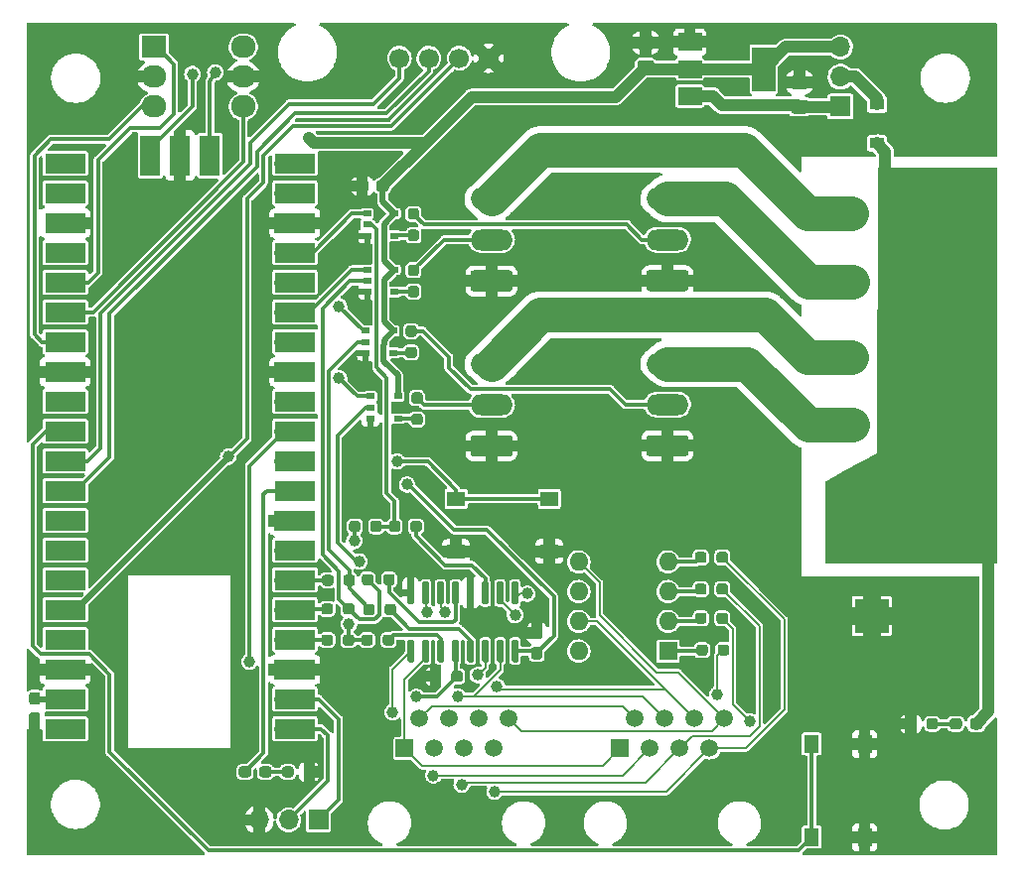
<source format=gbr>
G04 #@! TF.GenerationSoftware,KiCad,Pcbnew,(6.0.4)*
G04 #@! TF.CreationDate,2022-04-30T18:30:04-04:00*
G04 #@! TF.ProjectId,Receiver_Out,52656365-6976-4657-925f-4f75742e6b69,v2*
G04 #@! TF.SameCoordinates,Original*
G04 #@! TF.FileFunction,Copper,L1,Top*
G04 #@! TF.FilePolarity,Positive*
%FSLAX46Y46*%
G04 Gerber Fmt 4.6, Leading zero omitted, Abs format (unit mm)*
G04 Created by KiCad (PCBNEW (6.0.4)) date 2022-04-30 18:30:04*
%MOMM*%
%LPD*%
G01*
G04 APERTURE LIST*
G04 #@! TA.AperFunction,ComponentPad*
%ADD10O,3.600000X1.800000*%
G04 #@! TD*
G04 #@! TA.AperFunction,ComponentPad*
%ADD11R,3.000000X3.000000*%
G04 #@! TD*
G04 #@! TA.AperFunction,ComponentPad*
%ADD12C,3.000000*%
G04 #@! TD*
G04 #@! TA.AperFunction,ComponentPad*
%ADD13C,2.475000*%
G04 #@! TD*
G04 #@! TA.AperFunction,ComponentPad*
%ADD14R,1.700000X1.700000*%
G04 #@! TD*
G04 #@! TA.AperFunction,ComponentPad*
%ADD15O,1.700000X1.700000*%
G04 #@! TD*
G04 #@! TA.AperFunction,ComponentPad*
%ADD16R,1.500000X1.500000*%
G04 #@! TD*
G04 #@! TA.AperFunction,ComponentPad*
%ADD17C,1.500000*%
G04 #@! TD*
G04 #@! TA.AperFunction,SMDPad,CuDef*
%ADD18R,1.200000X0.900000*%
G04 #@! TD*
G04 #@! TA.AperFunction,SMDPad,CuDef*
%ADD19R,2.000000X1.500000*%
G04 #@! TD*
G04 #@! TA.AperFunction,SMDPad,CuDef*
%ADD20R,2.000000X3.800000*%
G04 #@! TD*
G04 #@! TA.AperFunction,SMDPad,CuDef*
%ADD21R,0.700000X0.510000*%
G04 #@! TD*
G04 #@! TA.AperFunction,ComponentPad*
%ADD22C,1.700000*%
G04 #@! TD*
G04 #@! TA.AperFunction,SMDPad,CuDef*
%ADD23R,3.500000X1.700000*%
G04 #@! TD*
G04 #@! TA.AperFunction,SMDPad,CuDef*
%ADD24R,1.700000X3.500000*%
G04 #@! TD*
G04 #@! TA.AperFunction,SMDPad,CuDef*
%ADD25R,1.300000X1.550000*%
G04 #@! TD*
G04 #@! TA.AperFunction,SMDPad,CuDef*
%ADD26R,1.550000X1.300000*%
G04 #@! TD*
G04 #@! TA.AperFunction,ComponentPad*
%ADD27R,2.100000X1.900000*%
G04 #@! TD*
G04 #@! TA.AperFunction,ComponentPad*
%ADD28O,2.100000X1.900000*%
G04 #@! TD*
G04 #@! TA.AperFunction,ComponentPad*
%ADD29R,1.600000X1.600000*%
G04 #@! TD*
G04 #@! TA.AperFunction,ComponentPad*
%ADD30O,1.600000X1.600000*%
G04 #@! TD*
G04 #@! TA.AperFunction,ViaPad*
%ADD31C,1.000000*%
G04 #@! TD*
G04 #@! TA.AperFunction,Conductor*
%ADD32C,1.000000*%
G04 #@! TD*
G04 #@! TA.AperFunction,Conductor*
%ADD33C,0.500000*%
G04 #@! TD*
G04 #@! TA.AperFunction,Conductor*
%ADD34C,0.350000*%
G04 #@! TD*
G04 #@! TA.AperFunction,Conductor*
%ADD35C,3.000000*%
G04 #@! TD*
G04 #@! TA.AperFunction,Conductor*
%ADD36C,0.200000*%
G04 #@! TD*
G04 APERTURE END LIST*
G04 #@! TA.AperFunction,ComponentPad*
G36*
G01*
X86293500Y-104917800D02*
X83193500Y-104917800D01*
G75*
G02*
X82943500Y-104667800I0J250000D01*
G01*
X82943500Y-103367800D01*
G75*
G02*
X83193500Y-103117800I250000J0D01*
G01*
X86293500Y-103117800D01*
G75*
G02*
X86543500Y-103367800I0J-250000D01*
G01*
X86543500Y-104667800D01*
G75*
G02*
X86293500Y-104917800I-250000J0D01*
G01*
G37*
G04 #@! TD.AperFunction*
D10*
X84743500Y-100517800D03*
X84743500Y-97017800D03*
G04 #@! TA.AperFunction,ComponentPad*
G36*
G01*
X101293500Y-104900300D02*
X98193500Y-104900300D01*
G75*
G02*
X97943500Y-104650300I0J250000D01*
G01*
X97943500Y-103350300D01*
G75*
G02*
X98193500Y-103100300I250000J0D01*
G01*
X101293500Y-103100300D01*
G75*
G02*
X101543500Y-103350300I0J-250000D01*
G01*
X101543500Y-104650300D01*
G75*
G02*
X101293500Y-104900300I-250000J0D01*
G01*
G37*
G04 #@! TD.AperFunction*
X99743500Y-100500300D03*
X99743500Y-97000300D03*
G04 #@! TA.AperFunction,ComponentPad*
G36*
G01*
X101293500Y-118982800D02*
X98193500Y-118982800D01*
G75*
G02*
X97943500Y-118732800I0J250000D01*
G01*
X97943500Y-117432800D01*
G75*
G02*
X98193500Y-117182800I250000J0D01*
G01*
X101293500Y-117182800D01*
G75*
G02*
X101543500Y-117432800I0J-250000D01*
G01*
X101543500Y-118732800D01*
G75*
G02*
X101293500Y-118982800I-250000J0D01*
G01*
G37*
G04 #@! TD.AperFunction*
X99743500Y-114582800D03*
X99743500Y-111082800D03*
G04 #@! TA.AperFunction,ComponentPad*
G36*
G01*
X86293500Y-119000300D02*
X83193500Y-119000300D01*
G75*
G02*
X82943500Y-118750300I0J250000D01*
G01*
X82943500Y-117450300D01*
G75*
G02*
X83193500Y-117200300I250000J0D01*
G01*
X86293500Y-117200300D01*
G75*
G02*
X86543500Y-117450300I0J-250000D01*
G01*
X86543500Y-118750300D01*
G75*
G02*
X86293500Y-119000300I-250000J0D01*
G01*
G37*
G04 #@! TD.AperFunction*
X84743500Y-114600300D03*
X84743500Y-111100300D03*
D11*
X117164800Y-132615760D03*
D12*
X117164800Y-124365840D03*
D13*
X123567790Y-98217800D03*
X119867790Y-98217800D03*
X115367790Y-98217800D03*
X111667790Y-98217800D03*
X123651000Y-104117800D03*
X119951000Y-104117800D03*
X115451000Y-104117800D03*
X111751000Y-104117800D03*
X123567790Y-110517800D03*
X119867790Y-110517800D03*
X115367790Y-110517800D03*
X111667790Y-110517800D03*
X123651000Y-116317800D03*
X119951000Y-116317800D03*
X115451000Y-116317800D03*
X111751000Y-116317800D03*
G04 #@! TA.AperFunction,SMDPad,CuDef*
G36*
G01*
X111476000Y-89742800D02*
X110526000Y-89742800D01*
G75*
G02*
X110276000Y-89492800I0J250000D01*
G01*
X110276000Y-88817800D01*
G75*
G02*
X110526000Y-88567800I250000J0D01*
G01*
X111476000Y-88567800D01*
G75*
G02*
X111726000Y-88817800I0J-250000D01*
G01*
X111726000Y-89492800D01*
G75*
G02*
X111476000Y-89742800I-250000J0D01*
G01*
G37*
G04 #@! TD.AperFunction*
G04 #@! TA.AperFunction,SMDPad,CuDef*
G36*
G01*
X111476000Y-87667800D02*
X110526000Y-87667800D01*
G75*
G02*
X110276000Y-87417800I0J250000D01*
G01*
X110276000Y-86742800D01*
G75*
G02*
X110526000Y-86492800I250000J0D01*
G01*
X111476000Y-86492800D01*
G75*
G02*
X111726000Y-86742800I0J-250000D01*
G01*
X111726000Y-87417800D01*
G75*
G02*
X111476000Y-87667800I-250000J0D01*
G01*
G37*
G04 #@! TD.AperFunction*
D14*
X114501000Y-89142800D03*
D15*
X114501000Y-86602800D03*
X114501000Y-84062800D03*
G04 #@! TA.AperFunction,SMDPad,CuDef*
G36*
G01*
X98376000Y-86357800D02*
X97426000Y-86357800D01*
G75*
G02*
X97176000Y-86107800I0J250000D01*
G01*
X97176000Y-85432800D01*
G75*
G02*
X97426000Y-85182800I250000J0D01*
G01*
X98376000Y-85182800D01*
G75*
G02*
X98626000Y-85432800I0J-250000D01*
G01*
X98626000Y-86107800D01*
G75*
G02*
X98376000Y-86357800I-250000J0D01*
G01*
G37*
G04 #@! TD.AperFunction*
G04 #@! TA.AperFunction,SMDPad,CuDef*
G36*
G01*
X98376000Y-84282800D02*
X97426000Y-84282800D01*
G75*
G02*
X97176000Y-84032800I0J250000D01*
G01*
X97176000Y-83357800D01*
G75*
G02*
X97426000Y-83107800I250000J0D01*
G01*
X98376000Y-83107800D01*
G75*
G02*
X98626000Y-83357800I0J-250000D01*
G01*
X98626000Y-84032800D01*
G75*
G02*
X98376000Y-84282800I-250000J0D01*
G01*
G37*
G04 #@! TD.AperFunction*
G04 #@! TA.AperFunction,SMDPad,CuDef*
G36*
G01*
X120001000Y-142055300D02*
X120001000Y-141580300D01*
G75*
G02*
X120238500Y-141342800I237500J0D01*
G01*
X120738500Y-141342800D01*
G75*
G02*
X120976000Y-141580300I0J-237500D01*
G01*
X120976000Y-142055300D01*
G75*
G02*
X120738500Y-142292800I-237500J0D01*
G01*
X120238500Y-142292800D01*
G75*
G02*
X120001000Y-142055300I0J237500D01*
G01*
G37*
G04 #@! TD.AperFunction*
G04 #@! TA.AperFunction,SMDPad,CuDef*
G36*
G01*
X121826000Y-142055300D02*
X121826000Y-141580300D01*
G75*
G02*
X122063500Y-141342800I237500J0D01*
G01*
X122563500Y-141342800D01*
G75*
G02*
X122801000Y-141580300I0J-237500D01*
G01*
X122801000Y-142055300D01*
G75*
G02*
X122563500Y-142292800I-237500J0D01*
G01*
X122063500Y-142292800D01*
G75*
G02*
X121826000Y-142055300I0J237500D01*
G01*
G37*
G04 #@! TD.AperFunction*
G04 #@! TA.AperFunction,SMDPad,CuDef*
G36*
G01*
X123801000Y-142055300D02*
X123801000Y-141580300D01*
G75*
G02*
X124038500Y-141342800I237500J0D01*
G01*
X124613500Y-141342800D01*
G75*
G02*
X124851000Y-141580300I0J-237500D01*
G01*
X124851000Y-142055300D01*
G75*
G02*
X124613500Y-142292800I-237500J0D01*
G01*
X124038500Y-142292800D01*
G75*
G02*
X123801000Y-142055300I0J237500D01*
G01*
G37*
G04 #@! TD.AperFunction*
G04 #@! TA.AperFunction,SMDPad,CuDef*
G36*
G01*
X125551000Y-142055300D02*
X125551000Y-141580300D01*
G75*
G02*
X125788500Y-141342800I237500J0D01*
G01*
X126363500Y-141342800D01*
G75*
G02*
X126601000Y-141580300I0J-237500D01*
G01*
X126601000Y-142055300D01*
G75*
G02*
X126363500Y-142292800I-237500J0D01*
G01*
X125788500Y-142292800D01*
G75*
G02*
X125551000Y-142055300I0J237500D01*
G01*
G37*
G04 #@! TD.AperFunction*
D16*
X95718500Y-143917800D03*
D17*
X96988500Y-141377800D03*
X98258500Y-143917800D03*
X99528500Y-141377800D03*
X100798500Y-143917800D03*
X102068500Y-141377800D03*
X103338500Y-143917800D03*
X104608500Y-141377800D03*
G04 #@! TA.AperFunction,SMDPad,CuDef*
G36*
G01*
X102213500Y-135755300D02*
X102213500Y-135280300D01*
G75*
G02*
X102451000Y-135042800I237500J0D01*
G01*
X102951000Y-135042800D01*
G75*
G02*
X103188500Y-135280300I0J-237500D01*
G01*
X103188500Y-135755300D01*
G75*
G02*
X102951000Y-135992800I-237500J0D01*
G01*
X102451000Y-135992800D01*
G75*
G02*
X102213500Y-135755300I0J237500D01*
G01*
G37*
G04 #@! TD.AperFunction*
G04 #@! TA.AperFunction,SMDPad,CuDef*
G36*
G01*
X104038500Y-135755300D02*
X104038500Y-135280300D01*
G75*
G02*
X104276000Y-135042800I237500J0D01*
G01*
X104776000Y-135042800D01*
G75*
G02*
X105013500Y-135280300I0J-237500D01*
G01*
X105013500Y-135755300D01*
G75*
G02*
X104776000Y-135992800I-237500J0D01*
G01*
X104276000Y-135992800D01*
G75*
G02*
X104038500Y-135755300I0J237500D01*
G01*
G37*
G04 #@! TD.AperFunction*
G04 #@! TA.AperFunction,SMDPad,CuDef*
G36*
G01*
X102101000Y-133055300D02*
X102101000Y-132580300D01*
G75*
G02*
X102338500Y-132342800I237500J0D01*
G01*
X102838500Y-132342800D01*
G75*
G02*
X103076000Y-132580300I0J-237500D01*
G01*
X103076000Y-133055300D01*
G75*
G02*
X102838500Y-133292800I-237500J0D01*
G01*
X102338500Y-133292800D01*
G75*
G02*
X102101000Y-133055300I0J237500D01*
G01*
G37*
G04 #@! TD.AperFunction*
G04 #@! TA.AperFunction,SMDPad,CuDef*
G36*
G01*
X103926000Y-133055300D02*
X103926000Y-132580300D01*
G75*
G02*
X104163500Y-132342800I237500J0D01*
G01*
X104663500Y-132342800D01*
G75*
G02*
X104901000Y-132580300I0J-237500D01*
G01*
X104901000Y-133055300D01*
G75*
G02*
X104663500Y-133292800I-237500J0D01*
G01*
X104163500Y-133292800D01*
G75*
G02*
X103926000Y-133055300I0J237500D01*
G01*
G37*
G04 #@! TD.AperFunction*
G04 #@! TA.AperFunction,SMDPad,CuDef*
G36*
G01*
X102101000Y-130555300D02*
X102101000Y-130080300D01*
G75*
G02*
X102338500Y-129842800I237500J0D01*
G01*
X102838500Y-129842800D01*
G75*
G02*
X103076000Y-130080300I0J-237500D01*
G01*
X103076000Y-130555300D01*
G75*
G02*
X102838500Y-130792800I-237500J0D01*
G01*
X102338500Y-130792800D01*
G75*
G02*
X102101000Y-130555300I0J237500D01*
G01*
G37*
G04 #@! TD.AperFunction*
G04 #@! TA.AperFunction,SMDPad,CuDef*
G36*
G01*
X103926000Y-130555300D02*
X103926000Y-130080300D01*
G75*
G02*
X104163500Y-129842800I237500J0D01*
G01*
X104663500Y-129842800D01*
G75*
G02*
X104901000Y-130080300I0J-237500D01*
G01*
X104901000Y-130555300D01*
G75*
G02*
X104663500Y-130792800I-237500J0D01*
G01*
X104163500Y-130792800D01*
G75*
G02*
X103926000Y-130555300I0J237500D01*
G01*
G37*
G04 #@! TD.AperFunction*
G04 #@! TA.AperFunction,SMDPad,CuDef*
G36*
G01*
X102101000Y-127855300D02*
X102101000Y-127380300D01*
G75*
G02*
X102338500Y-127142800I237500J0D01*
G01*
X102838500Y-127142800D01*
G75*
G02*
X103076000Y-127380300I0J-237500D01*
G01*
X103076000Y-127855300D01*
G75*
G02*
X102838500Y-128092800I-237500J0D01*
G01*
X102338500Y-128092800D01*
G75*
G02*
X102101000Y-127855300I0J237500D01*
G01*
G37*
G04 #@! TD.AperFunction*
G04 #@! TA.AperFunction,SMDPad,CuDef*
G36*
G01*
X103926000Y-127855300D02*
X103926000Y-127380300D01*
G75*
G02*
X104163500Y-127142800I237500J0D01*
G01*
X104663500Y-127142800D01*
G75*
G02*
X104901000Y-127380300I0J-237500D01*
G01*
X104901000Y-127855300D01*
G75*
G02*
X104663500Y-128092800I-237500J0D01*
G01*
X104163500Y-128092800D01*
G75*
G02*
X103926000Y-127855300I0J237500D01*
G01*
G37*
G04 #@! TD.AperFunction*
G04 #@! TA.AperFunction,SMDPad,CuDef*
G36*
G01*
X86601000Y-129677936D02*
X86901000Y-129677936D01*
G75*
G02*
X87051000Y-129827936I0J-150000D01*
G01*
X87051000Y-131477936D01*
G75*
G02*
X86901000Y-131627936I-150000J0D01*
G01*
X86601000Y-131627936D01*
G75*
G02*
X86451000Y-131477936I0J150000D01*
G01*
X86451000Y-129827936D01*
G75*
G02*
X86601000Y-129677936I150000J0D01*
G01*
G37*
G04 #@! TD.AperFunction*
G04 #@! TA.AperFunction,SMDPad,CuDef*
G36*
G01*
X85331000Y-129677936D02*
X85631000Y-129677936D01*
G75*
G02*
X85781000Y-129827936I0J-150000D01*
G01*
X85781000Y-131477936D01*
G75*
G02*
X85631000Y-131627936I-150000J0D01*
G01*
X85331000Y-131627936D01*
G75*
G02*
X85181000Y-131477936I0J150000D01*
G01*
X85181000Y-129827936D01*
G75*
G02*
X85331000Y-129677936I150000J0D01*
G01*
G37*
G04 #@! TD.AperFunction*
G04 #@! TA.AperFunction,SMDPad,CuDef*
G36*
G01*
X84061000Y-129677936D02*
X84361000Y-129677936D01*
G75*
G02*
X84511000Y-129827936I0J-150000D01*
G01*
X84511000Y-131477936D01*
G75*
G02*
X84361000Y-131627936I-150000J0D01*
G01*
X84061000Y-131627936D01*
G75*
G02*
X83911000Y-131477936I0J150000D01*
G01*
X83911000Y-129827936D01*
G75*
G02*
X84061000Y-129677936I150000J0D01*
G01*
G37*
G04 #@! TD.AperFunction*
G04 #@! TA.AperFunction,SMDPad,CuDef*
G36*
G01*
X82791000Y-129677936D02*
X83091000Y-129677936D01*
G75*
G02*
X83241000Y-129827936I0J-150000D01*
G01*
X83241000Y-131477936D01*
G75*
G02*
X83091000Y-131627936I-150000J0D01*
G01*
X82791000Y-131627936D01*
G75*
G02*
X82641000Y-131477936I0J150000D01*
G01*
X82641000Y-129827936D01*
G75*
G02*
X82791000Y-129677936I150000J0D01*
G01*
G37*
G04 #@! TD.AperFunction*
G04 #@! TA.AperFunction,SMDPad,CuDef*
G36*
G01*
X81521000Y-129677936D02*
X81821000Y-129677936D01*
G75*
G02*
X81971000Y-129827936I0J-150000D01*
G01*
X81971000Y-131477936D01*
G75*
G02*
X81821000Y-131627936I-150000J0D01*
G01*
X81521000Y-131627936D01*
G75*
G02*
X81371000Y-131477936I0J150000D01*
G01*
X81371000Y-129827936D01*
G75*
G02*
X81521000Y-129677936I150000J0D01*
G01*
G37*
G04 #@! TD.AperFunction*
G04 #@! TA.AperFunction,SMDPad,CuDef*
G36*
G01*
X80251000Y-129677936D02*
X80551000Y-129677936D01*
G75*
G02*
X80701000Y-129827936I0J-150000D01*
G01*
X80701000Y-131477936D01*
G75*
G02*
X80551000Y-131627936I-150000J0D01*
G01*
X80251000Y-131627936D01*
G75*
G02*
X80101000Y-131477936I0J150000D01*
G01*
X80101000Y-129827936D01*
G75*
G02*
X80251000Y-129677936I150000J0D01*
G01*
G37*
G04 #@! TD.AperFunction*
G04 #@! TA.AperFunction,SMDPad,CuDef*
G36*
G01*
X78981000Y-129677936D02*
X79281000Y-129677936D01*
G75*
G02*
X79431000Y-129827936I0J-150000D01*
G01*
X79431000Y-131477936D01*
G75*
G02*
X79281000Y-131627936I-150000J0D01*
G01*
X78981000Y-131627936D01*
G75*
G02*
X78831000Y-131477936I0J150000D01*
G01*
X78831000Y-129827936D01*
G75*
G02*
X78981000Y-129677936I150000J0D01*
G01*
G37*
G04 #@! TD.AperFunction*
G04 #@! TA.AperFunction,SMDPad,CuDef*
G36*
G01*
X77711000Y-129677936D02*
X78011000Y-129677936D01*
G75*
G02*
X78161000Y-129827936I0J-150000D01*
G01*
X78161000Y-131477936D01*
G75*
G02*
X78011000Y-131627936I-150000J0D01*
G01*
X77711000Y-131627936D01*
G75*
G02*
X77561000Y-131477936I0J150000D01*
G01*
X77561000Y-129827936D01*
G75*
G02*
X77711000Y-129677936I150000J0D01*
G01*
G37*
G04 #@! TD.AperFunction*
G04 #@! TA.AperFunction,SMDPad,CuDef*
G36*
G01*
X77711000Y-134627936D02*
X78011000Y-134627936D01*
G75*
G02*
X78161000Y-134777936I0J-150000D01*
G01*
X78161000Y-136427936D01*
G75*
G02*
X78011000Y-136577936I-150000J0D01*
G01*
X77711000Y-136577936D01*
G75*
G02*
X77561000Y-136427936I0J150000D01*
G01*
X77561000Y-134777936D01*
G75*
G02*
X77711000Y-134627936I150000J0D01*
G01*
G37*
G04 #@! TD.AperFunction*
G04 #@! TA.AperFunction,SMDPad,CuDef*
G36*
G01*
X78981000Y-134627936D02*
X79281000Y-134627936D01*
G75*
G02*
X79431000Y-134777936I0J-150000D01*
G01*
X79431000Y-136427936D01*
G75*
G02*
X79281000Y-136577936I-150000J0D01*
G01*
X78981000Y-136577936D01*
G75*
G02*
X78831000Y-136427936I0J150000D01*
G01*
X78831000Y-134777936D01*
G75*
G02*
X78981000Y-134627936I150000J0D01*
G01*
G37*
G04 #@! TD.AperFunction*
G04 #@! TA.AperFunction,SMDPad,CuDef*
G36*
G01*
X80251000Y-134627936D02*
X80551000Y-134627936D01*
G75*
G02*
X80701000Y-134777936I0J-150000D01*
G01*
X80701000Y-136427936D01*
G75*
G02*
X80551000Y-136577936I-150000J0D01*
G01*
X80251000Y-136577936D01*
G75*
G02*
X80101000Y-136427936I0J150000D01*
G01*
X80101000Y-134777936D01*
G75*
G02*
X80251000Y-134627936I150000J0D01*
G01*
G37*
G04 #@! TD.AperFunction*
G04 #@! TA.AperFunction,SMDPad,CuDef*
G36*
G01*
X81521000Y-134627936D02*
X81821000Y-134627936D01*
G75*
G02*
X81971000Y-134777936I0J-150000D01*
G01*
X81971000Y-136427936D01*
G75*
G02*
X81821000Y-136577936I-150000J0D01*
G01*
X81521000Y-136577936D01*
G75*
G02*
X81371000Y-136427936I0J150000D01*
G01*
X81371000Y-134777936D01*
G75*
G02*
X81521000Y-134627936I150000J0D01*
G01*
G37*
G04 #@! TD.AperFunction*
G04 #@! TA.AperFunction,SMDPad,CuDef*
G36*
G01*
X82791000Y-134627936D02*
X83091000Y-134627936D01*
G75*
G02*
X83241000Y-134777936I0J-150000D01*
G01*
X83241000Y-136427936D01*
G75*
G02*
X83091000Y-136577936I-150000J0D01*
G01*
X82791000Y-136577936D01*
G75*
G02*
X82641000Y-136427936I0J150000D01*
G01*
X82641000Y-134777936D01*
G75*
G02*
X82791000Y-134627936I150000J0D01*
G01*
G37*
G04 #@! TD.AperFunction*
G04 #@! TA.AperFunction,SMDPad,CuDef*
G36*
G01*
X84061000Y-134627936D02*
X84361000Y-134627936D01*
G75*
G02*
X84511000Y-134777936I0J-150000D01*
G01*
X84511000Y-136427936D01*
G75*
G02*
X84361000Y-136577936I-150000J0D01*
G01*
X84061000Y-136577936D01*
G75*
G02*
X83911000Y-136427936I0J150000D01*
G01*
X83911000Y-134777936D01*
G75*
G02*
X84061000Y-134627936I150000J0D01*
G01*
G37*
G04 #@! TD.AperFunction*
G04 #@! TA.AperFunction,SMDPad,CuDef*
G36*
G01*
X85331000Y-134627936D02*
X85631000Y-134627936D01*
G75*
G02*
X85781000Y-134777936I0J-150000D01*
G01*
X85781000Y-136427936D01*
G75*
G02*
X85631000Y-136577936I-150000J0D01*
G01*
X85331000Y-136577936D01*
G75*
G02*
X85181000Y-136427936I0J150000D01*
G01*
X85181000Y-134777936D01*
G75*
G02*
X85331000Y-134627936I150000J0D01*
G01*
G37*
G04 #@! TD.AperFunction*
G04 #@! TA.AperFunction,SMDPad,CuDef*
G36*
G01*
X86601000Y-134627936D02*
X86901000Y-134627936D01*
G75*
G02*
X87051000Y-134777936I0J-150000D01*
G01*
X87051000Y-136427936D01*
G75*
G02*
X86901000Y-136577936I-150000J0D01*
G01*
X86601000Y-136577936D01*
G75*
G02*
X86451000Y-136427936I0J150000D01*
G01*
X86451000Y-134777936D01*
G75*
G02*
X86601000Y-134627936I150000J0D01*
G01*
G37*
G04 #@! TD.AperFunction*
G04 #@! TA.AperFunction,SMDPad,CuDef*
G36*
G01*
X76001000Y-95680300D02*
X76001000Y-96155300D01*
G75*
G02*
X75763500Y-96392800I-237500J0D01*
G01*
X75163500Y-96392800D01*
G75*
G02*
X74926000Y-96155300I0J237500D01*
G01*
X74926000Y-95680300D01*
G75*
G02*
X75163500Y-95442800I237500J0D01*
G01*
X75763500Y-95442800D01*
G75*
G02*
X76001000Y-95680300I0J-237500D01*
G01*
G37*
G04 #@! TD.AperFunction*
G04 #@! TA.AperFunction,SMDPad,CuDef*
G36*
G01*
X74276000Y-95680300D02*
X74276000Y-96155300D01*
G75*
G02*
X74038500Y-96392800I-237500J0D01*
G01*
X73438500Y-96392800D01*
G75*
G02*
X73201000Y-96155300I0J237500D01*
G01*
X73201000Y-95680300D01*
G75*
G02*
X73438500Y-95442800I237500J0D01*
G01*
X74038500Y-95442800D01*
G75*
G02*
X74276000Y-95680300I0J-237500D01*
G01*
G37*
G04 #@! TD.AperFunction*
D18*
X117601000Y-88967800D03*
X117601000Y-92267800D03*
G04 #@! TA.AperFunction,SMDPad,CuDef*
G36*
G01*
X78163500Y-113517800D02*
X78638500Y-113517800D01*
G75*
G02*
X78876000Y-113755300I0J-237500D01*
G01*
X78876000Y-114255300D01*
G75*
G02*
X78638500Y-114492800I-237500J0D01*
G01*
X78163500Y-114492800D01*
G75*
G02*
X77926000Y-114255300I0J237500D01*
G01*
X77926000Y-113755300D01*
G75*
G02*
X78163500Y-113517800I237500J0D01*
G01*
G37*
G04 #@! TD.AperFunction*
G04 #@! TA.AperFunction,SMDPad,CuDef*
G36*
G01*
X78163500Y-115342800D02*
X78638500Y-115342800D01*
G75*
G02*
X78876000Y-115580300I0J-237500D01*
G01*
X78876000Y-116080300D01*
G75*
G02*
X78638500Y-116317800I-237500J0D01*
G01*
X78163500Y-116317800D01*
G75*
G02*
X77926000Y-116080300I0J237500D01*
G01*
X77926000Y-115580300D01*
G75*
G02*
X78163500Y-115342800I237500J0D01*
G01*
G37*
G04 #@! TD.AperFunction*
G04 #@! TA.AperFunction,SMDPad,CuDef*
G36*
G01*
X77863500Y-102617800D02*
X78338500Y-102617800D01*
G75*
G02*
X78576000Y-102855300I0J-237500D01*
G01*
X78576000Y-103355300D01*
G75*
G02*
X78338500Y-103592800I-237500J0D01*
G01*
X77863500Y-103592800D01*
G75*
G02*
X77626000Y-103355300I0J237500D01*
G01*
X77626000Y-102855300D01*
G75*
G02*
X77863500Y-102617800I237500J0D01*
G01*
G37*
G04 #@! TD.AperFunction*
G04 #@! TA.AperFunction,SMDPad,CuDef*
G36*
G01*
X77863500Y-104442800D02*
X78338500Y-104442800D01*
G75*
G02*
X78576000Y-104680300I0J-237500D01*
G01*
X78576000Y-105180300D01*
G75*
G02*
X78338500Y-105417800I-237500J0D01*
G01*
X77863500Y-105417800D01*
G75*
G02*
X77626000Y-105180300I0J237500D01*
G01*
X77626000Y-104680300D01*
G75*
G02*
X77863500Y-104442800I237500J0D01*
G01*
G37*
G04 #@! TD.AperFunction*
G04 #@! TA.AperFunction,SMDPad,CuDef*
G36*
G01*
X77863500Y-97817800D02*
X78338500Y-97817800D01*
G75*
G02*
X78576000Y-98055300I0J-237500D01*
G01*
X78576000Y-98555300D01*
G75*
G02*
X78338500Y-98792800I-237500J0D01*
G01*
X77863500Y-98792800D01*
G75*
G02*
X77626000Y-98555300I0J237500D01*
G01*
X77626000Y-98055300D01*
G75*
G02*
X77863500Y-97817800I237500J0D01*
G01*
G37*
G04 #@! TD.AperFunction*
G04 #@! TA.AperFunction,SMDPad,CuDef*
G36*
G01*
X77863500Y-99642800D02*
X78338500Y-99642800D01*
G75*
G02*
X78576000Y-99880300I0J-237500D01*
G01*
X78576000Y-100380300D01*
G75*
G02*
X78338500Y-100617800I-237500J0D01*
G01*
X77863500Y-100617800D01*
G75*
G02*
X77626000Y-100380300I0J237500D01*
G01*
X77626000Y-99880300D01*
G75*
G02*
X77863500Y-99642800I237500J0D01*
G01*
G37*
G04 #@! TD.AperFunction*
D19*
X101651000Y-83632800D03*
D20*
X107951000Y-85932800D03*
D19*
X101651000Y-85932800D03*
X101651000Y-88232800D03*
D21*
X74441000Y-113867800D03*
X74441000Y-114817800D03*
X74441000Y-115767800D03*
X76761000Y-115767800D03*
X76761000Y-113867800D03*
G04 #@! TA.AperFunction,SMDPad,CuDef*
G36*
G01*
X88843500Y-136327936D02*
X88368500Y-136327936D01*
G75*
G02*
X88131000Y-136090436I0J237500D01*
G01*
X88131000Y-135490436D01*
G75*
G02*
X88368500Y-135252936I237500J0D01*
G01*
X88843500Y-135252936D01*
G75*
G02*
X89081000Y-135490436I0J-237500D01*
G01*
X89081000Y-136090436D01*
G75*
G02*
X88843500Y-136327936I-237500J0D01*
G01*
G37*
G04 #@! TD.AperFunction*
G04 #@! TA.AperFunction,SMDPad,CuDef*
G36*
G01*
X88843500Y-134602936D02*
X88368500Y-134602936D01*
G75*
G02*
X88131000Y-134365436I0J237500D01*
G01*
X88131000Y-133765436D01*
G75*
G02*
X88368500Y-133527936I237500J0D01*
G01*
X88843500Y-133527936D01*
G75*
G02*
X89081000Y-133765436I0J-237500D01*
G01*
X89081000Y-134365436D01*
G75*
G02*
X88843500Y-134602936I-237500J0D01*
G01*
G37*
G04 #@! TD.AperFunction*
G04 #@! TA.AperFunction,SMDPad,CuDef*
G36*
G01*
X77663500Y-107817800D02*
X78138500Y-107817800D01*
G75*
G02*
X78376000Y-108055300I0J-237500D01*
G01*
X78376000Y-108555300D01*
G75*
G02*
X78138500Y-108792800I-237500J0D01*
G01*
X77663500Y-108792800D01*
G75*
G02*
X77426000Y-108555300I0J237500D01*
G01*
X77426000Y-108055300D01*
G75*
G02*
X77663500Y-107817800I237500J0D01*
G01*
G37*
G04 #@! TD.AperFunction*
G04 #@! TA.AperFunction,SMDPad,CuDef*
G36*
G01*
X77663500Y-109642800D02*
X78138500Y-109642800D01*
G75*
G02*
X78376000Y-109880300I0J-237500D01*
G01*
X78376000Y-110380300D01*
G75*
G02*
X78138500Y-110617800I-237500J0D01*
G01*
X77663500Y-110617800D01*
G75*
G02*
X77426000Y-110380300I0J237500D01*
G01*
X77426000Y-109880300D01*
G75*
G02*
X77663500Y-109642800I237500J0D01*
G01*
G37*
G04 #@! TD.AperFunction*
G04 #@! TA.AperFunction,SMDPad,CuDef*
G36*
G01*
X82301000Y-137530300D02*
X82301000Y-138005300D01*
G75*
G02*
X82063500Y-138242800I-237500J0D01*
G01*
X81563500Y-138242800D01*
G75*
G02*
X81326000Y-138005300I0J237500D01*
G01*
X81326000Y-137530300D01*
G75*
G02*
X81563500Y-137292800I237500J0D01*
G01*
X82063500Y-137292800D01*
G75*
G02*
X82301000Y-137530300I0J-237500D01*
G01*
G37*
G04 #@! TD.AperFunction*
G04 #@! TA.AperFunction,SMDPad,CuDef*
G36*
G01*
X80476000Y-137530300D02*
X80476000Y-138005300D01*
G75*
G02*
X80238500Y-138242800I-237500J0D01*
G01*
X79738500Y-138242800D01*
G75*
G02*
X79501000Y-138005300I0J237500D01*
G01*
X79501000Y-137530300D01*
G75*
G02*
X79738500Y-137292800I237500J0D01*
G01*
X80238500Y-137292800D01*
G75*
G02*
X80476000Y-137530300I0J-237500D01*
G01*
G37*
G04 #@! TD.AperFunction*
D16*
X77318500Y-143917800D03*
D17*
X78588500Y-141377800D03*
X79858500Y-143917800D03*
X81128500Y-141377800D03*
X82398500Y-143917800D03*
X83668500Y-141377800D03*
X84938500Y-143917800D03*
X86208500Y-141377800D03*
D22*
X76901000Y-85017800D03*
X79401000Y-85017800D03*
X82001000Y-85017800D03*
X84501000Y-85017800D03*
D15*
X67091000Y-142247800D03*
D23*
X67991000Y-142247800D03*
X67991000Y-139707800D03*
D15*
X67091000Y-139707800D03*
D14*
X67091000Y-137167800D03*
D23*
X67991000Y-137167800D03*
X67991000Y-134627800D03*
D15*
X67091000Y-134627800D03*
D23*
X67991000Y-132087800D03*
D15*
X67091000Y-132087800D03*
D23*
X67991000Y-129547800D03*
D15*
X67091000Y-129547800D03*
X67091000Y-127007800D03*
D23*
X67991000Y-127007800D03*
X67991000Y-124467800D03*
D14*
X67091000Y-124467800D03*
D15*
X67091000Y-121927800D03*
D23*
X67991000Y-121927800D03*
X67991000Y-119387800D03*
D15*
X67091000Y-119387800D03*
D23*
X67991000Y-116847800D03*
D15*
X67091000Y-116847800D03*
X67091000Y-114307800D03*
D23*
X67991000Y-114307800D03*
X67991000Y-111767800D03*
D14*
X67091000Y-111767800D03*
D15*
X67091000Y-109227800D03*
D23*
X67991000Y-109227800D03*
D15*
X67091000Y-106687800D03*
D23*
X67991000Y-106687800D03*
D15*
X67091000Y-104147800D03*
D23*
X67991000Y-104147800D03*
D15*
X67091000Y-101607800D03*
D23*
X67991000Y-101607800D03*
X67991000Y-99067800D03*
D14*
X67091000Y-99067800D03*
D15*
X67091000Y-96527800D03*
D23*
X67991000Y-96527800D03*
X67991000Y-93987800D03*
D15*
X67091000Y-93987800D03*
D23*
X48411000Y-93987800D03*
D15*
X49311000Y-93987800D03*
D23*
X48411000Y-96527800D03*
D15*
X49311000Y-96527800D03*
D14*
X49311000Y-99067800D03*
D23*
X48411000Y-99067800D03*
X48411000Y-101607800D03*
D15*
X49311000Y-101607800D03*
X49311000Y-104147800D03*
D23*
X48411000Y-104147800D03*
X48411000Y-106687800D03*
D15*
X49311000Y-106687800D03*
X49311000Y-109227800D03*
D23*
X48411000Y-109227800D03*
X48411000Y-111767800D03*
D14*
X49311000Y-111767800D03*
D23*
X48411000Y-114307800D03*
D15*
X49311000Y-114307800D03*
D23*
X48411000Y-116847800D03*
D15*
X49311000Y-116847800D03*
D23*
X48411000Y-119387800D03*
D15*
X49311000Y-119387800D03*
D23*
X48411000Y-121927800D03*
D15*
X49311000Y-121927800D03*
D23*
X48411000Y-124467800D03*
D14*
X49311000Y-124467800D03*
D23*
X48411000Y-127007800D03*
D15*
X49311000Y-127007800D03*
X49311000Y-129547800D03*
D23*
X48411000Y-129547800D03*
D15*
X49311000Y-132087800D03*
D23*
X48411000Y-132087800D03*
X48411000Y-134627800D03*
D15*
X49311000Y-134627800D03*
D14*
X49311000Y-137167800D03*
D23*
X48411000Y-137167800D03*
X48411000Y-139707800D03*
D15*
X49311000Y-139707800D03*
X49311000Y-142247800D03*
D23*
X48411000Y-142247800D03*
D15*
X60741000Y-94217800D03*
D24*
X60741000Y-93317800D03*
X58201000Y-93317800D03*
D14*
X58201000Y-94217800D03*
D24*
X55661000Y-93317800D03*
D15*
X55661000Y-94217800D03*
G04 #@! TA.AperFunction,SMDPad,CuDef*
G36*
G01*
X70251000Y-132255300D02*
X70251000Y-131780300D01*
G75*
G02*
X70488500Y-131542800I237500J0D01*
G01*
X70988500Y-131542800D01*
G75*
G02*
X71226000Y-131780300I0J-237500D01*
G01*
X71226000Y-132255300D01*
G75*
G02*
X70988500Y-132492800I-237500J0D01*
G01*
X70488500Y-132492800D01*
G75*
G02*
X70251000Y-132255300I0J237500D01*
G01*
G37*
G04 #@! TD.AperFunction*
G04 #@! TA.AperFunction,SMDPad,CuDef*
G36*
G01*
X72076000Y-132255300D02*
X72076000Y-131780300D01*
G75*
G02*
X72313500Y-131542800I237500J0D01*
G01*
X72813500Y-131542800D01*
G75*
G02*
X73051000Y-131780300I0J-237500D01*
G01*
X73051000Y-132255300D01*
G75*
G02*
X72813500Y-132492800I-237500J0D01*
G01*
X72313500Y-132492800D01*
G75*
G02*
X72076000Y-132255300I0J237500D01*
G01*
G37*
G04 #@! TD.AperFunction*
D25*
X112051000Y-143542800D03*
X112051000Y-151492800D03*
X116551000Y-151492800D03*
X116551000Y-143542800D03*
G04 #@! TA.AperFunction,SMDPad,CuDef*
G36*
G01*
X76001000Y-125205300D02*
X76001000Y-124730300D01*
G75*
G02*
X76238500Y-124492800I237500J0D01*
G01*
X76738500Y-124492800D01*
G75*
G02*
X76976000Y-124730300I0J-237500D01*
G01*
X76976000Y-125205300D01*
G75*
G02*
X76738500Y-125442800I-237500J0D01*
G01*
X76238500Y-125442800D01*
G75*
G02*
X76001000Y-125205300I0J237500D01*
G01*
G37*
G04 #@! TD.AperFunction*
G04 #@! TA.AperFunction,SMDPad,CuDef*
G36*
G01*
X77826000Y-125205300D02*
X77826000Y-124730300D01*
G75*
G02*
X78063500Y-124492800I237500J0D01*
G01*
X78563500Y-124492800D01*
G75*
G02*
X78801000Y-124730300I0J-237500D01*
G01*
X78801000Y-125205300D01*
G75*
G02*
X78563500Y-125442800I-237500J0D01*
G01*
X78063500Y-125442800D01*
G75*
G02*
X77826000Y-125205300I0J237500D01*
G01*
G37*
G04 #@! TD.AperFunction*
G04 #@! TA.AperFunction,SMDPad,CuDef*
G36*
G01*
X73701000Y-129755300D02*
X73701000Y-129280300D01*
G75*
G02*
X73938500Y-129042800I237500J0D01*
G01*
X74438500Y-129042800D01*
G75*
G02*
X74676000Y-129280300I0J-237500D01*
G01*
X74676000Y-129755300D01*
G75*
G02*
X74438500Y-129992800I-237500J0D01*
G01*
X73938500Y-129992800D01*
G75*
G02*
X73701000Y-129755300I0J237500D01*
G01*
G37*
G04 #@! TD.AperFunction*
G04 #@! TA.AperFunction,SMDPad,CuDef*
G36*
G01*
X75526000Y-129755300D02*
X75526000Y-129280300D01*
G75*
G02*
X75763500Y-129042800I237500J0D01*
G01*
X76263500Y-129042800D01*
G75*
G02*
X76501000Y-129280300I0J-237500D01*
G01*
X76501000Y-129755300D01*
G75*
G02*
X76263500Y-129992800I-237500J0D01*
G01*
X75763500Y-129992800D01*
G75*
G02*
X75526000Y-129755300I0J237500D01*
G01*
G37*
G04 #@! TD.AperFunction*
D26*
X81726000Y-127117800D03*
X89676000Y-127117800D03*
X89676000Y-122617800D03*
X81726000Y-122617800D03*
G04 #@! TA.AperFunction,SMDPad,CuDef*
G36*
G01*
X76601000Y-131830300D02*
X76601000Y-132305300D01*
G75*
G02*
X76363500Y-132542800I-237500J0D01*
G01*
X75863500Y-132542800D01*
G75*
G02*
X75626000Y-132305300I0J237500D01*
G01*
X75626000Y-131830300D01*
G75*
G02*
X75863500Y-131592800I237500J0D01*
G01*
X76363500Y-131592800D01*
G75*
G02*
X76601000Y-131830300I0J-237500D01*
G01*
G37*
G04 #@! TD.AperFunction*
G04 #@! TA.AperFunction,SMDPad,CuDef*
G36*
G01*
X74776000Y-131830300D02*
X74776000Y-132305300D01*
G75*
G02*
X74538500Y-132542800I-237500J0D01*
G01*
X74038500Y-132542800D01*
G75*
G02*
X73801000Y-132305300I0J237500D01*
G01*
X73801000Y-131830300D01*
G75*
G02*
X74038500Y-131592800I237500J0D01*
G01*
X74538500Y-131592800D01*
G75*
G02*
X74776000Y-131830300I0J-237500D01*
G01*
G37*
G04 #@! TD.AperFunction*
G04 #@! TA.AperFunction,SMDPad,CuDef*
G36*
G01*
X72601000Y-125205300D02*
X72601000Y-124730300D01*
G75*
G02*
X72838500Y-124492800I237500J0D01*
G01*
X73338500Y-124492800D01*
G75*
G02*
X73576000Y-124730300I0J-237500D01*
G01*
X73576000Y-125205300D01*
G75*
G02*
X73338500Y-125442800I-237500J0D01*
G01*
X72838500Y-125442800D01*
G75*
G02*
X72601000Y-125205300I0J237500D01*
G01*
G37*
G04 #@! TD.AperFunction*
G04 #@! TA.AperFunction,SMDPad,CuDef*
G36*
G01*
X74426000Y-125205300D02*
X74426000Y-124730300D01*
G75*
G02*
X74663500Y-124492800I237500J0D01*
G01*
X75163500Y-124492800D01*
G75*
G02*
X75401000Y-124730300I0J-237500D01*
G01*
X75401000Y-125205300D01*
G75*
G02*
X75163500Y-125442800I-237500J0D01*
G01*
X74663500Y-125442800D01*
G75*
G02*
X74426000Y-125205300I0J237500D01*
G01*
G37*
G04 #@! TD.AperFunction*
D21*
X74041000Y-108267800D03*
X74041000Y-109217800D03*
X74041000Y-110167800D03*
X76361000Y-110167800D03*
X76361000Y-108267800D03*
G04 #@! TA.AperFunction,SMDPad,CuDef*
G36*
G01*
X66001000Y-145680300D02*
X66001000Y-146155300D01*
G75*
G02*
X65763500Y-146392800I-237500J0D01*
G01*
X65188500Y-146392800D01*
G75*
G02*
X64951000Y-146155300I0J237500D01*
G01*
X64951000Y-145680300D01*
G75*
G02*
X65188500Y-145442800I237500J0D01*
G01*
X65763500Y-145442800D01*
G75*
G02*
X66001000Y-145680300I0J-237500D01*
G01*
G37*
G04 #@! TD.AperFunction*
G04 #@! TA.AperFunction,SMDPad,CuDef*
G36*
G01*
X64251000Y-145680300D02*
X64251000Y-146155300D01*
G75*
G02*
X64013500Y-146392800I-237500J0D01*
G01*
X63438500Y-146392800D01*
G75*
G02*
X63201000Y-146155300I0J237500D01*
G01*
X63201000Y-145680300D01*
G75*
G02*
X63438500Y-145442800I237500J0D01*
G01*
X64013500Y-145442800D01*
G75*
G02*
X64251000Y-145680300I0J-237500D01*
G01*
G37*
G04 #@! TD.AperFunction*
G04 #@! TA.AperFunction,SMDPad,CuDef*
G36*
G01*
X66901000Y-146155300D02*
X66901000Y-145680300D01*
G75*
G02*
X67138500Y-145442800I237500J0D01*
G01*
X67638500Y-145442800D01*
G75*
G02*
X67876000Y-145680300I0J-237500D01*
G01*
X67876000Y-146155300D01*
G75*
G02*
X67638500Y-146392800I-237500J0D01*
G01*
X67138500Y-146392800D01*
G75*
G02*
X66901000Y-146155300I0J237500D01*
G01*
G37*
G04 #@! TD.AperFunction*
G04 #@! TA.AperFunction,SMDPad,CuDef*
G36*
G01*
X68726000Y-146155300D02*
X68726000Y-145680300D01*
G75*
G02*
X68963500Y-145442800I237500J0D01*
G01*
X69463500Y-145442800D01*
G75*
G02*
X69701000Y-145680300I0J-237500D01*
G01*
X69701000Y-146155300D01*
G75*
G02*
X69463500Y-146392800I-237500J0D01*
G01*
X68963500Y-146392800D01*
G75*
G02*
X68726000Y-146155300I0J237500D01*
G01*
G37*
G04 #@! TD.AperFunction*
G04 #@! TA.AperFunction,SMDPad,CuDef*
G36*
G01*
X76451000Y-134430300D02*
X76451000Y-134905300D01*
G75*
G02*
X76213500Y-135142800I-237500J0D01*
G01*
X75713500Y-135142800D01*
G75*
G02*
X75476000Y-134905300I0J237500D01*
G01*
X75476000Y-134430300D01*
G75*
G02*
X75713500Y-134192800I237500J0D01*
G01*
X76213500Y-134192800D01*
G75*
G02*
X76451000Y-134430300I0J-237500D01*
G01*
G37*
G04 #@! TD.AperFunction*
G04 #@! TA.AperFunction,SMDPad,CuDef*
G36*
G01*
X74626000Y-134430300D02*
X74626000Y-134905300D01*
G75*
G02*
X74388500Y-135142800I-237500J0D01*
G01*
X73888500Y-135142800D01*
G75*
G02*
X73651000Y-134905300I0J237500D01*
G01*
X73651000Y-134430300D01*
G75*
G02*
X73888500Y-134192800I237500J0D01*
G01*
X74388500Y-134192800D01*
G75*
G02*
X74626000Y-134430300I0J-237500D01*
G01*
G37*
G04 #@! TD.AperFunction*
D27*
X55968500Y-84055300D03*
D28*
X63588500Y-89135300D03*
X55968500Y-89135300D03*
X63588500Y-84055300D03*
X63588500Y-86595300D03*
X55968500Y-86595300D03*
G04 #@! TA.AperFunction,SMDPad,CuDef*
G36*
G01*
X70301000Y-129805300D02*
X70301000Y-129330300D01*
G75*
G02*
X70538500Y-129092800I237500J0D01*
G01*
X71038500Y-129092800D01*
G75*
G02*
X71276000Y-129330300I0J-237500D01*
G01*
X71276000Y-129805300D01*
G75*
G02*
X71038500Y-130042800I-237500J0D01*
G01*
X70538500Y-130042800D01*
G75*
G02*
X70301000Y-129805300I0J237500D01*
G01*
G37*
G04 #@! TD.AperFunction*
G04 #@! TA.AperFunction,SMDPad,CuDef*
G36*
G01*
X72126000Y-129805300D02*
X72126000Y-129330300D01*
G75*
G02*
X72363500Y-129092800I237500J0D01*
G01*
X72863500Y-129092800D01*
G75*
G02*
X73101000Y-129330300I0J-237500D01*
G01*
X73101000Y-129805300D01*
G75*
G02*
X72863500Y-130042800I-237500J0D01*
G01*
X72363500Y-130042800D01*
G75*
G02*
X72126000Y-129805300I0J237500D01*
G01*
G37*
G04 #@! TD.AperFunction*
D21*
X74141000Y-98267800D03*
X74141000Y-99217800D03*
X74141000Y-100167800D03*
X76461000Y-100167800D03*
X76461000Y-98267800D03*
G04 #@! TA.AperFunction,SMDPad,CuDef*
G36*
G01*
X45563500Y-139117800D02*
X46038500Y-139117800D01*
G75*
G02*
X46276000Y-139355300I0J-237500D01*
G01*
X46276000Y-139955300D01*
G75*
G02*
X46038500Y-140192800I-237500J0D01*
G01*
X45563500Y-140192800D01*
G75*
G02*
X45326000Y-139955300I0J237500D01*
G01*
X45326000Y-139355300D01*
G75*
G02*
X45563500Y-139117800I237500J0D01*
G01*
G37*
G04 #@! TD.AperFunction*
G04 #@! TA.AperFunction,SMDPad,CuDef*
G36*
G01*
X45563500Y-140842800D02*
X46038500Y-140842800D01*
G75*
G02*
X46276000Y-141080300I0J-237500D01*
G01*
X46276000Y-141680300D01*
G75*
G02*
X46038500Y-141917800I-237500J0D01*
G01*
X45563500Y-141917800D01*
G75*
G02*
X45326000Y-141680300I0J237500D01*
G01*
X45326000Y-141080300D01*
G75*
G02*
X45563500Y-140842800I237500J0D01*
G01*
G37*
G04 #@! TD.AperFunction*
D14*
X70001000Y-150017800D03*
D15*
X67461000Y-150017800D03*
X64921000Y-150017800D03*
D21*
X74141000Y-103067800D03*
X74141000Y-104017800D03*
X74141000Y-104967800D03*
X76461000Y-104967800D03*
X76461000Y-103067800D03*
G04 #@! TA.AperFunction,SMDPad,CuDef*
G36*
G01*
X70251000Y-134905300D02*
X70251000Y-134430300D01*
G75*
G02*
X70488500Y-134192800I237500J0D01*
G01*
X70988500Y-134192800D01*
G75*
G02*
X71226000Y-134430300I0J-237500D01*
G01*
X71226000Y-134905300D01*
G75*
G02*
X70988500Y-135142800I-237500J0D01*
G01*
X70488500Y-135142800D01*
G75*
G02*
X70251000Y-134905300I0J237500D01*
G01*
G37*
G04 #@! TD.AperFunction*
G04 #@! TA.AperFunction,SMDPad,CuDef*
G36*
G01*
X72076000Y-134905300D02*
X72076000Y-134430300D01*
G75*
G02*
X72313500Y-134192800I237500J0D01*
G01*
X72813500Y-134192800D01*
G75*
G02*
X73051000Y-134430300I0J-237500D01*
G01*
X73051000Y-134905300D01*
G75*
G02*
X72813500Y-135142800I-237500J0D01*
G01*
X72313500Y-135142800D01*
G75*
G02*
X72076000Y-134905300I0J237500D01*
G01*
G37*
G04 #@! TD.AperFunction*
D29*
X99801000Y-135617800D03*
D30*
X99801000Y-133077800D03*
X99801000Y-130537800D03*
X99801000Y-127997800D03*
X92181000Y-127997800D03*
X92181000Y-130537800D03*
X92181000Y-133077800D03*
X92181000Y-135617800D03*
D31*
X94401000Y-98117800D03*
X53301000Y-94417800D03*
X102701000Y-150217800D03*
X108701000Y-133617800D03*
X73991011Y-106617800D03*
X97201000Y-89817800D03*
X73891011Y-111717800D03*
X104201000Y-83532800D03*
X101881000Y-125837800D03*
X105701000Y-83432800D03*
X79701000Y-150417800D03*
X51701000Y-127417800D03*
X114601000Y-151517800D03*
X77701000Y-128367800D03*
X83401000Y-124117800D03*
X118701000Y-151617800D03*
X89551000Y-124917800D03*
X117401000Y-82817800D03*
X120401000Y-143717800D03*
X59601000Y-96217800D03*
X127101000Y-82817800D03*
X55801000Y-128017800D03*
X73801000Y-94217800D03*
X86151000Y-133767800D03*
X111901000Y-130017800D03*
X54801000Y-145017800D03*
X74401000Y-122117800D03*
X94001000Y-136217800D03*
X62501000Y-93417800D03*
X104401000Y-145717800D03*
X124801000Y-136717800D03*
X83751000Y-127117800D03*
X71901000Y-95917800D03*
X82901000Y-133217800D03*
X53201000Y-83317800D03*
X62701000Y-121717800D03*
X106501000Y-115117800D03*
X109401000Y-118317800D03*
X96201000Y-138068790D03*
X99601000Y-82732800D03*
X106301000Y-139017800D03*
X90401000Y-95717800D03*
X95601000Y-83632800D03*
X53601000Y-117417800D03*
X74601000Y-142517800D03*
X111201000Y-141217800D03*
X62201000Y-128317800D03*
X120501000Y-139917800D03*
X114301000Y-92117800D03*
X108801000Y-139117800D03*
X118301000Y-141817800D03*
X63501000Y-140517800D03*
X68201000Y-147417800D03*
X74351000Y-137367800D03*
X95281000Y-131807800D03*
X53301000Y-102217800D03*
X86401000Y-137617800D03*
X97901000Y-150217800D03*
X72231000Y-101687800D03*
X113301000Y-130017800D03*
X88651000Y-132317800D03*
X53001000Y-135417800D03*
X110201000Y-85517800D03*
X53601000Y-107317800D03*
X126801000Y-92617800D03*
X91801000Y-123517800D03*
X107901000Y-83017800D03*
X94301000Y-114817800D03*
X89701000Y-89817800D03*
X114501000Y-143517800D03*
X74451000Y-117767800D03*
X120101000Y-92717800D03*
X111401000Y-92217800D03*
X124601000Y-130417800D03*
X62101000Y-116417800D03*
X98001000Y-131817800D03*
X102001000Y-137317800D03*
X116501000Y-141217800D03*
X84101000Y-150317800D03*
X94301000Y-112217800D03*
X62701000Y-98717800D03*
X78551000Y-137917800D03*
X62001000Y-147217800D03*
X110201000Y-127017800D03*
X46001000Y-90417800D03*
X111701000Y-85517800D03*
X79901000Y-125367800D03*
X77801000Y-117667800D03*
X118601000Y-143617800D03*
X110201000Y-129917800D03*
X110201000Y-128617800D03*
X62101000Y-145017800D03*
X69201000Y-144117800D03*
X90201000Y-109717800D03*
X83601000Y-93417800D03*
X126801000Y-90017800D03*
X65101000Y-116417800D03*
X73976500Y-101566563D03*
X89506000Y-137662800D03*
X69201000Y-91817800D03*
X73501000Y-127967800D03*
X72601000Y-133317800D03*
X104001000Y-139317800D03*
X76301000Y-140817800D03*
X80796500Y-132267800D03*
X106801000Y-141617800D03*
X79801000Y-146217800D03*
X82201000Y-147017300D03*
X83558657Y-137654615D03*
X86751000Y-132527936D03*
X85001000Y-147617800D03*
X87801000Y-130717800D03*
X71751000Y-112317800D03*
X71751000Y-106167800D03*
X62301000Y-119017800D03*
X77551000Y-121397800D03*
X76701000Y-119417800D03*
X61201000Y-86217800D03*
X59251000Y-86367800D03*
X64101000Y-136517800D03*
X78351000Y-139517800D03*
X81851000Y-139467800D03*
X85216332Y-138633132D03*
X79251000Y-132267800D03*
X73051000Y-126217800D03*
D32*
X109821000Y-84062800D02*
X107951000Y-85932800D01*
X97901000Y-85770300D02*
X95353500Y-88317800D01*
D33*
X76461000Y-98267800D02*
X75575511Y-99153289D01*
X75575511Y-102277311D02*
X76366000Y-103067800D01*
X75561489Y-109477311D02*
X75561489Y-110872311D01*
X75601000Y-103927800D02*
X75601000Y-107507800D01*
D32*
X107951000Y-85932800D02*
X101651000Y-85932800D01*
D33*
X75463500Y-95917800D02*
X75463500Y-97270300D01*
D32*
X79132250Y-92249050D02*
X75463500Y-95917800D01*
D33*
X49311000Y-139707800D02*
X45853500Y-139707800D01*
X76761000Y-112071822D02*
X76761000Y-113867800D01*
X75463500Y-97270300D02*
X76461000Y-98267800D01*
D32*
X79132250Y-92249050D02*
X69632250Y-92249050D01*
D33*
X75601000Y-107507800D02*
X76361000Y-108267800D01*
D32*
X95353500Y-88317800D02*
X83063500Y-88317800D01*
D33*
X75575511Y-109463289D02*
X75561489Y-109477311D01*
D32*
X101651000Y-85932800D02*
X98063500Y-85932800D01*
D33*
X76366000Y-103067800D02*
X76461000Y-103067800D01*
X45853500Y-139707800D02*
X45801000Y-139655300D01*
X75561489Y-110872311D02*
X76761000Y-112071822D01*
X76361000Y-108267800D02*
X75575511Y-109053289D01*
D32*
X114501000Y-84062800D02*
X109821000Y-84062800D01*
D33*
X75575511Y-99153289D02*
X75575511Y-102277311D01*
X76461000Y-103067800D02*
X75601000Y-103927800D01*
D32*
X69632250Y-92249050D02*
X69201000Y-91817800D01*
D33*
X75575511Y-109053289D02*
X75575511Y-109463289D01*
D32*
X83063500Y-88317800D02*
X79132250Y-92249050D01*
X124601000Y-124317800D02*
X124552960Y-124365840D01*
X127101000Y-140792800D02*
X127101000Y-126717800D01*
X126076000Y-141817800D02*
X127101000Y-140792800D01*
X127101000Y-126717800D02*
X124701000Y-124317800D01*
X118301000Y-96651010D02*
X119867790Y-98217800D01*
X124552960Y-124365840D02*
X117164800Y-124365840D01*
X118301000Y-92967800D02*
X118301000Y-96651010D01*
X117601000Y-92267800D02*
X118301000Y-92967800D01*
X124701000Y-124317800D02*
X124601000Y-124317800D01*
D34*
X75801000Y-122117800D02*
X76488500Y-122805300D01*
X74951000Y-99623778D02*
X74951000Y-109190587D01*
X74913500Y-124967800D02*
X76488500Y-124967800D01*
X76488500Y-122805300D02*
X76488500Y-124967800D01*
X74936978Y-109204609D02*
X74936978Y-111403778D01*
X74936978Y-111403778D02*
X75801000Y-112267800D01*
X74951000Y-109190587D02*
X74936978Y-109204609D01*
X74545022Y-99217800D02*
X74951000Y-99623778D01*
X75801000Y-112267800D02*
X75801000Y-122117800D01*
X74141000Y-99217800D02*
X74545022Y-99217800D01*
X74288500Y-131955300D02*
X72613500Y-130280300D01*
X70876499Y-111682301D02*
X70876499Y-126993299D01*
X74041000Y-109217800D02*
X73341000Y-109217800D01*
X72613500Y-128730300D02*
X72613500Y-129567800D01*
X74288500Y-132067800D02*
X74288500Y-131955300D01*
X72613500Y-130280300D02*
X72613500Y-129567800D01*
X70876499Y-126993299D02*
X72613500Y-128730300D01*
X73341000Y-109217800D02*
X70876499Y-111682301D01*
X70326989Y-106355079D02*
X70326989Y-127393789D01*
X75151480Y-132557846D02*
X74792006Y-132917320D01*
X73463020Y-132917320D02*
X72563500Y-132017800D01*
X74188500Y-129517800D02*
X75151480Y-130480780D01*
X74792006Y-132917320D02*
X73463020Y-132917320D01*
X72664268Y-104017800D02*
X70326989Y-106355079D01*
X75151480Y-130480780D02*
X75151480Y-132557846D01*
X70326989Y-127393789D02*
X71751480Y-128818280D01*
X71751480Y-131205780D02*
X72563500Y-132017800D01*
X74141000Y-104017800D02*
X72664268Y-104017800D01*
X71751480Y-128818280D02*
X71751480Y-131205780D01*
X73251000Y-127967800D02*
X73501000Y-127967800D01*
X72563500Y-134667800D02*
X72563500Y-133355300D01*
X72563500Y-133355300D02*
X72601000Y-133317800D01*
X71601000Y-126317800D02*
X73251000Y-127967800D01*
X74441000Y-114817800D02*
X74036978Y-114817800D01*
X74036978Y-114817800D02*
X71601000Y-117253778D01*
X72563500Y-134667800D02*
X74138500Y-134667800D01*
X71601000Y-117253778D02*
X71601000Y-126317800D01*
X122313500Y-141817800D02*
X124326000Y-141817800D01*
D35*
X111667790Y-110517800D02*
X108067310Y-106917320D01*
X115367790Y-110517800D02*
X111667790Y-110517800D01*
X88926480Y-106917320D02*
X84743500Y-111100300D01*
X108067310Y-106917320D02*
X88926480Y-106917320D01*
X106267790Y-92817800D02*
X88943500Y-92817800D01*
X88943500Y-92817800D02*
X84743500Y-97017800D01*
X115367790Y-98217800D02*
X111667790Y-98217800D01*
X111667790Y-98217800D02*
X106267790Y-92817800D01*
X106516000Y-111082800D02*
X99743500Y-111082800D01*
X115451000Y-116317800D02*
X111751000Y-116317800D01*
X111751000Y-116317800D02*
X106516000Y-111082800D01*
X111751000Y-104117800D02*
X104633500Y-97000300D01*
X104633500Y-97000300D02*
X99743500Y-97000300D01*
X115451000Y-104117800D02*
X111751000Y-104117800D01*
D34*
X84743500Y-114600300D02*
X78996000Y-114600300D01*
X78401000Y-114005300D02*
X78996000Y-114600300D01*
X80688500Y-100517800D02*
X78101000Y-103105300D01*
X84743500Y-100517800D02*
X80688500Y-100517800D01*
X81101000Y-110517800D02*
X78888500Y-108305300D01*
X81101000Y-111417800D02*
X81101000Y-110517800D01*
X94858020Y-113274820D02*
X82958020Y-113274820D01*
X78888500Y-108305300D02*
X77901000Y-108305300D01*
X99743500Y-114582800D02*
X96166000Y-114582800D01*
X82958020Y-113274820D02*
X81101000Y-111417800D01*
X96166000Y-114582800D02*
X94858020Y-113274820D01*
X79013500Y-99217800D02*
X96301000Y-99217800D01*
X96301000Y-99217800D02*
X97583500Y-100500300D01*
X97583500Y-100500300D02*
X99743500Y-100500300D01*
X78101000Y-98305300D02*
X79013500Y-99217800D01*
D32*
X114488500Y-89155300D02*
X114501000Y-89142800D01*
X110863500Y-89017800D02*
X111001000Y-89155300D01*
X104386000Y-89017800D02*
X110863500Y-89017800D01*
X101651000Y-88232800D02*
X103601000Y-88232800D01*
X111001000Y-89155300D02*
X114488500Y-89155300D01*
X103601000Y-88232800D02*
X104386000Y-89017800D01*
D36*
X78818500Y-145417800D02*
X77318500Y-143917800D01*
X77318500Y-143917800D02*
X77318500Y-138019634D01*
X94218500Y-145417800D02*
X78818500Y-145417800D01*
X104526000Y-135517800D02*
X104001000Y-136042800D01*
X77318500Y-138019634D02*
X79131000Y-136207134D01*
X95718500Y-143917800D02*
X94218500Y-145417800D01*
X104001000Y-136042800D02*
X104001000Y-139317800D01*
X79131000Y-136207134D02*
X79131000Y-135602936D01*
X78588500Y-141377800D02*
X79648999Y-140317301D01*
X95928001Y-140317301D02*
X96988500Y-141377800D01*
X77861000Y-135602936D02*
X76301000Y-137162936D01*
X76301000Y-137162936D02*
X76301000Y-140817800D01*
X79648999Y-140317301D02*
X95928001Y-140317301D01*
X80401000Y-130652936D02*
X80401000Y-131872300D01*
X95958500Y-146217800D02*
X79801000Y-146217800D01*
X104413500Y-132817800D02*
X105313020Y-133717320D01*
X80401000Y-131872300D02*
X80796500Y-132267800D01*
X105313020Y-133717320D02*
X105313020Y-140129820D01*
X105313020Y-140129820D02*
X106801000Y-141617800D01*
X98258500Y-143917800D02*
X95958500Y-146217800D01*
X84211000Y-137002272D02*
X83558657Y-137654615D01*
X82401000Y-146817300D02*
X82201000Y-147017300D01*
X97899000Y-146817300D02*
X82401000Y-146817300D01*
X100798500Y-143917800D02*
X97899000Y-146817300D01*
X107600501Y-142048965D02*
X106781177Y-142868289D01*
X107600501Y-133504801D02*
X107600501Y-142048965D01*
X106781177Y-142868289D02*
X101900511Y-142868289D01*
X104413500Y-130317800D02*
X107600501Y-133504801D01*
X101900511Y-142868289D02*
X100851000Y-143917800D01*
X84211000Y-135602936D02*
X84211000Y-137002272D01*
X100851000Y-143917800D02*
X100798500Y-143917800D01*
X109700511Y-132904811D02*
X109700511Y-140618289D01*
X99638500Y-147617800D02*
X85001000Y-147617800D01*
X85481000Y-131257936D02*
X86751000Y-132527936D01*
X103338500Y-143917800D02*
X99638500Y-147617800D01*
X109700511Y-140618289D02*
X106401000Y-143917800D01*
X106401000Y-143917800D02*
X103338500Y-143917800D01*
X85481000Y-130652936D02*
X85481000Y-131257936D01*
X104413500Y-127617800D02*
X109700511Y-132904811D01*
X87299479Y-142468779D02*
X86208500Y-141377800D01*
X93961000Y-129777800D02*
X93961000Y-132557800D01*
X87081000Y-130852936D02*
X87216136Y-130717800D01*
X103517521Y-142468779D02*
X87299479Y-142468779D01*
X93961000Y-132557800D02*
X98821000Y-137417800D01*
X98821000Y-137417800D02*
X100648500Y-137417800D01*
X92181000Y-127997800D02*
X93961000Y-129777800D01*
X104608500Y-141377800D02*
X103517521Y-142468779D01*
X87216136Y-130717800D02*
X87801000Y-130717800D01*
X100648500Y-137417800D02*
X104608500Y-141377800D01*
D34*
X78338500Y-115767800D02*
X78401000Y-115830300D01*
X76761000Y-115767800D02*
X78338500Y-115767800D01*
X78101000Y-104930300D02*
X76498500Y-104930300D01*
X76498500Y-104930300D02*
X76461000Y-104967800D01*
X77863500Y-110167800D02*
X77901000Y-110130300D01*
X76361000Y-110167800D02*
X77863500Y-110167800D01*
D32*
X115736000Y-86602800D02*
X117601000Y-88467800D01*
X117601000Y-88467800D02*
X117601000Y-88967800D01*
X114501000Y-86602800D02*
X115736000Y-86602800D01*
D34*
X67388500Y-145917800D02*
X65476000Y-145917800D01*
X73301000Y-113867800D02*
X71751000Y-112317800D01*
X74441000Y-113867800D02*
X73301000Y-113867800D01*
X74141000Y-103067800D02*
X72837143Y-103067800D01*
X72837143Y-103067800D02*
X69217143Y-106687800D01*
X69217143Y-106687800D02*
X67091000Y-106687800D01*
X74041000Y-108267800D02*
X73851000Y-108267800D01*
X73851000Y-108267800D02*
X71751000Y-106167800D01*
X72851000Y-98267800D02*
X69511000Y-101607800D01*
X69511000Y-101607800D02*
X67091000Y-101607800D01*
X74141000Y-98267800D02*
X72851000Y-98267800D01*
X77681000Y-121397800D02*
X81551000Y-125267800D01*
X65300022Y-95618778D02*
X65300022Y-93329756D01*
X88418500Y-135602936D02*
X88606000Y-135790436D01*
X62351489Y-119047311D02*
X62321978Y-119017800D01*
X77551000Y-121397800D02*
X77681000Y-121397800D01*
D33*
X49311000Y-132087800D02*
X62351489Y-119047311D01*
D34*
X90051000Y-130967800D02*
X90051000Y-134345436D01*
X84351000Y-125267800D02*
X90051000Y-130967800D01*
X81551000Y-125267800D02*
X84351000Y-125267800D01*
X62321978Y-119017800D02*
X62301000Y-119017800D01*
X86751000Y-135602936D02*
X88418500Y-135602936D01*
X65300022Y-93329756D02*
X67811978Y-90817800D01*
X67811978Y-90817800D02*
X76201000Y-90817800D01*
X63901000Y-117497800D02*
X63901000Y-97017800D01*
X76201000Y-90817800D02*
X82001000Y-85017800D01*
X90051000Y-134345436D02*
X88606000Y-135790436D01*
X63901000Y-97017800D02*
X65300022Y-95618778D01*
X62351489Y-119047311D02*
X63901000Y-117497800D01*
X102601000Y-135617800D02*
X102701000Y-135517800D01*
X99801000Y-135617800D02*
X102601000Y-135617800D01*
X99801000Y-133077800D02*
X102328500Y-133077800D01*
X102328500Y-133077800D02*
X102588500Y-132817800D01*
X102368500Y-130537800D02*
X102588500Y-130317800D01*
X99801000Y-130537800D02*
X102368500Y-130537800D01*
X76701000Y-119417800D02*
X79301000Y-119417800D01*
X81726000Y-121842800D02*
X81726000Y-122617800D01*
X79301000Y-119417800D02*
X81726000Y-121842800D01*
X81726000Y-122617800D02*
X89676000Y-122617800D01*
X112051000Y-143542800D02*
X112051000Y-151492800D01*
X112051000Y-151492800D02*
X110926000Y-152617800D01*
X52201000Y-137608778D02*
X50444533Y-135852311D01*
X52201000Y-144217800D02*
X52201000Y-137608778D01*
X46771000Y-116847800D02*
X49311000Y-116847800D01*
X45601000Y-118017800D02*
X46771000Y-116847800D01*
X46286489Y-135852311D02*
X45601000Y-135166822D01*
X60601000Y-152617800D02*
X52201000Y-144217800D01*
X50444533Y-135852311D02*
X46286489Y-135852311D01*
X110926000Y-152617800D02*
X60601000Y-152617800D01*
X45601000Y-135166822D02*
X45601000Y-118017800D01*
X65591000Y-121927800D02*
X65301000Y-122217800D01*
X65301000Y-144342800D02*
X63726000Y-145917800D01*
X67091000Y-121927800D02*
X65591000Y-121927800D01*
X65301000Y-122217800D02*
X65301000Y-144342800D01*
X71701000Y-141417800D02*
X71701000Y-148317800D01*
X67091000Y-139707800D02*
X69991000Y-139707800D01*
X69991000Y-139707800D02*
X71701000Y-141417800D01*
X71701000Y-148317800D02*
X70001000Y-150017800D01*
X60741000Y-86977800D02*
X60741000Y-94217800D01*
X61201000Y-86217800D02*
X60741000Y-86977800D01*
X59251000Y-89117800D02*
X59251000Y-86367800D01*
X55661000Y-92707800D02*
X59251000Y-89117800D01*
X55661000Y-94217800D02*
X55661000Y-92707800D01*
X70801000Y-146677800D02*
X70801000Y-142817800D01*
X67461000Y-150017800D02*
X70801000Y-146677800D01*
X70801000Y-142817800D02*
X70231000Y-142247800D01*
X70231000Y-142247800D02*
X67091000Y-142247800D01*
X80063500Y-139517800D02*
X78351000Y-139517800D01*
X81671000Y-135602936D02*
X81671000Y-137625300D01*
X81671000Y-137625300D02*
X81813500Y-137767800D01*
X81813500Y-137767800D02*
X80063500Y-139517800D01*
X67091000Y-116847800D02*
X64101000Y-119837800D01*
X64101000Y-119837800D02*
X64101000Y-136517800D01*
D36*
X85481000Y-137237800D02*
X83251000Y-139467800D01*
X85481000Y-135602936D02*
X85481000Y-137237800D01*
X83251000Y-139467800D02*
X81851000Y-139467800D01*
X99528500Y-141377800D02*
X97618500Y-139467800D01*
X97618500Y-139467800D02*
X81851000Y-139467800D01*
X85451490Y-138868290D02*
X85216332Y-138633132D01*
X99558990Y-138868290D02*
X85451490Y-138868290D01*
X93768500Y-133077800D02*
X99904750Y-139214050D01*
X99904750Y-139214050D02*
X100108001Y-139417301D01*
X79131000Y-132147800D02*
X79251000Y-132267800D01*
X102068500Y-141377800D02*
X100108001Y-139417301D01*
X99904750Y-139214050D02*
X99558990Y-138868290D01*
X79131000Y-130652936D02*
X79131000Y-132147800D01*
X92181000Y-133077800D02*
X93768500Y-133077800D01*
X79131000Y-130652936D02*
X79131000Y-129737800D01*
D34*
X52201000Y-91917800D02*
X47201000Y-91917800D01*
X45801000Y-108617800D02*
X46411000Y-109227800D01*
X47201000Y-91917800D02*
X45801000Y-93317800D01*
X45801000Y-93317800D02*
X45801000Y-108617800D01*
X54983500Y-89135300D02*
X52201000Y-91917800D01*
X46411000Y-109227800D02*
X49311000Y-109227800D01*
X55968500Y-89135300D02*
X54983500Y-89135300D01*
X63588500Y-89135300D02*
X63588500Y-93876048D01*
X63588500Y-93876048D02*
X50776748Y-106687800D01*
X50776748Y-106687800D02*
X49311000Y-106687800D01*
X56188500Y-84055300D02*
X57651000Y-85517800D01*
X53951000Y-90967800D02*
X51201000Y-93717800D01*
X51201000Y-103317800D02*
X50371000Y-104147800D01*
X57651000Y-89817800D02*
X56501000Y-90967800D01*
X55968500Y-84055300D02*
X56188500Y-84055300D01*
X51201000Y-93717800D02*
X51201000Y-103317800D01*
X56501000Y-90967800D02*
X53951000Y-90967800D01*
X57651000Y-85517800D02*
X57651000Y-89817800D01*
X50371000Y-104147800D02*
X49311000Y-104147800D01*
X102208500Y-127997800D02*
X102588500Y-127617800D01*
X99801000Y-127997800D02*
X102208500Y-127997800D01*
X64200999Y-94040675D02*
X64201000Y-92217800D01*
X64201000Y-92217800D02*
X67501000Y-88917800D01*
X49311000Y-119387800D02*
X50331000Y-119387800D01*
X67501000Y-88917800D02*
X74701000Y-88917800D01*
X51401000Y-106840674D02*
X64200999Y-94040675D01*
X51401000Y-118317800D02*
X51401000Y-106840674D01*
X74701000Y-88917800D02*
X76901000Y-86717800D01*
X50331000Y-119387800D02*
X51401000Y-118317800D01*
X76901000Y-86717800D02*
X76901000Y-85017800D01*
X75801000Y-89717800D02*
X79401000Y-86117800D01*
X79401000Y-86117800D02*
X79401000Y-85017800D01*
X52201000Y-119037800D02*
X52201000Y-106817800D01*
X49311000Y-121927800D02*
X52201000Y-119037800D01*
X68001000Y-89717800D02*
X75801000Y-89717800D01*
X64750511Y-94268289D02*
X64750511Y-92968289D01*
X64750511Y-92968289D02*
X68001000Y-89717800D01*
X52201000Y-106817800D02*
X64750511Y-94268289D01*
X76498500Y-100130300D02*
X76461000Y-100167800D01*
X78101000Y-100130300D02*
X76498500Y-100130300D01*
X81925012Y-133691812D02*
X82941000Y-134707800D01*
X82941000Y-134707800D02*
X82941000Y-135602936D01*
X76113500Y-132067800D02*
X77737512Y-133691812D01*
X77737512Y-133691812D02*
X81925012Y-133691812D01*
X75963500Y-134667800D02*
X76389978Y-134241322D01*
X80401000Y-134567800D02*
X80401000Y-135602936D01*
X80074522Y-134241322D02*
X80401000Y-134567800D01*
X76389978Y-134241322D02*
X80074522Y-134241322D01*
X78313500Y-125780300D02*
X78313500Y-124967800D01*
X83051000Y-128267800D02*
X80801000Y-128267800D01*
X84211000Y-130652936D02*
X84211000Y-129427800D01*
X80801000Y-128267800D02*
X78313500Y-125780300D01*
X84211000Y-129427800D02*
X83051000Y-128267800D01*
X81671000Y-130652936D02*
X81671000Y-132934532D01*
X81671000Y-132934532D02*
X81463231Y-133142301D01*
X76013500Y-130614774D02*
X76013500Y-129517800D01*
X78541027Y-133142301D02*
X76013500Y-130614774D01*
X81463231Y-133142301D02*
X78541027Y-133142301D01*
X70738500Y-134667800D02*
X67131000Y-134667800D01*
X67131000Y-134667800D02*
X67091000Y-134627800D01*
X70738500Y-132017800D02*
X67161000Y-132017800D01*
X67161000Y-132017800D02*
X67091000Y-132087800D01*
X67111000Y-129567800D02*
X67091000Y-129547800D01*
X70788500Y-129567800D02*
X67111000Y-129567800D01*
X73088500Y-126180300D02*
X73051000Y-126217800D01*
X73088500Y-124967800D02*
X73088500Y-126180300D01*
G04 #@! TA.AperFunction,Conductor*
G36*
X67994377Y-82038302D02*
G01*
X68040870Y-82091958D01*
X68050974Y-82162232D01*
X68021480Y-82226812D01*
X67979904Y-82258308D01*
X67847579Y-82320575D01*
X67847572Y-82320579D01*
X67843993Y-82322263D01*
X67578337Y-82490853D01*
X67335906Y-82691410D01*
X67333192Y-82694300D01*
X67333191Y-82694301D01*
X67322520Y-82705665D01*
X67120522Y-82920770D01*
X67118195Y-82923972D01*
X67118194Y-82923974D01*
X66966474Y-83132800D01*
X66935584Y-83175316D01*
X66910183Y-83221520D01*
X66792946Y-83434773D01*
X66784006Y-83451034D01*
X66668181Y-83743575D01*
X66667197Y-83747409D01*
X66667194Y-83747417D01*
X66631035Y-83888248D01*
X66589934Y-84048327D01*
X66589438Y-84052255D01*
X66589437Y-84052259D01*
X66578331Y-84140172D01*
X66550500Y-84360482D01*
X66550500Y-84675118D01*
X66568664Y-84818903D01*
X66589306Y-84982300D01*
X66589934Y-84987273D01*
X66604247Y-85043019D01*
X66667194Y-85288183D01*
X66667197Y-85288191D01*
X66668181Y-85292025D01*
X66669638Y-85295705D01*
X66669639Y-85295708D01*
X66714254Y-85408392D01*
X66784006Y-85584566D01*
X66785907Y-85588025D01*
X66785909Y-85588028D01*
X66839798Y-85686051D01*
X66935584Y-85860284D01*
X66937912Y-85863488D01*
X66937915Y-85863493D01*
X67116832Y-86109751D01*
X67120522Y-86114830D01*
X67295060Y-86300694D01*
X67332892Y-86340980D01*
X67335906Y-86344190D01*
X67338957Y-86346714D01*
X67338958Y-86346715D01*
X67457122Y-86444469D01*
X67578337Y-86544747D01*
X67723196Y-86636677D01*
X67835185Y-86707747D01*
X67843993Y-86713337D01*
X67847572Y-86715021D01*
X67847579Y-86715025D01*
X68125095Y-86845614D01*
X68125099Y-86845616D01*
X68128685Y-86847303D01*
X68427921Y-86944531D01*
X68736985Y-87003488D01*
X68830489Y-87009371D01*
X68970422Y-87018175D01*
X68970438Y-87018176D01*
X68972417Y-87018300D01*
X69129583Y-87018300D01*
X69131562Y-87018176D01*
X69131578Y-87018175D01*
X69271511Y-87009371D01*
X69365015Y-87003488D01*
X69674079Y-86944531D01*
X69973315Y-86847303D01*
X69976901Y-86845616D01*
X69976905Y-86845614D01*
X70254421Y-86715025D01*
X70254428Y-86715021D01*
X70258007Y-86713337D01*
X70266816Y-86707747D01*
X70378804Y-86636677D01*
X70523663Y-86544747D01*
X70644878Y-86444469D01*
X70763042Y-86346715D01*
X70763043Y-86346714D01*
X70766094Y-86344190D01*
X70769109Y-86340980D01*
X70806940Y-86300694D01*
X70981478Y-86114830D01*
X70985168Y-86109751D01*
X71164085Y-85863493D01*
X71164088Y-85863488D01*
X71166416Y-85860284D01*
X71262202Y-85686051D01*
X71316091Y-85588028D01*
X71316093Y-85588025D01*
X71317994Y-85584566D01*
X71387746Y-85408392D01*
X71432361Y-85295708D01*
X71432362Y-85295705D01*
X71433819Y-85292025D01*
X71434803Y-85288191D01*
X71434806Y-85288183D01*
X71497753Y-85043019D01*
X71512066Y-84987273D01*
X71512695Y-84982300D01*
X71533336Y-84818903D01*
X71551500Y-84675118D01*
X71551500Y-84360482D01*
X71523669Y-84140172D01*
X71512563Y-84052259D01*
X71512562Y-84052255D01*
X71512066Y-84048327D01*
X71470965Y-83888248D01*
X71460622Y-83847963D01*
X84042442Y-83847963D01*
X84044249Y-83853942D01*
X84488188Y-84297881D01*
X84502132Y-84305495D01*
X84503965Y-84305364D01*
X84510580Y-84301113D01*
X84952581Y-83859112D01*
X84959341Y-83846732D01*
X84955599Y-83841733D01*
X84937894Y-83833477D01*
X84927590Y-83829727D01*
X84725599Y-83775604D01*
X84714804Y-83773701D01*
X84506475Y-83755474D01*
X84495525Y-83755474D01*
X84287196Y-83773701D01*
X84276401Y-83775604D01*
X84074410Y-83829727D01*
X84064106Y-83833477D01*
X84053026Y-83838644D01*
X84042442Y-83847963D01*
X71460622Y-83847963D01*
X71434806Y-83747417D01*
X71434803Y-83747409D01*
X71433819Y-83743575D01*
X71317994Y-83451034D01*
X71309055Y-83434773D01*
X71191817Y-83221520D01*
X71166416Y-83175316D01*
X71135527Y-83132800D01*
X70983806Y-82923974D01*
X70983805Y-82923972D01*
X70981478Y-82920770D01*
X70779480Y-82705665D01*
X70768809Y-82694301D01*
X70768808Y-82694300D01*
X70766094Y-82691410D01*
X70523663Y-82490853D01*
X70258007Y-82322263D01*
X70254428Y-82320579D01*
X70254421Y-82320575D01*
X70122096Y-82258308D01*
X70068975Y-82211205D01*
X70049752Y-82142861D01*
X70070531Y-82074973D01*
X70124715Y-82029096D01*
X70175744Y-82018300D01*
X91226256Y-82018300D01*
X91294377Y-82038302D01*
X91340870Y-82091958D01*
X91350974Y-82162232D01*
X91321480Y-82226812D01*
X91279904Y-82258308D01*
X91147579Y-82320575D01*
X91147572Y-82320579D01*
X91143993Y-82322263D01*
X90878337Y-82490853D01*
X90635906Y-82691410D01*
X90633192Y-82694300D01*
X90633191Y-82694301D01*
X90622520Y-82705665D01*
X90420522Y-82920770D01*
X90418195Y-82923972D01*
X90418194Y-82923974D01*
X90266474Y-83132800D01*
X90235584Y-83175316D01*
X90210183Y-83221520D01*
X90092946Y-83434773D01*
X90084006Y-83451034D01*
X89968181Y-83743575D01*
X89967197Y-83747409D01*
X89967194Y-83747417D01*
X89931035Y-83888248D01*
X89889934Y-84048327D01*
X89889438Y-84052255D01*
X89889437Y-84052259D01*
X89878331Y-84140172D01*
X89850500Y-84360482D01*
X89850500Y-84675118D01*
X89868664Y-84818903D01*
X89889306Y-84982300D01*
X89889934Y-84987273D01*
X89904247Y-85043019D01*
X89967194Y-85288183D01*
X89967197Y-85288191D01*
X89968181Y-85292025D01*
X89969638Y-85295705D01*
X89969639Y-85295708D01*
X90014254Y-85408392D01*
X90084006Y-85584566D01*
X90085907Y-85588025D01*
X90085909Y-85588028D01*
X90139798Y-85686051D01*
X90235584Y-85860284D01*
X90237912Y-85863488D01*
X90237915Y-85863493D01*
X90416832Y-86109751D01*
X90420522Y-86114830D01*
X90595060Y-86300694D01*
X90632892Y-86340980D01*
X90635906Y-86344190D01*
X90638957Y-86346714D01*
X90638958Y-86346715D01*
X90757122Y-86444469D01*
X90878337Y-86544747D01*
X91023196Y-86636677D01*
X91135185Y-86707747D01*
X91143993Y-86713337D01*
X91147572Y-86715021D01*
X91147579Y-86715025D01*
X91425095Y-86845614D01*
X91425099Y-86845616D01*
X91428685Y-86847303D01*
X91727921Y-86944531D01*
X92036985Y-87003488D01*
X92130489Y-87009371D01*
X92270422Y-87018175D01*
X92270438Y-87018176D01*
X92272417Y-87018300D01*
X92429583Y-87018300D01*
X92431562Y-87018176D01*
X92431578Y-87018175D01*
X92571511Y-87009371D01*
X92665015Y-87003488D01*
X92974079Y-86944531D01*
X93273315Y-86847303D01*
X93276901Y-86845616D01*
X93276905Y-86845614D01*
X93554421Y-86715025D01*
X93554428Y-86715021D01*
X93558007Y-86713337D01*
X93566816Y-86707747D01*
X93678804Y-86636677D01*
X93823663Y-86544747D01*
X93944878Y-86444469D01*
X94063042Y-86346715D01*
X94063043Y-86346714D01*
X94066094Y-86344190D01*
X94069109Y-86340980D01*
X94106940Y-86300694D01*
X94281478Y-86114830D01*
X94285168Y-86109751D01*
X94464085Y-85863493D01*
X94464088Y-85863488D01*
X94466416Y-85860284D01*
X94562202Y-85686051D01*
X94616091Y-85588028D01*
X94616093Y-85588025D01*
X94617994Y-85584566D01*
X94687746Y-85408392D01*
X94732361Y-85295708D01*
X94732362Y-85295705D01*
X94733819Y-85292025D01*
X94734803Y-85288191D01*
X94734806Y-85288183D01*
X94797753Y-85043019D01*
X94812066Y-84987273D01*
X94812695Y-84982300D01*
X94833336Y-84818903D01*
X94851500Y-84675118D01*
X94851500Y-84360482D01*
X94832133Y-84207170D01*
X96791452Y-84207170D01*
X96815107Y-84288590D01*
X96821352Y-84303021D01*
X96897911Y-84432478D01*
X96907551Y-84444904D01*
X97013896Y-84551249D01*
X97026322Y-84560889D01*
X97155779Y-84637448D01*
X97170210Y-84643693D01*
X97316065Y-84686069D01*
X97328667Y-84688370D01*
X97357084Y-84690607D01*
X97362014Y-84690800D01*
X97382885Y-84690800D01*
X97398124Y-84686325D01*
X97399329Y-84684935D01*
X97401000Y-84677252D01*
X97401000Y-84672684D01*
X98401000Y-84672684D01*
X98405475Y-84687923D01*
X98406865Y-84689128D01*
X98414548Y-84690799D01*
X98439984Y-84690799D01*
X98444920Y-84690605D01*
X98473336Y-84688370D01*
X98485931Y-84686070D01*
X98631790Y-84643693D01*
X98646221Y-84637448D01*
X98775678Y-84560889D01*
X98788104Y-84551249D01*
X98894449Y-84444904D01*
X98904089Y-84432478D01*
X98980648Y-84303021D01*
X98986893Y-84288590D01*
X99008943Y-84212694D01*
X99008903Y-84198595D01*
X99001634Y-84195300D01*
X98419115Y-84195300D01*
X98403876Y-84199775D01*
X98402671Y-84201165D01*
X98401000Y-84208848D01*
X98401000Y-84672684D01*
X97401000Y-84672684D01*
X97401000Y-84213415D01*
X97396525Y-84198176D01*
X97395135Y-84196971D01*
X97387452Y-84195300D01*
X96806118Y-84195300D01*
X96792587Y-84199273D01*
X96791452Y-84207170D01*
X94832133Y-84207170D01*
X94823669Y-84140172D01*
X94812563Y-84052259D01*
X94812562Y-84052255D01*
X94812066Y-84048327D01*
X94770965Y-83888248D01*
X94734806Y-83747417D01*
X94734803Y-83747409D01*
X94733819Y-83743575D01*
X94617994Y-83451034D01*
X94609055Y-83434773D01*
X94491817Y-83221520D01*
X94467840Y-83177906D01*
X96793057Y-83177906D01*
X96793097Y-83192005D01*
X96800366Y-83195300D01*
X97382885Y-83195300D01*
X97398124Y-83190825D01*
X97399329Y-83189435D01*
X97401000Y-83181752D01*
X97401000Y-83177185D01*
X98401000Y-83177185D01*
X98405475Y-83192424D01*
X98406865Y-83193629D01*
X98414548Y-83195300D01*
X98995882Y-83195300D01*
X99009413Y-83191327D01*
X99010548Y-83183430D01*
X98990575Y-83114685D01*
X100243000Y-83114685D01*
X100247475Y-83129924D01*
X100248865Y-83131129D01*
X100256548Y-83132800D01*
X101132885Y-83132800D01*
X101148124Y-83128325D01*
X101149329Y-83126935D01*
X101151000Y-83119252D01*
X101151000Y-83114685D01*
X102151000Y-83114685D01*
X102155475Y-83129924D01*
X102156865Y-83131129D01*
X102164548Y-83132800D01*
X103040885Y-83132800D01*
X103056124Y-83128325D01*
X103057329Y-83126935D01*
X103059000Y-83119252D01*
X103059000Y-82855641D01*
X103058225Y-82845798D01*
X103045419Y-82764943D01*
X103039366Y-82746313D01*
X102989699Y-82648835D01*
X102978177Y-82632977D01*
X102900823Y-82555623D01*
X102884965Y-82544101D01*
X102787487Y-82494434D01*
X102768857Y-82488381D01*
X102688002Y-82475575D01*
X102678159Y-82474800D01*
X102169115Y-82474800D01*
X102153876Y-82479275D01*
X102152671Y-82480665D01*
X102151000Y-82488348D01*
X102151000Y-83114685D01*
X101151000Y-83114685D01*
X101151000Y-82492915D01*
X101146525Y-82477676D01*
X101145135Y-82476471D01*
X101137452Y-82474800D01*
X100623841Y-82474800D01*
X100613998Y-82475575D01*
X100533143Y-82488381D01*
X100514513Y-82494434D01*
X100417035Y-82544101D01*
X100401177Y-82555623D01*
X100323823Y-82632977D01*
X100312301Y-82648835D01*
X100262634Y-82746313D01*
X100256581Y-82764943D01*
X100243775Y-82845798D01*
X100243000Y-82855641D01*
X100243000Y-83114685D01*
X98990575Y-83114685D01*
X98986893Y-83102010D01*
X98980648Y-83087579D01*
X98904089Y-82958122D01*
X98894449Y-82945696D01*
X98788104Y-82839351D01*
X98775678Y-82829711D01*
X98646221Y-82753152D01*
X98631790Y-82746907D01*
X98485935Y-82704531D01*
X98473333Y-82702230D01*
X98444916Y-82699993D01*
X98439986Y-82699800D01*
X98419115Y-82699800D01*
X98403876Y-82704275D01*
X98402671Y-82705665D01*
X98401000Y-82713348D01*
X98401000Y-83177185D01*
X97401000Y-83177185D01*
X97401000Y-82717916D01*
X97396525Y-82702677D01*
X97395135Y-82701472D01*
X97387452Y-82699801D01*
X97362017Y-82699801D01*
X97357080Y-82699995D01*
X97328664Y-82702230D01*
X97316069Y-82704530D01*
X97170210Y-82746907D01*
X97155779Y-82753152D01*
X97026322Y-82829711D01*
X97013896Y-82839351D01*
X96907551Y-82945696D01*
X96897911Y-82958122D01*
X96821352Y-83087579D01*
X96815107Y-83102010D01*
X96793057Y-83177906D01*
X94467840Y-83177906D01*
X94466416Y-83175316D01*
X94435527Y-83132800D01*
X94283806Y-82923974D01*
X94283805Y-82923972D01*
X94281478Y-82920770D01*
X94079480Y-82705665D01*
X94068809Y-82694301D01*
X94068808Y-82694300D01*
X94066094Y-82691410D01*
X93823663Y-82490853D01*
X93558007Y-82322263D01*
X93554428Y-82320579D01*
X93554421Y-82320575D01*
X93422096Y-82258308D01*
X93368975Y-82211205D01*
X93349752Y-82142861D01*
X93370531Y-82074973D01*
X93424715Y-82029096D01*
X93475744Y-82018300D01*
X127749500Y-82018300D01*
X127817621Y-82038302D01*
X127864114Y-82091958D01*
X127875500Y-82144300D01*
X127875500Y-93291800D01*
X127855498Y-93359921D01*
X127801842Y-93406414D01*
X127749500Y-93417800D01*
X119177500Y-93417800D01*
X119109379Y-93397798D01*
X119062886Y-93344142D01*
X119051500Y-93291800D01*
X119051500Y-93034254D01*
X119052933Y-93015304D01*
X119055048Y-93001404D01*
X119055048Y-93001400D01*
X119056148Y-92994170D01*
X119051915Y-92942125D01*
X119051500Y-92931911D01*
X119051500Y-92923978D01*
X119048246Y-92896064D01*
X119047813Y-92891689D01*
X119042554Y-92827036D01*
X119041961Y-92819741D01*
X119039706Y-92812779D01*
X119038548Y-92806984D01*
X119037191Y-92801242D01*
X119036343Y-92793972D01*
X119011694Y-92726064D01*
X119010277Y-92721936D01*
X118990283Y-92660217D01*
X118990282Y-92660215D01*
X118988027Y-92653254D01*
X118984232Y-92647000D01*
X118981769Y-92641621D01*
X118979127Y-92636345D01*
X118976631Y-92629469D01*
X118937030Y-92569067D01*
X118934685Y-92565350D01*
X118897238Y-92503640D01*
X118893530Y-92499441D01*
X118893526Y-92499436D01*
X118889915Y-92495348D01*
X118889940Y-92495326D01*
X118887197Y-92492235D01*
X118884692Y-92489239D01*
X118880677Y-92483115D01*
X118825047Y-92430416D01*
X118822606Y-92428039D01*
X118488405Y-92093838D01*
X118454379Y-92031526D01*
X118451500Y-92004743D01*
X118451500Y-91793126D01*
X118436966Y-91720060D01*
X118381601Y-91637199D01*
X118298740Y-91581834D01*
X118225674Y-91567300D01*
X117902756Y-91567300D01*
X117849408Y-91555448D01*
X117839507Y-91550821D01*
X117668169Y-91515182D01*
X117493228Y-91519916D01*
X117362115Y-91554680D01*
X117330389Y-91563092D01*
X117298097Y-91567300D01*
X116976326Y-91567300D01*
X116903260Y-91581834D01*
X116820399Y-91637199D01*
X116765034Y-91720060D01*
X116750500Y-91793126D01*
X116750500Y-92742474D01*
X116765034Y-92815540D01*
X116820399Y-92898401D01*
X116830714Y-92905293D01*
X116871472Y-92932526D01*
X116903260Y-92953766D01*
X116976326Y-92968300D01*
X117187943Y-92968300D01*
X117256064Y-92988302D01*
X117277038Y-93005205D01*
X117474538Y-93202705D01*
X117508564Y-93265017D01*
X117503499Y-93335832D01*
X117460952Y-93392668D01*
X117394432Y-93417479D01*
X117385443Y-93417800D01*
X111201000Y-93417800D01*
X111201000Y-94617686D01*
X111180998Y-94685807D01*
X111127342Y-94732300D01*
X111057068Y-94742404D01*
X110992488Y-94712910D01*
X110985905Y-94706781D01*
X107703147Y-91424023D01*
X107701072Y-91421899D01*
X107620666Y-91337611D01*
X107620663Y-91337608D01*
X107617591Y-91334388D01*
X107596774Y-91317977D01*
X107545696Y-91277710D01*
X107541122Y-91273926D01*
X107475366Y-91216867D01*
X107471999Y-91213945D01*
X107437252Y-91191510D01*
X107427596Y-91184609D01*
X107398604Y-91161753D01*
X107398599Y-91161750D01*
X107395110Y-91158999D01*
X107391264Y-91156765D01*
X107391261Y-91156763D01*
X107315956Y-91113023D01*
X107310893Y-91109920D01*
X107237749Y-91062691D01*
X107237748Y-91062691D01*
X107234001Y-91060271D01*
X107229947Y-91058402D01*
X107196440Y-91042955D01*
X107185904Y-91037483D01*
X107153977Y-91018938D01*
X107153976Y-91018938D01*
X107150136Y-91016707D01*
X107132395Y-91009521D01*
X107065297Y-90982343D01*
X107059850Y-90979985D01*
X106980777Y-90943532D01*
X106980766Y-90943528D01*
X106976723Y-90941664D01*
X106937096Y-90929813D01*
X106925897Y-90925881D01*
X106891691Y-90912026D01*
X106891690Y-90912026D01*
X106887558Y-90910352D01*
X106809204Y-90890889D01*
X106798737Y-90888289D01*
X106793009Y-90886722D01*
X106741021Y-90871174D01*
X106705300Y-90860491D01*
X106700903Y-90859830D01*
X106700899Y-90859829D01*
X106664388Y-90854340D01*
X106652746Y-90852024D01*
X106633289Y-90847191D01*
X106612613Y-90842055D01*
X106576233Y-90838327D01*
X106521568Y-90832726D01*
X106515680Y-90831982D01*
X106429554Y-90819034D01*
X106429549Y-90819034D01*
X106425148Y-90818372D01*
X106420692Y-90818337D01*
X106420691Y-90818337D01*
X106416256Y-90818302D01*
X106383778Y-90818048D01*
X106377421Y-90817696D01*
X106377416Y-90817793D01*
X106374210Y-90817629D01*
X106371000Y-90817300D01*
X106289077Y-90817300D01*
X106288088Y-90817296D01*
X106284140Y-90817265D01*
X106253059Y-90817021D01*
X106146317Y-90816183D01*
X106141857Y-90816148D01*
X106137440Y-90816741D01*
X106132992Y-90817021D01*
X106132975Y-90816758D01*
X106124853Y-90817300D01*
X88972876Y-90817300D01*
X88969907Y-90817265D01*
X88968775Y-90817238D01*
X88849023Y-90814416D01*
X88758091Y-90825179D01*
X88752192Y-90825735D01*
X88660907Y-90832199D01*
X88620467Y-90840906D01*
X88608777Y-90842852D01*
X88585228Y-90845639D01*
X88572112Y-90847191D01*
X88572110Y-90847191D01*
X88567686Y-90847715D01*
X88563386Y-90848855D01*
X88563376Y-90848857D01*
X88479209Y-90871174D01*
X88473436Y-90872560D01*
X88388300Y-90890889D01*
X88388298Y-90890889D01*
X88383953Y-90891825D01*
X88379778Y-90893365D01*
X88379779Y-90893365D01*
X88345145Y-90906142D01*
X88333827Y-90909722D01*
X88298147Y-90919182D01*
X88298145Y-90919183D01*
X88293848Y-90920322D01*
X88209550Y-90956018D01*
X88204050Y-90958195D01*
X88118163Y-90989880D01*
X88081763Y-91009521D01*
X88071061Y-91014660D01*
X88037072Y-91029052D01*
X88037068Y-91029054D01*
X88032973Y-91030788D01*
X87979983Y-91062691D01*
X87954557Y-91077999D01*
X87949398Y-91080941D01*
X87872772Y-91122285D01*
X87872767Y-91122288D01*
X87868840Y-91124407D01*
X87865249Y-91127059D01*
X87865248Y-91127060D01*
X87835561Y-91148987D01*
X87825695Y-91155579D01*
X87790264Y-91176911D01*
X87741185Y-91216867D01*
X87719290Y-91234692D01*
X87714600Y-91238330D01*
X87663771Y-91275873D01*
X87640960Y-91292722D01*
X87637789Y-91295843D01*
X87637785Y-91295847D01*
X87611481Y-91321742D01*
X87606738Y-91325989D01*
X87606802Y-91326060D01*
X87604413Y-91328217D01*
X87601913Y-91330252D01*
X87543991Y-91388174D01*
X87543289Y-91388871D01*
X87446302Y-91484347D01*
X87439070Y-91491466D01*
X87436369Y-91495005D01*
X87433421Y-91498349D01*
X87433223Y-91498175D01*
X87427861Y-91504304D01*
X83277901Y-95654265D01*
X83276447Y-95655940D01*
X83276441Y-95655947D01*
X83172047Y-95776251D01*
X83147248Y-95798191D01*
X82962768Y-95922391D01*
X82790795Y-96086445D01*
X82648921Y-96277130D01*
X82541205Y-96488993D01*
X82539624Y-96494084D01*
X82539623Y-96494087D01*
X82490872Y-96651092D01*
X82470725Y-96715976D01*
X82470024Y-96721265D01*
X82441816Y-96934089D01*
X82439496Y-96951589D01*
X82439696Y-96956918D01*
X82439696Y-96956919D01*
X82440020Y-96965556D01*
X82448413Y-97189095D01*
X82497219Y-97421704D01*
X82499177Y-97426663D01*
X82499178Y-97426665D01*
X82579411Y-97629825D01*
X82584520Y-97642763D01*
X82587287Y-97647322D01*
X82587288Y-97647325D01*
X82654733Y-97758470D01*
X82707819Y-97845953D01*
X82711316Y-97849983D01*
X82849938Y-98009731D01*
X82863590Y-98025464D01*
X82867716Y-98028847D01*
X82867720Y-98028851D01*
X82931703Y-98081313D01*
X83047380Y-98176162D01*
X83052016Y-98178801D01*
X83052019Y-98178803D01*
X83135751Y-98226466D01*
X83169870Y-98254893D01*
X83266536Y-98369891D01*
X83303218Y-98413530D01*
X83306535Y-98416501D01*
X83306536Y-98416502D01*
X83510927Y-98599569D01*
X83510931Y-98599572D01*
X83514248Y-98602543D01*
X83517954Y-98605019D01*
X83527707Y-98611536D01*
X83573233Y-98666014D01*
X83582080Y-98736457D01*
X83551438Y-98800501D01*
X83491036Y-98837811D01*
X83457703Y-98842300D01*
X79221227Y-98842300D01*
X79153106Y-98822298D01*
X79132132Y-98805395D01*
X78813405Y-98486668D01*
X78779379Y-98424356D01*
X78776500Y-98397573D01*
X78776499Y-98005934D01*
X78776499Y-98002968D01*
X78773601Y-97972300D01*
X78771055Y-97965049D01*
X78733083Y-97856921D01*
X78733082Y-97856919D01*
X78729961Y-97848032D01*
X78723855Y-97839764D01*
X78657303Y-97749660D01*
X78651711Y-97742089D01*
X78579257Y-97688574D01*
X78553345Y-97669435D01*
X78553343Y-97669434D01*
X78545768Y-97663839D01*
X78536881Y-97660718D01*
X78536879Y-97660717D01*
X78428748Y-97622744D01*
X78428746Y-97622743D01*
X78421500Y-97620199D01*
X78413856Y-97619476D01*
X78413854Y-97619476D01*
X78405879Y-97618722D01*
X78390833Y-97617300D01*
X78101147Y-97617300D01*
X77811168Y-97617301D01*
X77808218Y-97617580D01*
X77808213Y-97617580D01*
X77788150Y-97619476D01*
X77788149Y-97619476D01*
X77780500Y-97620199D01*
X77773252Y-97622744D01*
X77773249Y-97622745D01*
X77665121Y-97660717D01*
X77665119Y-97660718D01*
X77656232Y-97663839D01*
X77648657Y-97669434D01*
X77648655Y-97669435D01*
X77622743Y-97688574D01*
X77550289Y-97742089D01*
X77544697Y-97749660D01*
X77478146Y-97839764D01*
X77472039Y-97848032D01*
X77468918Y-97856919D01*
X77468917Y-97856921D01*
X77430945Y-97965049D01*
X77428399Y-97972300D01*
X77427676Y-97979944D01*
X77427676Y-97979946D01*
X77427011Y-97986984D01*
X77425500Y-98002967D01*
X77425501Y-98607632D01*
X77428399Y-98638300D01*
X77430944Y-98645548D01*
X77430945Y-98645551D01*
X77456022Y-98716958D01*
X77472039Y-98762568D01*
X77477634Y-98770143D01*
X77477635Y-98770145D01*
X77513169Y-98818254D01*
X77550289Y-98868511D01*
X77557860Y-98874103D01*
X77648655Y-98941165D01*
X77648657Y-98941166D01*
X77656232Y-98946761D01*
X77665119Y-98949882D01*
X77665121Y-98949883D01*
X77773252Y-98987856D01*
X77773254Y-98987857D01*
X77780500Y-98990401D01*
X77788144Y-98991124D01*
X77788146Y-98991124D01*
X77796121Y-98991878D01*
X77811167Y-98993300D01*
X77835170Y-98993300D01*
X78205772Y-98993299D01*
X78273892Y-99013301D01*
X78294867Y-99030204D01*
X78492494Y-99227831D01*
X78526520Y-99290143D01*
X78521455Y-99360958D01*
X78478908Y-99417794D01*
X78412388Y-99442605D01*
X78396772Y-99442426D01*
X78396758Y-99442719D01*
X78393781Y-99442579D01*
X78390833Y-99442300D01*
X78101147Y-99442300D01*
X77811168Y-99442301D01*
X77808218Y-99442580D01*
X77808213Y-99442580D01*
X77788150Y-99444476D01*
X77788149Y-99444476D01*
X77780500Y-99445199D01*
X77773252Y-99447744D01*
X77773249Y-99447745D01*
X77665121Y-99485717D01*
X77665119Y-99485718D01*
X77656232Y-99488839D01*
X77648657Y-99494434D01*
X77648655Y-99494435D01*
X77567462Y-99554405D01*
X77550289Y-99567089D01*
X77472039Y-99673032D01*
X77468918Y-99681920D01*
X77465828Y-99687756D01*
X77416277Y-99738601D01*
X77354472Y-99754800D01*
X76973649Y-99754800D01*
X76903646Y-99733564D01*
X76899551Y-99730828D01*
X76899548Y-99730827D01*
X76889231Y-99723933D01*
X76877062Y-99721512D01*
X76877061Y-99721512D01*
X76836816Y-99713507D01*
X76830748Y-99712300D01*
X76152011Y-99712300D01*
X76083890Y-99692298D01*
X76037397Y-99638642D01*
X76026011Y-99586300D01*
X76026011Y-99392082D01*
X76046013Y-99323961D01*
X76062916Y-99302987D01*
X76605698Y-98760205D01*
X76668010Y-98726179D01*
X76694793Y-98723300D01*
X76830748Y-98723300D01*
X76836816Y-98722093D01*
X76877061Y-98714088D01*
X76877062Y-98714088D01*
X76889231Y-98711667D01*
X76955552Y-98667352D01*
X76999867Y-98601031D01*
X77006810Y-98566129D01*
X77010293Y-98548616D01*
X77011500Y-98542548D01*
X77011500Y-97993052D01*
X77006205Y-97966430D01*
X77002288Y-97946739D01*
X77002288Y-97946738D01*
X76999867Y-97934569D01*
X76955552Y-97868248D01*
X76889231Y-97823933D01*
X76877062Y-97821512D01*
X76877061Y-97821512D01*
X76836816Y-97813507D01*
X76830748Y-97812300D01*
X76694793Y-97812300D01*
X76626672Y-97792298D01*
X76605698Y-97775395D01*
X75950905Y-97120602D01*
X75916879Y-97058290D01*
X75914000Y-97031507D01*
X75914000Y-96651092D01*
X75934002Y-96582971D01*
X75971833Y-96548203D01*
X75970768Y-96546761D01*
X76069140Y-96474103D01*
X76076711Y-96468511D01*
X76119252Y-96410915D01*
X76149365Y-96370145D01*
X76149366Y-96370143D01*
X76154961Y-96362568D01*
X76162837Y-96340143D01*
X76196056Y-96245548D01*
X76196057Y-96245546D01*
X76198601Y-96238300D01*
X76201112Y-96211736D01*
X76227436Y-96145800D01*
X76237458Y-96134498D01*
X79573745Y-92798212D01*
X79591467Y-92783471D01*
X79598901Y-92778362D01*
X79639851Y-92732401D01*
X79644831Y-92727126D01*
X79657642Y-92714315D01*
X79657646Y-92714310D01*
X83316752Y-89055205D01*
X83379064Y-89021179D01*
X83405847Y-89018300D01*
X95324859Y-89018300D01*
X95333429Y-89018592D01*
X95382854Y-89021962D01*
X95382858Y-89021962D01*
X95390430Y-89022478D01*
X95397906Y-89021173D01*
X95397909Y-89021173D01*
X95452632Y-89011622D01*
X95459158Y-89010659D01*
X95499596Y-89005765D01*
X95521820Y-89003076D01*
X95528927Y-89000391D01*
X95532220Y-88999582D01*
X95546691Y-88995623D01*
X95549967Y-88994634D01*
X95557454Y-88993327D01*
X95580297Y-88983300D01*
X95615260Y-88967953D01*
X95621366Y-88965461D01*
X95673318Y-88945830D01*
X95673320Y-88945829D01*
X95680423Y-88943145D01*
X95686678Y-88938846D01*
X95689703Y-88937265D01*
X95702799Y-88929975D01*
X95705743Y-88928234D01*
X95712702Y-88925179D01*
X95732389Y-88910073D01*
X95762773Y-88886758D01*
X95768109Y-88882881D01*
X95813886Y-88851419D01*
X95813892Y-88851414D01*
X95820151Y-88847112D01*
X95861109Y-88801142D01*
X95866089Y-88795867D01*
X97991752Y-86670205D01*
X98054064Y-86636179D01*
X98080847Y-86633300D01*
X100333320Y-86633300D01*
X100401441Y-86653302D01*
X100447934Y-86706958D01*
X100456899Y-86734718D01*
X100462133Y-86761031D01*
X100469026Y-86771347D01*
X100469671Y-86772312D01*
X100506448Y-86827352D01*
X100572769Y-86871667D01*
X100584938Y-86874088D01*
X100584939Y-86874088D01*
X100623349Y-86881728D01*
X100631252Y-86883300D01*
X102670748Y-86883300D01*
X102678651Y-86881728D01*
X102717061Y-86874088D01*
X102717062Y-86874088D01*
X102729231Y-86871667D01*
X102795552Y-86827352D01*
X102832329Y-86772312D01*
X102832974Y-86771347D01*
X102839867Y-86761031D01*
X102845101Y-86734718D01*
X102878009Y-86671808D01*
X102939704Y-86636677D01*
X102968680Y-86633300D01*
X106624500Y-86633300D01*
X106692621Y-86653302D01*
X106739114Y-86706958D01*
X106750500Y-86759300D01*
X106750500Y-87852548D01*
X106762133Y-87911031D01*
X106769026Y-87921347D01*
X106777326Y-87933769D01*
X106806448Y-87977352D01*
X106816761Y-87984243D01*
X106862451Y-88014773D01*
X106862452Y-88014774D01*
X106872769Y-88021667D01*
X106884940Y-88024088D01*
X106886879Y-88024891D01*
X106942160Y-88069439D01*
X106964581Y-88136802D01*
X106947023Y-88205594D01*
X106895061Y-88253972D01*
X106838661Y-88267300D01*
X104749059Y-88267300D01*
X104680938Y-88247298D01*
X104659964Y-88230396D01*
X104178675Y-87749108D01*
X104166288Y-87734694D01*
X104157958Y-87723375D01*
X104153617Y-87717476D01*
X104113813Y-87683660D01*
X104106297Y-87676730D01*
X104100697Y-87671130D01*
X104078649Y-87653686D01*
X104075273Y-87650917D01*
X104025825Y-87608908D01*
X104025822Y-87608906D01*
X104020245Y-87604168D01*
X104013726Y-87600840D01*
X104008816Y-87597565D01*
X104003796Y-87594464D01*
X103998051Y-87589919D01*
X103932651Y-87559353D01*
X103928705Y-87557425D01*
X103870903Y-87527910D01*
X103864384Y-87524581D01*
X103857275Y-87522842D01*
X103851740Y-87520783D01*
X103846132Y-87518917D01*
X103839507Y-87515821D01*
X103832347Y-87514332D01*
X103832345Y-87514331D01*
X103768807Y-87501115D01*
X103764518Y-87500144D01*
X103747903Y-87496079D01*
X103694394Y-87482985D01*
X103688794Y-87482638D01*
X103688790Y-87482637D01*
X103683352Y-87482300D01*
X103683354Y-87482268D01*
X103679224Y-87482021D01*
X103675344Y-87481675D01*
X103668169Y-87480182D01*
X103660848Y-87480380D01*
X103660847Y-87480380D01*
X103591600Y-87482254D01*
X103588192Y-87482300D01*
X103008814Y-87482300D01*
X102940693Y-87462298D01*
X102892405Y-87404517D01*
X102889387Y-87397230D01*
X102886966Y-87385060D01*
X102831601Y-87302199D01*
X102748740Y-87246834D01*
X102675674Y-87232300D01*
X100626326Y-87232300D01*
X100553260Y-87246834D01*
X100470399Y-87302199D01*
X100415034Y-87385060D01*
X100400500Y-87458126D01*
X100400500Y-89007474D01*
X100415034Y-89080540D01*
X100421928Y-89090857D01*
X100421928Y-89090858D01*
X100443037Y-89122450D01*
X100470399Y-89163401D01*
X100553260Y-89218766D01*
X100626326Y-89233300D01*
X102675674Y-89233300D01*
X102748740Y-89218766D01*
X102831601Y-89163401D01*
X102855786Y-89127205D01*
X102880073Y-89090857D01*
X102880074Y-89090855D01*
X102886966Y-89080540D01*
X102889387Y-89068369D01*
X102892405Y-89061083D01*
X102936952Y-89005802D01*
X103008814Y-88983300D01*
X103237942Y-88983300D01*
X103306063Y-89003302D01*
X103327038Y-89020205D01*
X103568574Y-89261742D01*
X103808329Y-89501497D01*
X103820714Y-89515909D01*
X103833383Y-89533124D01*
X103870877Y-89564978D01*
X103873181Y-89566935D01*
X103880697Y-89573865D01*
X103886303Y-89579471D01*
X103889164Y-89581734D01*
X103889169Y-89581739D01*
X103908354Y-89596917D01*
X103911755Y-89599706D01*
X103950621Y-89632725D01*
X103966755Y-89646432D01*
X103973278Y-89649763D01*
X103978216Y-89653056D01*
X103983210Y-89656140D01*
X103988949Y-89660681D01*
X103995576Y-89663778D01*
X103995582Y-89663782D01*
X104054363Y-89691254D01*
X104058304Y-89693180D01*
X104122616Y-89726019D01*
X104129727Y-89727759D01*
X104135269Y-89729820D01*
X104140862Y-89731681D01*
X104147493Y-89734780D01*
X104154655Y-89736270D01*
X104154656Y-89736270D01*
X104218209Y-89749489D01*
X104222493Y-89750459D01*
X104292606Y-89767615D01*
X104298206Y-89767962D01*
X104298210Y-89767963D01*
X104303648Y-89768300D01*
X104303646Y-89768332D01*
X104307759Y-89768579D01*
X104311666Y-89768928D01*
X104318831Y-89770418D01*
X104395400Y-89768346D01*
X104398808Y-89768300D01*
X110043936Y-89768300D01*
X110112057Y-89788302D01*
X110144762Y-89818735D01*
X110156052Y-89833798D01*
X110168454Y-89850346D01*
X110175638Y-89855730D01*
X110275994Y-89930944D01*
X110275997Y-89930946D01*
X110283176Y-89936326D01*
X110370549Y-89969080D01*
X110410025Y-89983879D01*
X110410027Y-89983879D01*
X110417420Y-89986651D01*
X110425270Y-89987504D01*
X110425271Y-89987504D01*
X110445614Y-89989714D01*
X110478623Y-89993300D01*
X111000923Y-89993300D01*
X111523376Y-89993299D01*
X111526770Y-89992930D01*
X111526776Y-89992930D01*
X111576722Y-89987505D01*
X111576726Y-89987504D01*
X111584580Y-89986651D01*
X111718824Y-89936326D01*
X111726005Y-89930944D01*
X111733883Y-89926631D01*
X111734513Y-89927781D01*
X111792471Y-89906126D01*
X111801531Y-89905800D01*
X113275911Y-89905800D01*
X113344032Y-89925802D01*
X113390525Y-89979458D01*
X113400500Y-90016468D01*
X113400500Y-90017474D01*
X113415034Y-90090540D01*
X113470399Y-90173401D01*
X113553260Y-90228766D01*
X113626326Y-90243300D01*
X115375674Y-90243300D01*
X115448740Y-90228766D01*
X115531601Y-90173401D01*
X115586966Y-90090540D01*
X115601500Y-90017474D01*
X115601500Y-88268126D01*
X115586966Y-88195060D01*
X115567734Y-88166276D01*
X115538493Y-88122514D01*
X115531601Y-88112199D01*
X115467099Y-88069101D01*
X115459058Y-88063728D01*
X115459057Y-88063728D01*
X115448740Y-88056834D01*
X115375674Y-88042300D01*
X113626326Y-88042300D01*
X113553260Y-88056834D01*
X113542943Y-88063728D01*
X113542942Y-88063728D01*
X113534901Y-88069101D01*
X113470399Y-88112199D01*
X113463507Y-88122514D01*
X113434267Y-88166276D01*
X113415034Y-88195060D01*
X113400500Y-88268126D01*
X113400500Y-88278800D01*
X113380498Y-88346921D01*
X113326842Y-88393414D01*
X113274500Y-88404800D01*
X111801531Y-88404800D01*
X111733410Y-88384798D01*
X111726027Y-88379668D01*
X111726005Y-88379656D01*
X111718824Y-88374274D01*
X111710419Y-88371123D01*
X111591975Y-88326721D01*
X111591973Y-88326721D01*
X111584580Y-88323949D01*
X111576730Y-88323096D01*
X111569041Y-88321268D01*
X111569454Y-88319531D01*
X111512931Y-88296041D01*
X111472508Y-88237675D01*
X111470058Y-88166721D01*
X111506357Y-88105706D01*
X111569474Y-88074074D01*
X111585938Y-88071068D01*
X111731790Y-88028693D01*
X111746221Y-88022448D01*
X111875678Y-87945889D01*
X111888104Y-87936249D01*
X111994449Y-87829904D01*
X112004089Y-87817478D01*
X112080648Y-87688021D01*
X112086893Y-87673590D01*
X112108943Y-87597694D01*
X112108903Y-87583595D01*
X112101634Y-87580300D01*
X109906118Y-87580300D01*
X109892587Y-87584273D01*
X109891452Y-87592170D01*
X109915107Y-87673590D01*
X109921352Y-87688021D01*
X109997911Y-87817478D01*
X110007551Y-87829904D01*
X110113896Y-87936249D01*
X110126322Y-87945889D01*
X110255776Y-88022446D01*
X110263209Y-88025663D01*
X110317783Y-88071075D01*
X110339142Y-88138782D01*
X110320505Y-88207289D01*
X110267789Y-88254845D01*
X110213167Y-88267300D01*
X109063339Y-88267300D01*
X108995218Y-88247298D01*
X108948725Y-88193642D01*
X108938621Y-88123368D01*
X108968115Y-88058788D01*
X109015121Y-88024891D01*
X109017060Y-88024088D01*
X109029231Y-88021667D01*
X109039548Y-88014774D01*
X109039549Y-88014773D01*
X109085239Y-87984243D01*
X109095552Y-87977352D01*
X109124674Y-87933769D01*
X109132974Y-87921347D01*
X109139867Y-87911031D01*
X109151500Y-87852548D01*
X109151500Y-86562906D01*
X109893057Y-86562906D01*
X109893097Y-86577005D01*
X109900366Y-86580300D01*
X110482885Y-86580300D01*
X110498124Y-86575825D01*
X110499329Y-86574435D01*
X110501000Y-86566752D01*
X110501000Y-86562185D01*
X111501000Y-86562185D01*
X111505475Y-86577424D01*
X111506865Y-86578629D01*
X111514548Y-86580300D01*
X112095882Y-86580300D01*
X112109413Y-86576327D01*
X112109766Y-86573869D01*
X113396164Y-86573869D01*
X113409392Y-86775694D01*
X113424890Y-86836717D01*
X113457434Y-86964859D01*
X113459178Y-86971728D01*
X113543856Y-87155407D01*
X113547189Y-87160123D01*
X113654888Y-87312514D01*
X113660588Y-87320580D01*
X113664730Y-87324615D01*
X113735712Y-87393762D01*
X113805466Y-87461713D01*
X113810270Y-87464923D01*
X113836276Y-87482300D01*
X113973637Y-87574082D01*
X113978940Y-87576360D01*
X113978943Y-87576362D01*
X114152476Y-87650917D01*
X114159470Y-87653922D01*
X114356740Y-87698560D01*
X114362509Y-87698787D01*
X114362512Y-87698787D01*
X114438683Y-87701779D01*
X114558842Y-87706500D01*
X114650386Y-87693227D01*
X114753286Y-87678308D01*
X114753291Y-87678307D01*
X114759007Y-87677478D01*
X114764479Y-87675620D01*
X114764481Y-87675620D01*
X114945067Y-87614319D01*
X114945069Y-87614318D01*
X114950531Y-87612464D01*
X115076448Y-87541948D01*
X115121964Y-87516458D01*
X115121965Y-87516457D01*
X115127001Y-87513637D01*
X115143225Y-87500144D01*
X115282505Y-87384305D01*
X115283804Y-87385867D01*
X115338171Y-87356179D01*
X115364954Y-87353300D01*
X115372943Y-87353300D01*
X115441064Y-87373302D01*
X115462038Y-87390205D01*
X116713595Y-88641762D01*
X116747621Y-88704074D01*
X116750500Y-88730857D01*
X116750500Y-89442474D01*
X116765034Y-89515540D01*
X116820399Y-89598401D01*
X116830714Y-89605293D01*
X116892284Y-89646432D01*
X116903260Y-89653766D01*
X116976326Y-89668300D01*
X117306006Y-89668300D01*
X117342530Y-89673710D01*
X117467193Y-89711467D01*
X117641862Y-89722303D01*
X117649078Y-89721063D01*
X117649080Y-89721063D01*
X117807125Y-89693906D01*
X117807127Y-89693905D01*
X117814340Y-89692666D01*
X117847964Y-89678359D01*
X117897297Y-89668300D01*
X118225674Y-89668300D01*
X118298740Y-89653766D01*
X118309717Y-89646432D01*
X118371286Y-89605293D01*
X118381601Y-89598401D01*
X118436966Y-89515540D01*
X118451500Y-89442474D01*
X118451500Y-88493126D01*
X118436966Y-88420060D01*
X118413405Y-88384798D01*
X118388496Y-88347518D01*
X118388495Y-88347517D01*
X118381601Y-88337199D01*
X118371281Y-88330304D01*
X118362507Y-88321530D01*
X118364647Y-88319390D01*
X118331383Y-88279590D01*
X118328473Y-88272291D01*
X118326910Y-88267985D01*
X118311700Y-88226082D01*
X118310277Y-88221936D01*
X118290283Y-88160217D01*
X118290282Y-88160215D01*
X118288027Y-88153254D01*
X118284232Y-88147000D01*
X118281769Y-88141621D01*
X118279127Y-88136345D01*
X118276631Y-88129469D01*
X118237046Y-88069091D01*
X118234705Y-88065381D01*
X118200152Y-88008439D01*
X118200147Y-88008432D01*
X118197239Y-88003640D01*
X118189915Y-87995348D01*
X118189940Y-87995326D01*
X118187194Y-87992231D01*
X118184691Y-87989237D01*
X118180677Y-87983115D01*
X118125047Y-87930416D01*
X118122606Y-87928039D01*
X117044567Y-86850000D01*
X121329747Y-86850000D01*
X121330306Y-86854244D01*
X121330306Y-86854248D01*
X121342035Y-86943340D01*
X121367129Y-87133949D01*
X121442702Y-87410198D01*
X121444386Y-87414146D01*
X121546660Y-87653922D01*
X121555068Y-87673635D01*
X121702146Y-87919385D01*
X121704830Y-87922736D01*
X121704832Y-87922738D01*
X121762986Y-87995326D01*
X121881215Y-88142900D01*
X121998260Y-88253972D01*
X122042592Y-88296041D01*
X122088962Y-88340045D01*
X122321543Y-88507171D01*
X122574653Y-88641186D01*
X122843610Y-88739610D01*
X123123436Y-88800622D01*
X123162901Y-88803728D01*
X123345597Y-88818107D01*
X123345604Y-88818107D01*
X123348053Y-88818300D01*
X123502992Y-88818300D01*
X123505128Y-88818154D01*
X123505139Y-88818154D01*
X123712460Y-88804020D01*
X123712466Y-88804019D01*
X123716737Y-88803728D01*
X123720932Y-88802859D01*
X123720934Y-88802859D01*
X123856961Y-88774689D01*
X123997186Y-88745650D01*
X124267158Y-88650048D01*
X124394345Y-88584402D01*
X124517851Y-88520656D01*
X124517852Y-88520656D01*
X124521658Y-88518691D01*
X124525159Y-88516230D01*
X124525163Y-88516228D01*
X124752471Y-88356473D01*
X124752477Y-88356468D01*
X124755976Y-88354009D01*
X124870811Y-88247298D01*
X124962633Y-88161972D01*
X124962636Y-88161969D01*
X124965776Y-88159051D01*
X124975165Y-88147581D01*
X125122121Y-87968035D01*
X125147177Y-87937423D01*
X125296820Y-87693227D01*
X125303369Y-87678308D01*
X125410214Y-87434910D01*
X125410215Y-87434906D01*
X125411938Y-87430982D01*
X125490400Y-87155539D01*
X125522409Y-86930632D01*
X125530149Y-86876248D01*
X125530149Y-86876246D01*
X125530754Y-86871996D01*
X125531986Y-86636677D01*
X125532231Y-86589886D01*
X125532231Y-86589880D01*
X125532253Y-86585600D01*
X125531556Y-86580300D01*
X125515301Y-86456831D01*
X125494871Y-86301651D01*
X125488983Y-86280126D01*
X125457628Y-86165513D01*
X125419298Y-86025402D01*
X125371149Y-85912518D01*
X125308618Y-85765917D01*
X125308616Y-85765913D01*
X125306932Y-85761965D01*
X125159854Y-85516215D01*
X125148443Y-85501971D01*
X125067260Y-85400639D01*
X124980785Y-85292700D01*
X124780692Y-85102818D01*
X124776147Y-85098505D01*
X124776144Y-85098503D01*
X124773038Y-85095555D01*
X124540457Y-84928429D01*
X124287347Y-84794414D01*
X124088097Y-84721499D01*
X124022421Y-84697465D01*
X124022419Y-84697464D01*
X124018390Y-84695990D01*
X123738564Y-84634978D01*
X123695389Y-84631580D01*
X123516403Y-84617493D01*
X123516396Y-84617493D01*
X123513947Y-84617300D01*
X123359008Y-84617300D01*
X123356872Y-84617446D01*
X123356861Y-84617446D01*
X123149540Y-84631580D01*
X123149534Y-84631581D01*
X123145263Y-84631872D01*
X123141068Y-84632741D01*
X123141066Y-84632741D01*
X123118337Y-84637448D01*
X122864814Y-84689950D01*
X122594842Y-84785552D01*
X122340342Y-84916909D01*
X122336841Y-84919370D01*
X122336837Y-84919372D01*
X122109529Y-85079127D01*
X122109523Y-85079132D01*
X122106024Y-85081591D01*
X122032566Y-85149852D01*
X121923005Y-85251663D01*
X121896224Y-85276549D01*
X121893510Y-85279865D01*
X121893507Y-85279868D01*
X121790020Y-85406304D01*
X121714823Y-85498177D01*
X121650434Y-85603251D01*
X121570013Y-85734487D01*
X121565180Y-85742373D01*
X121563453Y-85746307D01*
X121563452Y-85746309D01*
X121452454Y-85999170D01*
X121450062Y-86004618D01*
X121371600Y-86280061D01*
X121351521Y-86421146D01*
X121332080Y-86557747D01*
X121331246Y-86563604D01*
X121330594Y-86688156D01*
X121329771Y-86845434D01*
X121329747Y-86850000D01*
X117044567Y-86850000D01*
X116313678Y-86119111D01*
X116301291Y-86104698D01*
X116292959Y-86093375D01*
X116292955Y-86093371D01*
X116288617Y-86087476D01*
X116248800Y-86053649D01*
X116241296Y-86046729D01*
X116235697Y-86041130D01*
X116213649Y-86023686D01*
X116210273Y-86020917D01*
X116160825Y-85978908D01*
X116160822Y-85978906D01*
X116155245Y-85974168D01*
X116148726Y-85970840D01*
X116143816Y-85967565D01*
X116138796Y-85964464D01*
X116133051Y-85959919D01*
X116067651Y-85929353D01*
X116063705Y-85927425D01*
X115999384Y-85894581D01*
X115992275Y-85892842D01*
X115986740Y-85890783D01*
X115981132Y-85888917D01*
X115974507Y-85885821D01*
X115967347Y-85884332D01*
X115967345Y-85884331D01*
X115903807Y-85871115D01*
X115899518Y-85870144D01*
X115882903Y-85866079D01*
X115829394Y-85852985D01*
X115823794Y-85852638D01*
X115823790Y-85852637D01*
X115818352Y-85852300D01*
X115818354Y-85852268D01*
X115814224Y-85852021D01*
X115810344Y-85851675D01*
X115803169Y-85850182D01*
X115795848Y-85850380D01*
X115795847Y-85850380D01*
X115726600Y-85852254D01*
X115723192Y-85852300D01*
X115359787Y-85852300D01*
X115291666Y-85832298D01*
X115274258Y-85818825D01*
X115178053Y-85729894D01*
X115178051Y-85729892D01*
X115173812Y-85725974D01*
X115146374Y-85708662D01*
X115007637Y-85621125D01*
X115002757Y-85618046D01*
X114814898Y-85543098D01*
X114616526Y-85503639D01*
X114610752Y-85503563D01*
X114610748Y-85503563D01*
X114508257Y-85502222D01*
X114414286Y-85500992D01*
X114408589Y-85501971D01*
X114408588Y-85501971D01*
X114220646Y-85534265D01*
X114220645Y-85534265D01*
X114214949Y-85535244D01*
X114025193Y-85605249D01*
X114020232Y-85608201D01*
X114020231Y-85608201D01*
X113921616Y-85666871D01*
X113851371Y-85708662D01*
X113699305Y-85842020D01*
X113574089Y-86000857D01*
X113479914Y-86179853D01*
X113419937Y-86373013D01*
X113396164Y-86573869D01*
X112109766Y-86573869D01*
X112110548Y-86568430D01*
X112086893Y-86487010D01*
X112080648Y-86472579D01*
X112004089Y-86343122D01*
X111994449Y-86330696D01*
X111888104Y-86224351D01*
X111875678Y-86214711D01*
X111746221Y-86138152D01*
X111731790Y-86131907D01*
X111585935Y-86089531D01*
X111573333Y-86087230D01*
X111544916Y-86084993D01*
X111539986Y-86084800D01*
X111519115Y-86084800D01*
X111503876Y-86089275D01*
X111502671Y-86090665D01*
X111501000Y-86098348D01*
X111501000Y-86562185D01*
X110501000Y-86562185D01*
X110501000Y-86102916D01*
X110496525Y-86087677D01*
X110495135Y-86086472D01*
X110487452Y-86084801D01*
X110462017Y-86084801D01*
X110457080Y-86084995D01*
X110428664Y-86087230D01*
X110416069Y-86089530D01*
X110270210Y-86131907D01*
X110255779Y-86138152D01*
X110126322Y-86214711D01*
X110113896Y-86224351D01*
X110007551Y-86330696D01*
X109997911Y-86343122D01*
X109921352Y-86472579D01*
X109915107Y-86487010D01*
X109893057Y-86562906D01*
X109151500Y-86562906D01*
X109151500Y-85775146D01*
X109171502Y-85707025D01*
X109188405Y-85686051D01*
X110074251Y-84800205D01*
X110136563Y-84766179D01*
X110163346Y-84763300D01*
X113657383Y-84763300D01*
X113725504Y-84783302D01*
X113741427Y-84796364D01*
X113741677Y-84796070D01*
X113886557Y-84919372D01*
X113898564Y-84929591D01*
X114078398Y-85030097D01*
X114173238Y-85060913D01*
X114268471Y-85091856D01*
X114268475Y-85091857D01*
X114274329Y-85093759D01*
X114478894Y-85118151D01*
X114485029Y-85117679D01*
X114485031Y-85117679D01*
X114541039Y-85113369D01*
X114684300Y-85102346D01*
X114690230Y-85100690D01*
X114690232Y-85100690D01*
X114814104Y-85066104D01*
X114882725Y-85046945D01*
X114888214Y-85044172D01*
X114888220Y-85044170D01*
X115061116Y-84956833D01*
X115066610Y-84954058D01*
X115228951Y-84827224D01*
X115236134Y-84818903D01*
X115359540Y-84675934D01*
X115359540Y-84675933D01*
X115363564Y-84671272D01*
X115391868Y-84621449D01*
X115430908Y-84552725D01*
X115465323Y-84492144D01*
X115530351Y-84296663D01*
X115556171Y-84092274D01*
X115556583Y-84062800D01*
X115536480Y-83857770D01*
X115476935Y-83660549D01*
X115380218Y-83478649D01*
X115296998Y-83376611D01*
X115253906Y-83323775D01*
X115253903Y-83323772D01*
X115250011Y-83319000D01*
X115232793Y-83304756D01*
X115096025Y-83191611D01*
X115096021Y-83191609D01*
X115091275Y-83187682D01*
X114954091Y-83113507D01*
X114915474Y-83092627D01*
X114910055Y-83089697D01*
X114713254Y-83028777D01*
X114707129Y-83028133D01*
X114707128Y-83028133D01*
X114514498Y-83007887D01*
X114514496Y-83007887D01*
X114508369Y-83007243D01*
X114421529Y-83015146D01*
X114309342Y-83025355D01*
X114309339Y-83025356D01*
X114303203Y-83025914D01*
X114105572Y-83084080D01*
X113923002Y-83179526D01*
X113918201Y-83183386D01*
X113918198Y-83183388D01*
X113821876Y-83260833D01*
X113762447Y-83308615D01*
X113757030Y-83315071D01*
X113755167Y-83317291D01*
X113696057Y-83356618D01*
X113658645Y-83362300D01*
X109849637Y-83362300D01*
X109841066Y-83362008D01*
X109784070Y-83358122D01*
X109776594Y-83359427D01*
X109776590Y-83359427D01*
X109721868Y-83368978D01*
X109715342Y-83369941D01*
X109674904Y-83374835D01*
X109652680Y-83377524D01*
X109645573Y-83380209D01*
X109642280Y-83381018D01*
X109627809Y-83384977D01*
X109624533Y-83385966D01*
X109617046Y-83387273D01*
X109610088Y-83390328D01*
X109610086Y-83390328D01*
X109559242Y-83412646D01*
X109553137Y-83415138D01*
X109542126Y-83419299D01*
X109494077Y-83437455D01*
X109487824Y-83441753D01*
X109484793Y-83443337D01*
X109471716Y-83450617D01*
X109468757Y-83452367D01*
X109461797Y-83455422D01*
X109455770Y-83460047D01*
X109455766Y-83460049D01*
X109411700Y-83493862D01*
X109406381Y-83497727D01*
X109354349Y-83533488D01*
X109349292Y-83539164D01*
X109313400Y-83579448D01*
X109308419Y-83584724D01*
X109093518Y-83799625D01*
X109031206Y-83833651D01*
X108982982Y-83834081D01*
X108982979Y-83834114D01*
X108982672Y-83834084D01*
X108979842Y-83834109D01*
X108970748Y-83832300D01*
X106931252Y-83832300D01*
X106925184Y-83833507D01*
X106884939Y-83841512D01*
X106884938Y-83841512D01*
X106872769Y-83843933D01*
X106806448Y-83888248D01*
X106762133Y-83954569D01*
X106759712Y-83966738D01*
X106759712Y-83966739D01*
X106756547Y-83982653D01*
X106750500Y-84013052D01*
X106750500Y-85106300D01*
X106730498Y-85174421D01*
X106676842Y-85220914D01*
X106624500Y-85232300D01*
X102968680Y-85232300D01*
X102900559Y-85212298D01*
X102854066Y-85158642D01*
X102845101Y-85130882D01*
X102842288Y-85116739D01*
X102842288Y-85116738D01*
X102839867Y-85104569D01*
X102832174Y-85093055D01*
X102802443Y-85048561D01*
X102795552Y-85038248D01*
X102785239Y-85031357D01*
X102785236Y-85031354D01*
X102739971Y-85001108D01*
X102694444Y-84946631D01*
X102685597Y-84876188D01*
X102716238Y-84812144D01*
X102771036Y-84776511D01*
X102787489Y-84771165D01*
X102884965Y-84721499D01*
X102900823Y-84709977D01*
X102978177Y-84632623D01*
X102989699Y-84616765D01*
X103039366Y-84519287D01*
X103045419Y-84500657D01*
X103058225Y-84419802D01*
X103059000Y-84409959D01*
X103059000Y-84150915D01*
X103054525Y-84135676D01*
X103053135Y-84134471D01*
X103045452Y-84132800D01*
X100261115Y-84132800D01*
X100245876Y-84137275D01*
X100244671Y-84138665D01*
X100243000Y-84146348D01*
X100243000Y-84409959D01*
X100243775Y-84419802D01*
X100256581Y-84500657D01*
X100262634Y-84519287D01*
X100312301Y-84616765D01*
X100323823Y-84632623D01*
X100401177Y-84709977D01*
X100417035Y-84721499D01*
X100514511Y-84771165D01*
X100530964Y-84776511D01*
X100589569Y-84816586D01*
X100617205Y-84881983D01*
X100605097Y-84951939D01*
X100562029Y-85001108D01*
X100516764Y-85031354D01*
X100516761Y-85031357D01*
X100506448Y-85038248D01*
X100499557Y-85048561D01*
X100469827Y-85093055D01*
X100462133Y-85104569D01*
X100459712Y-85116738D01*
X100459712Y-85116739D01*
X100456899Y-85130882D01*
X100423991Y-85193792D01*
X100362296Y-85228923D01*
X100333320Y-85232300D01*
X98851581Y-85232300D01*
X98783460Y-85212298D01*
X98750230Y-85181160D01*
X98703742Y-85118221D01*
X98698150Y-85110650D01*
X98672705Y-85091856D01*
X98596757Y-85035759D01*
X98596754Y-85035758D01*
X98589184Y-85030166D01*
X98461369Y-84985281D01*
X98453723Y-84984558D01*
X98453722Y-84984558D01*
X98447752Y-84983994D01*
X98429834Y-84982300D01*
X97372166Y-84982300D01*
X97354248Y-84983994D01*
X97348278Y-84984558D01*
X97348277Y-84984558D01*
X97340631Y-84985281D01*
X97212816Y-85030166D01*
X97205246Y-85035758D01*
X97205243Y-85035759D01*
X97129295Y-85091856D01*
X97103850Y-85110650D01*
X97098258Y-85118221D01*
X97028959Y-85212043D01*
X97028958Y-85212046D01*
X97023366Y-85219616D01*
X96978481Y-85347431D01*
X96975500Y-85378966D01*
X96975500Y-85652954D01*
X96955498Y-85721075D01*
X96938595Y-85742049D01*
X95100248Y-87580395D01*
X95037936Y-87614421D01*
X95011153Y-87617300D01*
X83092141Y-87617300D01*
X83083571Y-87617008D01*
X83034146Y-87613638D01*
X83034142Y-87613638D01*
X83026570Y-87613122D01*
X83019094Y-87614427D01*
X83019091Y-87614427D01*
X82964368Y-87623978D01*
X82957842Y-87624941D01*
X82917404Y-87629835D01*
X82895180Y-87632524D01*
X82888073Y-87635209D01*
X82884780Y-87636018D01*
X82870286Y-87639983D01*
X82867026Y-87640967D01*
X82859546Y-87642273D01*
X82801718Y-87667657D01*
X82795637Y-87670138D01*
X82743687Y-87689768D01*
X82743685Y-87689769D01*
X82736577Y-87692455D01*
X82730313Y-87696760D01*
X82727272Y-87698350D01*
X82714165Y-87705645D01*
X82711251Y-87707368D01*
X82704297Y-87710421D01*
X82672665Y-87734694D01*
X82654206Y-87748858D01*
X82648882Y-87752726D01*
X82596849Y-87788488D01*
X82591797Y-87794158D01*
X82591796Y-87794159D01*
X82555892Y-87834457D01*
X82550911Y-87839733D01*
X78878998Y-91511645D01*
X78816686Y-91545671D01*
X78789903Y-91548550D01*
X69974597Y-91548550D01*
X69906476Y-91528548D01*
X69885502Y-91511645D01*
X69782252Y-91408395D01*
X69748226Y-91346083D01*
X69753291Y-91275268D01*
X69795838Y-91218432D01*
X69862358Y-91193621D01*
X69871347Y-91193300D01*
X76147504Y-91193300D01*
X76170801Y-91195779D01*
X76172886Y-91195877D01*
X76183066Y-91198069D01*
X76215984Y-91194173D01*
X76221821Y-91193829D01*
X76221813Y-91193728D01*
X76226992Y-91193300D01*
X76232193Y-91193300D01*
X76237321Y-91192446D01*
X76237327Y-91192446D01*
X76250987Y-91190172D01*
X76256863Y-91189335D01*
X76265717Y-91188287D01*
X76307210Y-91183376D01*
X76315377Y-91179454D01*
X76324313Y-91177967D01*
X76333475Y-91173023D01*
X76333479Y-91173022D01*
X76368929Y-91153894D01*
X76374220Y-91151198D01*
X76412749Y-91132697D01*
X76412750Y-91132696D01*
X76419900Y-91129263D01*
X76424131Y-91125706D01*
X76426063Y-91123774D01*
X76427937Y-91122055D01*
X76428074Y-91121981D01*
X76428174Y-91122091D01*
X76428654Y-91121668D01*
X76434329Y-91118606D01*
X76442359Y-91109920D01*
X76470540Y-91079433D01*
X76473970Y-91075867D01*
X81360970Y-86188868D01*
X84042659Y-86188868D01*
X84046401Y-86193867D01*
X84064106Y-86202123D01*
X84074410Y-86205873D01*
X84276401Y-86259996D01*
X84287196Y-86261899D01*
X84495525Y-86280126D01*
X84506475Y-86280126D01*
X84714804Y-86261899D01*
X84725599Y-86259996D01*
X84927590Y-86205873D01*
X84937894Y-86202123D01*
X84948974Y-86196956D01*
X84959558Y-86187637D01*
X84957751Y-86181658D01*
X84513812Y-85737719D01*
X84499868Y-85730105D01*
X84498035Y-85730236D01*
X84491420Y-85734487D01*
X84049419Y-86176488D01*
X84042659Y-86188868D01*
X81360970Y-86188868D01*
X81513492Y-86036346D01*
X81575804Y-86002320D01*
X81641523Y-86005608D01*
X81768471Y-86046856D01*
X81768475Y-86046857D01*
X81774329Y-86048759D01*
X81978894Y-86073151D01*
X81985029Y-86072679D01*
X81985031Y-86072679D01*
X82041039Y-86068369D01*
X82184300Y-86057346D01*
X82190230Y-86055690D01*
X82190232Y-86055690D01*
X82314775Y-86020917D01*
X82382725Y-86001945D01*
X82388214Y-85999172D01*
X82388220Y-85999170D01*
X82528288Y-85928416D01*
X82566610Y-85909058D01*
X82575843Y-85901845D01*
X82664859Y-85832298D01*
X82728951Y-85782224D01*
X82749621Y-85758278D01*
X82859540Y-85630934D01*
X82859540Y-85630933D01*
X82863564Y-85626272D01*
X82884387Y-85589618D01*
X82933229Y-85503639D01*
X82965323Y-85447144D01*
X83025693Y-85265666D01*
X83066173Y-85207343D01*
X83131761Y-85180163D01*
X83201632Y-85192758D01*
X83253601Y-85241128D01*
X83266957Y-85272828D01*
X83312927Y-85444390D01*
X83316677Y-85454694D01*
X83321844Y-85465774D01*
X83331163Y-85476358D01*
X83337142Y-85474551D01*
X83781081Y-85030612D01*
X83787459Y-85018932D01*
X85213305Y-85018932D01*
X85213436Y-85020765D01*
X85217687Y-85027380D01*
X85659688Y-85469381D01*
X85672068Y-85476141D01*
X85677067Y-85472399D01*
X85685323Y-85454694D01*
X85689073Y-85444390D01*
X85743196Y-85242399D01*
X85745099Y-85231604D01*
X85763326Y-85023275D01*
X85763326Y-85012325D01*
X85745099Y-84803996D01*
X85743196Y-84793201D01*
X85689073Y-84591210D01*
X85685323Y-84580906D01*
X85680156Y-84569826D01*
X85670837Y-84559242D01*
X85664858Y-84561049D01*
X85220919Y-85004988D01*
X85213305Y-85018932D01*
X83787459Y-85018932D01*
X83788695Y-85016668D01*
X83788564Y-85014835D01*
X83784313Y-85008220D01*
X83342312Y-84566219D01*
X83329932Y-84559459D01*
X83324933Y-84563201D01*
X83316677Y-84580906D01*
X83312927Y-84591209D01*
X83265973Y-84766447D01*
X83229022Y-84827070D01*
X83165161Y-84858091D01*
X83094667Y-84849663D01*
X83039919Y-84804460D01*
X83023644Y-84770255D01*
X83001667Y-84697465D01*
X82976935Y-84615549D01*
X82880218Y-84433649D01*
X82773680Y-84303021D01*
X82753906Y-84278775D01*
X82753903Y-84278772D01*
X82750011Y-84274000D01*
X82732786Y-84259750D01*
X82596025Y-84146611D01*
X82596021Y-84146609D01*
X82591275Y-84142682D01*
X82410055Y-84044697D01*
X82213254Y-83983777D01*
X82207129Y-83983133D01*
X82207128Y-83983133D01*
X82014498Y-83962887D01*
X82014496Y-83962887D01*
X82008369Y-83962243D01*
X81921529Y-83970146D01*
X81809342Y-83980355D01*
X81809339Y-83980356D01*
X81803203Y-83980914D01*
X81605572Y-84039080D01*
X81600107Y-84041937D01*
X81594828Y-84044697D01*
X81423002Y-84134526D01*
X81418201Y-84138386D01*
X81418198Y-84138388D01*
X81325780Y-84212694D01*
X81262447Y-84263615D01*
X81130024Y-84421430D01*
X81127056Y-84426828D01*
X81127053Y-84426833D01*
X81057844Y-84552725D01*
X81030776Y-84601962D01*
X80968484Y-84798332D01*
X80967798Y-84804449D01*
X80967797Y-84804453D01*
X80947514Y-84985281D01*
X80945520Y-85003062D01*
X80947876Y-85031116D01*
X80960476Y-85181160D01*
X80962759Y-85208353D01*
X81011682Y-85378966D01*
X81012866Y-85383096D01*
X81012415Y-85454091D01*
X80980842Y-85506921D01*
X76082368Y-90405395D01*
X76020056Y-90439421D01*
X75993273Y-90442300D01*
X68111728Y-90442300D01*
X68043607Y-90422298D01*
X67997114Y-90368642D01*
X67987010Y-90298368D01*
X68016504Y-90233788D01*
X68022633Y-90227205D01*
X68119633Y-90130205D01*
X68181945Y-90096179D01*
X68208728Y-90093300D01*
X75747504Y-90093300D01*
X75770801Y-90095779D01*
X75772886Y-90095877D01*
X75783066Y-90098069D01*
X75815984Y-90094173D01*
X75821821Y-90093829D01*
X75821813Y-90093728D01*
X75826992Y-90093300D01*
X75832193Y-90093300D01*
X75837321Y-90092446D01*
X75837327Y-90092446D01*
X75850987Y-90090172D01*
X75856863Y-90089335D01*
X75861952Y-90088733D01*
X75907210Y-90083376D01*
X75915377Y-90079454D01*
X75924313Y-90077967D01*
X75933475Y-90073023D01*
X75933479Y-90073022D01*
X75968929Y-90053894D01*
X75974220Y-90051198D01*
X76012749Y-90032697D01*
X76012750Y-90032696D01*
X76019900Y-90029263D01*
X76024131Y-90025706D01*
X76026063Y-90023774D01*
X76027937Y-90022055D01*
X76028074Y-90021981D01*
X76028174Y-90022091D01*
X76028654Y-90021668D01*
X76034329Y-90018606D01*
X76057723Y-89993299D01*
X76070540Y-89979433D01*
X76073970Y-89975867D01*
X79628692Y-86421146D01*
X79646909Y-86406433D01*
X79648460Y-86405022D01*
X79657210Y-86399372D01*
X79663658Y-86391192D01*
X79663661Y-86391190D01*
X79677734Y-86373339D01*
X79681621Y-86368965D01*
X79681543Y-86368899D01*
X79684898Y-86364940D01*
X79688576Y-86361262D01*
X79691595Y-86357038D01*
X79691602Y-86357029D01*
X79699679Y-86345726D01*
X79703243Y-86340980D01*
X79728154Y-86309380D01*
X79734603Y-86301200D01*
X79737605Y-86292652D01*
X79742872Y-86285281D01*
X79757396Y-86236717D01*
X79759231Y-86231070D01*
X79773395Y-86190736D01*
X79773395Y-86190735D01*
X79776023Y-86183252D01*
X79776500Y-86177745D01*
X79776500Y-86175038D01*
X79776611Y-86172468D01*
X79776659Y-86172306D01*
X79776804Y-86172312D01*
X79776843Y-86171692D01*
X79778691Y-86165513D01*
X79776597Y-86112219D01*
X79776500Y-86107273D01*
X79776500Y-86082606D01*
X79796502Y-86014485D01*
X79845689Y-85970140D01*
X79928288Y-85928416D01*
X79966610Y-85909058D01*
X79975843Y-85901845D01*
X80064859Y-85832298D01*
X80128951Y-85782224D01*
X80149621Y-85758278D01*
X80259540Y-85630934D01*
X80259540Y-85630933D01*
X80263564Y-85626272D01*
X80284387Y-85589618D01*
X80333229Y-85503639D01*
X80365323Y-85447144D01*
X80430351Y-85251663D01*
X80456171Y-85047274D01*
X80456492Y-85024324D01*
X80456534Y-85021322D01*
X80456534Y-85021318D01*
X80456583Y-85017800D01*
X80436480Y-84812770D01*
X80376935Y-84615549D01*
X80280218Y-84433649D01*
X80173680Y-84303021D01*
X80153906Y-84278775D01*
X80153903Y-84278772D01*
X80150011Y-84274000D01*
X80132786Y-84259750D01*
X79996025Y-84146611D01*
X79996021Y-84146609D01*
X79991275Y-84142682D01*
X79810055Y-84044697D01*
X79613254Y-83983777D01*
X79607129Y-83983133D01*
X79607128Y-83983133D01*
X79414498Y-83962887D01*
X79414496Y-83962887D01*
X79408369Y-83962243D01*
X79321529Y-83970146D01*
X79209342Y-83980355D01*
X79209339Y-83980356D01*
X79203203Y-83980914D01*
X79005572Y-84039080D01*
X79000107Y-84041937D01*
X78994828Y-84044697D01*
X78823002Y-84134526D01*
X78818201Y-84138386D01*
X78818198Y-84138388D01*
X78725780Y-84212694D01*
X78662447Y-84263615D01*
X78530024Y-84421430D01*
X78527056Y-84426828D01*
X78527053Y-84426833D01*
X78457844Y-84552725D01*
X78430776Y-84601962D01*
X78368484Y-84798332D01*
X78367798Y-84804449D01*
X78367797Y-84804453D01*
X78347514Y-84985281D01*
X78345520Y-85003062D01*
X78347876Y-85031116D01*
X78360476Y-85181160D01*
X78362759Y-85208353D01*
X78364458Y-85214278D01*
X78416188Y-85394681D01*
X78419544Y-85406386D01*
X78422359Y-85411863D01*
X78422360Y-85411866D01*
X78497403Y-85557884D01*
X78513712Y-85589618D01*
X78641677Y-85751070D01*
X78646370Y-85755064D01*
X78646371Y-85755065D01*
X78782730Y-85871115D01*
X78798564Y-85884591D01*
X78848539Y-85912521D01*
X78898242Y-85963212D01*
X78912651Y-86032731D01*
X78887187Y-86099004D01*
X78876161Y-86111602D01*
X75682368Y-89305395D01*
X75620056Y-89339421D01*
X75593273Y-89342300D01*
X75111727Y-89342300D01*
X75043606Y-89322298D01*
X74997113Y-89268642D01*
X74987009Y-89198368D01*
X75016503Y-89133788D01*
X75022632Y-89127205D01*
X77128689Y-87021148D01*
X77146920Y-87006423D01*
X77148460Y-87005022D01*
X77157210Y-86999372D01*
X77177736Y-86973335D01*
X77181617Y-86968968D01*
X77181539Y-86968902D01*
X77184893Y-86964944D01*
X77188575Y-86961262D01*
X77199661Y-86945748D01*
X77203217Y-86941012D01*
X77207347Y-86935773D01*
X77234603Y-86901200D01*
X77237605Y-86892651D01*
X77242872Y-86885281D01*
X77257396Y-86836717D01*
X77259231Y-86831070D01*
X77273395Y-86790736D01*
X77273395Y-86790735D01*
X77276023Y-86783252D01*
X77276500Y-86777745D01*
X77276500Y-86775038D01*
X77276611Y-86772468D01*
X77276659Y-86772306D01*
X77276804Y-86772312D01*
X77276843Y-86771692D01*
X77278691Y-86765513D01*
X77276597Y-86712219D01*
X77276500Y-86707273D01*
X77276500Y-86082606D01*
X77296502Y-86014485D01*
X77345689Y-85970140D01*
X77428288Y-85928416D01*
X77466610Y-85909058D01*
X77475843Y-85901845D01*
X77564859Y-85832298D01*
X77628951Y-85782224D01*
X77649621Y-85758278D01*
X77759540Y-85630934D01*
X77759540Y-85630933D01*
X77763564Y-85626272D01*
X77784387Y-85589618D01*
X77833229Y-85503639D01*
X77865323Y-85447144D01*
X77930351Y-85251663D01*
X77956171Y-85047274D01*
X77956492Y-85024324D01*
X77956534Y-85021322D01*
X77956534Y-85021318D01*
X77956583Y-85017800D01*
X77936480Y-84812770D01*
X77876935Y-84615549D01*
X77780218Y-84433649D01*
X77673680Y-84303021D01*
X77653906Y-84278775D01*
X77653903Y-84278772D01*
X77650011Y-84274000D01*
X77632786Y-84259750D01*
X77496025Y-84146611D01*
X77496021Y-84146609D01*
X77491275Y-84142682D01*
X77310055Y-84044697D01*
X77113254Y-83983777D01*
X77107129Y-83983133D01*
X77107128Y-83983133D01*
X76914498Y-83962887D01*
X76914496Y-83962887D01*
X76908369Y-83962243D01*
X76821529Y-83970146D01*
X76709342Y-83980355D01*
X76709339Y-83980356D01*
X76703203Y-83980914D01*
X76505572Y-84039080D01*
X76500107Y-84041937D01*
X76494828Y-84044697D01*
X76323002Y-84134526D01*
X76318201Y-84138386D01*
X76318198Y-84138388D01*
X76225780Y-84212694D01*
X76162447Y-84263615D01*
X76030024Y-84421430D01*
X76027056Y-84426828D01*
X76027053Y-84426833D01*
X75957844Y-84552725D01*
X75930776Y-84601962D01*
X75868484Y-84798332D01*
X75867798Y-84804449D01*
X75867797Y-84804453D01*
X75847514Y-84985281D01*
X75845520Y-85003062D01*
X75847876Y-85031116D01*
X75860476Y-85181160D01*
X75862759Y-85208353D01*
X75864458Y-85214278D01*
X75916188Y-85394681D01*
X75919544Y-85406386D01*
X75922359Y-85411863D01*
X75922360Y-85411866D01*
X75997403Y-85557884D01*
X76013712Y-85589618D01*
X76141677Y-85751070D01*
X76146370Y-85755064D01*
X76146371Y-85755065D01*
X76282730Y-85871115D01*
X76298564Y-85884591D01*
X76403861Y-85943439D01*
X76460970Y-85975357D01*
X76510676Y-86026051D01*
X76525500Y-86085345D01*
X76525500Y-86510073D01*
X76505498Y-86578194D01*
X76488595Y-86599168D01*
X74582368Y-88505395D01*
X74520056Y-88539421D01*
X74493273Y-88542300D01*
X67554496Y-88542300D01*
X67531199Y-88539821D01*
X67529114Y-88539723D01*
X67518934Y-88537531D01*
X67486871Y-88541326D01*
X67486016Y-88541427D01*
X67480179Y-88541771D01*
X67480187Y-88541872D01*
X67475011Y-88542300D01*
X67469807Y-88542300D01*
X67457496Y-88544349D01*
X67451011Y-88545428D01*
X67445134Y-88546265D01*
X67394791Y-88552224D01*
X67386625Y-88556145D01*
X67377687Y-88557633D01*
X67368524Y-88562577D01*
X67333067Y-88581708D01*
X67327778Y-88584402D01*
X67289247Y-88602904D01*
X67289241Y-88602908D01*
X67282100Y-88606337D01*
X67277869Y-88609894D01*
X67275940Y-88611823D01*
X67274063Y-88613545D01*
X67273926Y-88613619D01*
X67273826Y-88613509D01*
X67273346Y-88613932D01*
X67267671Y-88616994D01*
X67260602Y-88624641D01*
X67260601Y-88624642D01*
X67231460Y-88656167D01*
X67228030Y-88659733D01*
X64179095Y-91708668D01*
X64116783Y-91742694D01*
X64045968Y-91737629D01*
X63989132Y-91695082D01*
X63964321Y-91628562D01*
X63964000Y-91619573D01*
X63964000Y-90348445D01*
X63984002Y-90280324D01*
X64037658Y-90233831D01*
X64055788Y-90227180D01*
X64102569Y-90213986D01*
X64107747Y-90211433D01*
X64107751Y-90211431D01*
X64287031Y-90123019D01*
X64292210Y-90120465D01*
X64461633Y-89993951D01*
X64582505Y-89863192D01*
X64601243Y-89842922D01*
X64601245Y-89842920D01*
X64605163Y-89838681D01*
X64617748Y-89818735D01*
X64714916Y-89664734D01*
X64714916Y-89664733D01*
X64717995Y-89659854D01*
X64796348Y-89463460D01*
X64797473Y-89457803D01*
X64797475Y-89457797D01*
X64836472Y-89261742D01*
X64836472Y-89261740D01*
X64837599Y-89256075D01*
X64837853Y-89236717D01*
X64840152Y-89061083D01*
X64840367Y-89044646D01*
X64834693Y-89011622D01*
X64805538Y-88841950D01*
X64805538Y-88841949D01*
X64804559Y-88836253D01*
X64731373Y-88637875D01*
X64674512Y-88542300D01*
X64626216Y-88461121D01*
X64626214Y-88461118D01*
X64623262Y-88456156D01*
X64483845Y-88297181D01*
X64317792Y-88166276D01*
X64312681Y-88163587D01*
X64312678Y-88163585D01*
X64172675Y-88089926D01*
X64121703Y-88040507D01*
X64105540Y-87971374D01*
X64129319Y-87904478D01*
X64179592Y-87863536D01*
X64346470Y-87788363D01*
X64355756Y-87783194D01*
X64538075Y-87660450D01*
X64546370Y-87653781D01*
X64705400Y-87502072D01*
X64712441Y-87494114D01*
X64843641Y-87317775D01*
X64849245Y-87308738D01*
X64948857Y-87112816D01*
X64949902Y-87110243D01*
X64950083Y-87098501D01*
X64943351Y-87095300D01*
X62243980Y-87095300D01*
X62230449Y-87099273D01*
X62229644Y-87104870D01*
X62265768Y-87196342D01*
X62270490Y-87205854D01*
X62384516Y-87393762D01*
X62390780Y-87402352D01*
X62534827Y-87568352D01*
X62542458Y-87575772D01*
X62712411Y-87715126D01*
X62721178Y-87721150D01*
X62912182Y-87829876D01*
X62921849Y-87834343D01*
X62991686Y-87859692D01*
X63048895Y-87901736D01*
X63074291Y-87968035D01*
X63059811Y-88037539D01*
X63004425Y-88091137D01*
X62906270Y-88139542D01*
X62884790Y-88150135D01*
X62880162Y-88153591D01*
X62726970Y-88267985D01*
X62715367Y-88276649D01*
X62646555Y-88351090D01*
X62596906Y-88404800D01*
X62571837Y-88431919D01*
X62568756Y-88436802D01*
X62489398Y-88562577D01*
X62459005Y-88610746D01*
X62380652Y-88807140D01*
X62379527Y-88812797D01*
X62379525Y-88812803D01*
X62340528Y-89008858D01*
X62339401Y-89014525D01*
X62339325Y-89020300D01*
X62339325Y-89020304D01*
X62338931Y-89050428D01*
X62336633Y-89225954D01*
X62337612Y-89231651D01*
X62337612Y-89231652D01*
X62368836Y-89413364D01*
X62372441Y-89434347D01*
X62445627Y-89632725D01*
X62448579Y-89637686D01*
X62448579Y-89637687D01*
X62527428Y-89770220D01*
X62553738Y-89814444D01*
X62693155Y-89973419D01*
X62859208Y-90104324D01*
X62864319Y-90107013D01*
X62864322Y-90107015D01*
X62959138Y-90156900D01*
X63046336Y-90202777D01*
X63107833Y-90221872D01*
X63124364Y-90227005D01*
X63183489Y-90266308D01*
X63211980Y-90331337D01*
X63213000Y-90347338D01*
X63213000Y-93668321D01*
X63192998Y-93736442D01*
X63176095Y-93757416D01*
X62006595Y-94926916D01*
X61944283Y-94960942D01*
X61873468Y-94955877D01*
X61816632Y-94913330D01*
X61791821Y-94846810D01*
X61791500Y-94837821D01*
X61791500Y-94292173D01*
X61792494Y-94276381D01*
X61795728Y-94250778D01*
X61796171Y-94247274D01*
X61796583Y-94217800D01*
X61792101Y-94172088D01*
X61791500Y-94159794D01*
X61791500Y-91548052D01*
X61787620Y-91528548D01*
X61782288Y-91501739D01*
X61782288Y-91501738D01*
X61779867Y-91489569D01*
X61735552Y-91423248D01*
X61669231Y-91378933D01*
X61657062Y-91376512D01*
X61657061Y-91376512D01*
X61616816Y-91368507D01*
X61610748Y-91367300D01*
X61242500Y-91367300D01*
X61174379Y-91347298D01*
X61127886Y-91293642D01*
X61116500Y-91241300D01*
X61116500Y-87117751D01*
X61134707Y-87052509D01*
X61179311Y-86978814D01*
X61231696Y-86930894D01*
X61271237Y-86919524D01*
X61274760Y-86919579D01*
X61282165Y-86917883D01*
X61282166Y-86917883D01*
X61357161Y-86900707D01*
X61440029Y-86881728D01*
X61591498Y-86805547D01*
X61698787Y-86713913D01*
X61714651Y-86700364D01*
X61714652Y-86700363D01*
X61720423Y-86695434D01*
X61819361Y-86557747D01*
X61828077Y-86536066D01*
X61879766Y-86407487D01*
X61879767Y-86407485D01*
X61882601Y-86400434D01*
X61897940Y-86292652D01*
X61905909Y-86236662D01*
X61905909Y-86236659D01*
X61906490Y-86232578D01*
X61906645Y-86217800D01*
X61905341Y-86207020D01*
X61900318Y-86165513D01*
X61891434Y-86092099D01*
X62226917Y-86092099D01*
X62233649Y-86095300D01*
X64933020Y-86095300D01*
X64946551Y-86091327D01*
X64947356Y-86085730D01*
X64911232Y-85994258D01*
X64906510Y-85984746D01*
X64792484Y-85796838D01*
X64786220Y-85788248D01*
X64642173Y-85622248D01*
X64634542Y-85614828D01*
X64464589Y-85475474D01*
X64455822Y-85469450D01*
X64264818Y-85360724D01*
X64255151Y-85356257D01*
X64185314Y-85330908D01*
X64128105Y-85288864D01*
X64102709Y-85222565D01*
X64117189Y-85153061D01*
X64172575Y-85099463D01*
X64287031Y-85043019D01*
X64292210Y-85040465D01*
X64438886Y-84930937D01*
X64457009Y-84917404D01*
X64457010Y-84917403D01*
X64461633Y-84913951D01*
X64573939Y-84792459D01*
X64601243Y-84762922D01*
X64601245Y-84762920D01*
X64605163Y-84758681D01*
X64617715Y-84738788D01*
X64714916Y-84584734D01*
X64714916Y-84584733D01*
X64717995Y-84579854D01*
X64796348Y-84383460D01*
X64797473Y-84377803D01*
X64797475Y-84377797D01*
X64836472Y-84181742D01*
X64836472Y-84181740D01*
X64837599Y-84176075D01*
X64837929Y-84150915D01*
X64839355Y-84041937D01*
X64840367Y-83964646D01*
X64839388Y-83958948D01*
X64805538Y-83761950D01*
X64805538Y-83761949D01*
X64804559Y-83756253D01*
X64731373Y-83557875D01*
X64694480Y-83495863D01*
X64626216Y-83381121D01*
X64626215Y-83381120D01*
X64623262Y-83376156D01*
X64483845Y-83217181D01*
X64317792Y-83086276D01*
X64312681Y-83083587D01*
X64312678Y-83083585D01*
X64208505Y-83028777D01*
X64130664Y-82987823D01*
X63928727Y-82925120D01*
X63913570Y-82923326D01*
X63760732Y-82905236D01*
X63760725Y-82905236D01*
X63757045Y-82904800D01*
X63434859Y-82904800D01*
X63277940Y-82919219D01*
X63272378Y-82920788D01*
X63272376Y-82920788D01*
X63216275Y-82936610D01*
X63074431Y-82976614D01*
X63069253Y-82979167D01*
X63069249Y-82979169D01*
X62894008Y-83065589D01*
X62884790Y-83070135D01*
X62806864Y-83128325D01*
X62735317Y-83181752D01*
X62715367Y-83196649D01*
X62692377Y-83221520D01*
X62607505Y-83313334D01*
X62571837Y-83351919D01*
X62568756Y-83356802D01*
X62517868Y-83437455D01*
X62459005Y-83530746D01*
X62380652Y-83727140D01*
X62379527Y-83732797D01*
X62379525Y-83732803D01*
X62340528Y-83928858D01*
X62339401Y-83934525D01*
X62339325Y-83940300D01*
X62339325Y-83940304D01*
X62338756Y-83983777D01*
X62336633Y-84145954D01*
X62337612Y-84151651D01*
X62337612Y-84151652D01*
X62359456Y-84278775D01*
X62372441Y-84354347D01*
X62445627Y-84552725D01*
X62448579Y-84557686D01*
X62448579Y-84557687D01*
X62546037Y-84721499D01*
X62553738Y-84734444D01*
X62693155Y-84893419D01*
X62859208Y-85024324D01*
X62864319Y-85027013D01*
X62864322Y-85027015D01*
X63004325Y-85100674D01*
X63055297Y-85150093D01*
X63071460Y-85219226D01*
X63047681Y-85286122D01*
X62997408Y-85327064D01*
X62830530Y-85402237D01*
X62821244Y-85407406D01*
X62638925Y-85530150D01*
X62630630Y-85536819D01*
X62471600Y-85688528D01*
X62464559Y-85696486D01*
X62333359Y-85872825D01*
X62327755Y-85881862D01*
X62228143Y-86077784D01*
X62227098Y-86080357D01*
X62226917Y-86092099D01*
X61891434Y-86092099D01*
X61886276Y-86049480D01*
X61826345Y-85890877D01*
X61776825Y-85818825D01*
X61734614Y-85757408D01*
X61734613Y-85757407D01*
X61730312Y-85751149D01*
X61720462Y-85742373D01*
X61609392Y-85643412D01*
X61609388Y-85643410D01*
X61603721Y-85638360D01*
X61565355Y-85618046D01*
X61508660Y-85588028D01*
X61453881Y-85559024D01*
X61289441Y-85517719D01*
X61281843Y-85517679D01*
X61281841Y-85517679D01*
X61204668Y-85517275D01*
X61119895Y-85516831D01*
X61112508Y-85518605D01*
X61112504Y-85518605D01*
X60990036Y-85548008D01*
X60955032Y-85556412D01*
X60948288Y-85559893D01*
X60948285Y-85559894D01*
X60829653Y-85621125D01*
X60804369Y-85634175D01*
X60798647Y-85639167D01*
X60798645Y-85639168D01*
X60744902Y-85686051D01*
X60676604Y-85745631D01*
X60662347Y-85765917D01*
X60587211Y-85872825D01*
X60579113Y-85884347D01*
X60517524Y-86042313D01*
X60516532Y-86049846D01*
X60516532Y-86049847D01*
X60496785Y-86199847D01*
X60495394Y-86210411D01*
X60513999Y-86378935D01*
X60529446Y-86421146D01*
X60549939Y-86477145D01*
X60554565Y-86547990D01*
X60539406Y-86585689D01*
X60435901Y-86756696D01*
X60427059Y-86769457D01*
X60420526Y-86777745D01*
X60407397Y-86794400D01*
X60403946Y-86804227D01*
X60390144Y-86843528D01*
X60388307Y-86848431D01*
X60369025Y-86896799D01*
X60368632Y-86904737D01*
X60368604Y-86904868D01*
X60365977Y-86912348D01*
X60365500Y-86917855D01*
X60365500Y-86964859D01*
X60365346Y-86971091D01*
X60362842Y-87021655D01*
X60365057Y-87029347D01*
X60365500Y-87037012D01*
X60365500Y-91241300D01*
X60345498Y-91309421D01*
X60291842Y-91355914D01*
X60239500Y-91367300D01*
X59871252Y-91367300D01*
X59865184Y-91368507D01*
X59824939Y-91376512D01*
X59824938Y-91376512D01*
X59812769Y-91378933D01*
X59746448Y-91423248D01*
X59702133Y-91489569D01*
X59699712Y-91501739D01*
X59694963Y-91513205D01*
X59693067Y-91512420D01*
X59667454Y-91561383D01*
X59605758Y-91596514D01*
X59534864Y-91592713D01*
X59477278Y-91551187D01*
X59452334Y-91493601D01*
X59445419Y-91449944D01*
X59439366Y-91431313D01*
X59389699Y-91333835D01*
X59378177Y-91317977D01*
X59300823Y-91240623D01*
X59284965Y-91229101D01*
X59187487Y-91179434D01*
X59168857Y-91173381D01*
X59088002Y-91160575D01*
X59078159Y-91159800D01*
X58719115Y-91159800D01*
X58703876Y-91164275D01*
X58702671Y-91165665D01*
X58701000Y-91173348D01*
X58701000Y-95457685D01*
X58705475Y-95472924D01*
X58706865Y-95474129D01*
X58714548Y-95475800D01*
X59078159Y-95475800D01*
X59088002Y-95475025D01*
X59168857Y-95462219D01*
X59187487Y-95456166D01*
X59284965Y-95406499D01*
X59300823Y-95394977D01*
X59378177Y-95317623D01*
X59389699Y-95301765D01*
X59439366Y-95204287D01*
X59445419Y-95185656D01*
X59452334Y-95141999D01*
X59482746Y-95077845D01*
X59543014Y-95040318D01*
X59614004Y-95041332D01*
X59673176Y-95080564D01*
X59693561Y-95122976D01*
X59694963Y-95122395D01*
X59699712Y-95133861D01*
X59702133Y-95146031D01*
X59746448Y-95212352D01*
X59756761Y-95219243D01*
X59799417Y-95247745D01*
X59812769Y-95256667D01*
X59824938Y-95259088D01*
X59824939Y-95259088D01*
X59865184Y-95267093D01*
X59871252Y-95268300D01*
X60670723Y-95268300D01*
X60685642Y-95269186D01*
X60718894Y-95273151D01*
X60725029Y-95272679D01*
X60725031Y-95272679D01*
X60777117Y-95268671D01*
X60786784Y-95268300D01*
X61361021Y-95268300D01*
X61429142Y-95288302D01*
X61475635Y-95341958D01*
X61485739Y-95412232D01*
X61456245Y-95476812D01*
X61450116Y-95483395D01*
X50658116Y-106275395D01*
X50595804Y-106309421D01*
X50569021Y-106312300D01*
X50487500Y-106312300D01*
X50419379Y-106292298D01*
X50372886Y-106238642D01*
X50361500Y-106186300D01*
X50361500Y-105818052D01*
X50349867Y-105759569D01*
X50305552Y-105693248D01*
X50239231Y-105648933D01*
X50227062Y-105646512D01*
X50227061Y-105646512D01*
X50186816Y-105638507D01*
X50180748Y-105637300D01*
X49373089Y-105637300D01*
X49359919Y-105636610D01*
X49324498Y-105632887D01*
X49324496Y-105632887D01*
X49318369Y-105632243D01*
X49270382Y-105636610D01*
X49268503Y-105636781D01*
X49257084Y-105637300D01*
X46641252Y-105637300D01*
X46635184Y-105638507D01*
X46594939Y-105646512D01*
X46594938Y-105646512D01*
X46582769Y-105648933D01*
X46516448Y-105693248D01*
X46472133Y-105759569D01*
X46460500Y-105818052D01*
X46460500Y-107557548D01*
X46472133Y-107616031D01*
X46516448Y-107682352D01*
X46582769Y-107726667D01*
X46594938Y-107729088D01*
X46594939Y-107729088D01*
X46632188Y-107736497D01*
X46641252Y-107738300D01*
X49240723Y-107738300D01*
X49255642Y-107739186D01*
X49288894Y-107743151D01*
X49295029Y-107742679D01*
X49295031Y-107742679D01*
X49347117Y-107738671D01*
X49356784Y-107738300D01*
X50180748Y-107738300D01*
X50189812Y-107736497D01*
X50227061Y-107729088D01*
X50227062Y-107729088D01*
X50239231Y-107726667D01*
X50305552Y-107682352D01*
X50349867Y-107616031D01*
X50361500Y-107557548D01*
X50361500Y-107189300D01*
X50381502Y-107121179D01*
X50435158Y-107074686D01*
X50487500Y-107063300D01*
X50723252Y-107063300D01*
X50746549Y-107065779D01*
X50748634Y-107065877D01*
X50758814Y-107068069D01*
X50791732Y-107064173D01*
X50797569Y-107063829D01*
X50797561Y-107063728D01*
X50802740Y-107063300D01*
X50807941Y-107063300D01*
X50813069Y-107062446D01*
X50813075Y-107062446D01*
X50826735Y-107060172D01*
X50832611Y-107059335D01*
X50882958Y-107053376D01*
X50883393Y-107057055D01*
X50935356Y-107057209D01*
X50994968Y-107095770D01*
X51024270Y-107160437D01*
X51025500Y-107178000D01*
X51025500Y-118110073D01*
X51005498Y-118178194D01*
X50988595Y-118199168D01*
X50576595Y-118611168D01*
X50514283Y-118645194D01*
X50443468Y-118640129D01*
X50386632Y-118597582D01*
X50361821Y-118531062D01*
X50361621Y-118525471D01*
X50361500Y-118524239D01*
X50361500Y-118518052D01*
X50358148Y-118501200D01*
X50352288Y-118471739D01*
X50352288Y-118471738D01*
X50349867Y-118459569D01*
X50305552Y-118393248D01*
X50239231Y-118348933D01*
X50227062Y-118346512D01*
X50227061Y-118346512D01*
X50186816Y-118338507D01*
X50180748Y-118337300D01*
X49373089Y-118337300D01*
X49359919Y-118336610D01*
X49324498Y-118332887D01*
X49324496Y-118332887D01*
X49318369Y-118332243D01*
X49273536Y-118336323D01*
X49268503Y-118336781D01*
X49257084Y-118337300D01*
X46641252Y-118337300D01*
X46635184Y-118338507D01*
X46594939Y-118346512D01*
X46594938Y-118346512D01*
X46582769Y-118348933D01*
X46516448Y-118393248D01*
X46472133Y-118459569D01*
X46469712Y-118471738D01*
X46469712Y-118471739D01*
X46463852Y-118501200D01*
X46460500Y-118518052D01*
X46460500Y-120257548D01*
X46472133Y-120316031D01*
X46516448Y-120382352D01*
X46582769Y-120426667D01*
X46594938Y-120429088D01*
X46594939Y-120429088D01*
X46632907Y-120436640D01*
X46641252Y-120438300D01*
X49240723Y-120438300D01*
X49255642Y-120439186D01*
X49288894Y-120443151D01*
X49295029Y-120442679D01*
X49295031Y-120442679D01*
X49347117Y-120438671D01*
X49356784Y-120438300D01*
X49965273Y-120438300D01*
X50033394Y-120458302D01*
X50079887Y-120511958D01*
X50089991Y-120582232D01*
X50060497Y-120646812D01*
X50054368Y-120653395D01*
X49867368Y-120840395D01*
X49805056Y-120874421D01*
X49778273Y-120877300D01*
X49373089Y-120877300D01*
X49359919Y-120876610D01*
X49324498Y-120872887D01*
X49324496Y-120872887D01*
X49318369Y-120872243D01*
X49273536Y-120876323D01*
X49268503Y-120876781D01*
X49257084Y-120877300D01*
X46641252Y-120877300D01*
X46635184Y-120878507D01*
X46594939Y-120886512D01*
X46594938Y-120886512D01*
X46582769Y-120888933D01*
X46516448Y-120933248D01*
X46472133Y-120999569D01*
X46460500Y-121058052D01*
X46460500Y-122797548D01*
X46472133Y-122856031D01*
X46516448Y-122922352D01*
X46582769Y-122966667D01*
X46594938Y-122969088D01*
X46594939Y-122969088D01*
X46618815Y-122973837D01*
X46641252Y-122978300D01*
X49240723Y-122978300D01*
X49255642Y-122979186D01*
X49288894Y-122983151D01*
X49295029Y-122982679D01*
X49295031Y-122982679D01*
X49347117Y-122978671D01*
X49356784Y-122978300D01*
X50180748Y-122978300D01*
X50203185Y-122973837D01*
X50227061Y-122969088D01*
X50227062Y-122969088D01*
X50239231Y-122966667D01*
X50305552Y-122922352D01*
X50349867Y-122856031D01*
X50361500Y-122797548D01*
X50361500Y-122002173D01*
X50362494Y-121986381D01*
X50364804Y-121968095D01*
X50366171Y-121957274D01*
X50366390Y-121941606D01*
X50366534Y-121931322D01*
X50366534Y-121931318D01*
X50366583Y-121927800D01*
X50362101Y-121882088D01*
X50361500Y-121869794D01*
X50361500Y-121460527D01*
X50381502Y-121392406D01*
X50398405Y-121371432D01*
X52428689Y-119341148D01*
X52446920Y-119326423D01*
X52448460Y-119325022D01*
X52457210Y-119319372D01*
X52477736Y-119293335D01*
X52481617Y-119288968D01*
X52481539Y-119288902D01*
X52484893Y-119284944D01*
X52488575Y-119281262D01*
X52499661Y-119265748D01*
X52503217Y-119261012D01*
X52510914Y-119251249D01*
X52534603Y-119221200D01*
X52537605Y-119212651D01*
X52542872Y-119205281D01*
X52557394Y-119156722D01*
X52559227Y-119151081D01*
X52573395Y-119110736D01*
X52573395Y-119110735D01*
X52576023Y-119103252D01*
X52576500Y-119097745D01*
X52576500Y-119095038D01*
X52576611Y-119092466D01*
X52576659Y-119092306D01*
X52576803Y-119092312D01*
X52576842Y-119091694D01*
X52578690Y-119085514D01*
X52576597Y-119032245D01*
X52576500Y-119027299D01*
X52576500Y-107025527D01*
X52596502Y-106957406D01*
X52613405Y-106936432D01*
X64709427Y-94840411D01*
X64771739Y-94806385D01*
X64842554Y-94811450D01*
X64899390Y-94853997D01*
X64924201Y-94920517D01*
X64924522Y-94929506D01*
X64924522Y-95411051D01*
X64904520Y-95479172D01*
X64887617Y-95500146D01*
X63673311Y-96714452D01*
X63655080Y-96729177D01*
X63653540Y-96730578D01*
X63644790Y-96736228D01*
X63638343Y-96744406D01*
X63624264Y-96762265D01*
X63620383Y-96766632D01*
X63620461Y-96766698D01*
X63617107Y-96770656D01*
X63613425Y-96774338D01*
X63602339Y-96789852D01*
X63598788Y-96794581D01*
X63567397Y-96834400D01*
X63564395Y-96842949D01*
X63559128Y-96850319D01*
X63556144Y-96860298D01*
X63544608Y-96898870D01*
X63542774Y-96904514D01*
X63528604Y-96944865D01*
X63528603Y-96944871D01*
X63525977Y-96952348D01*
X63525500Y-96957855D01*
X63525500Y-96960562D01*
X63525389Y-96963135D01*
X63525341Y-96963294D01*
X63525197Y-96963288D01*
X63525158Y-96963908D01*
X63523310Y-96970087D01*
X63523719Y-96980492D01*
X63525403Y-97023355D01*
X63525500Y-97028302D01*
X63525500Y-117290073D01*
X63505498Y-117358194D01*
X63488595Y-117379168D01*
X62568313Y-118299450D01*
X62506001Y-118333476D01*
X62448523Y-118332559D01*
X62396812Y-118319570D01*
X62396808Y-118319570D01*
X62389441Y-118317719D01*
X62381842Y-118317679D01*
X62381840Y-118317679D01*
X62305719Y-118317281D01*
X62219895Y-118316831D01*
X62212508Y-118318605D01*
X62212504Y-118318605D01*
X62081902Y-118349961D01*
X62055032Y-118356412D01*
X62048288Y-118359893D01*
X62048285Y-118359894D01*
X61911117Y-118430692D01*
X61904369Y-118434175D01*
X61898647Y-118439167D01*
X61898645Y-118439168D01*
X61875259Y-118459569D01*
X61776604Y-118545631D01*
X61772237Y-118551845D01*
X61707166Y-118644432D01*
X61679113Y-118684347D01*
X61617524Y-118842313D01*
X61616532Y-118849846D01*
X61616532Y-118849847D01*
X61598267Y-118988590D01*
X61595394Y-119010411D01*
X61602955Y-119078901D01*
X61604254Y-119090666D01*
X61591848Y-119160570D01*
X61568110Y-119193587D01*
X50576595Y-130185102D01*
X50514283Y-130219128D01*
X50443468Y-130214063D01*
X50386632Y-130171516D01*
X50361821Y-130104996D01*
X50361500Y-130096007D01*
X50361500Y-129622173D01*
X50362494Y-129606381D01*
X50365728Y-129580778D01*
X50366171Y-129577274D01*
X50366420Y-129559429D01*
X50366534Y-129551322D01*
X50366534Y-129551318D01*
X50366583Y-129547800D01*
X50362101Y-129502088D01*
X50361500Y-129489794D01*
X50361500Y-128678052D01*
X50357119Y-128656025D01*
X50352288Y-128631739D01*
X50352288Y-128631738D01*
X50349867Y-128619569D01*
X50329316Y-128588812D01*
X50312443Y-128563561D01*
X50305552Y-128553248D01*
X50239231Y-128508933D01*
X50227062Y-128506512D01*
X50227061Y-128506512D01*
X50186816Y-128498507D01*
X50180748Y-128497300D01*
X49373089Y-128497300D01*
X49359919Y-128496610D01*
X49324498Y-128492887D01*
X49324496Y-128492887D01*
X49318369Y-128492243D01*
X49270382Y-128496610D01*
X49268503Y-128496781D01*
X49257084Y-128497300D01*
X46641252Y-128497300D01*
X46635184Y-128498507D01*
X46594939Y-128506512D01*
X46594938Y-128506512D01*
X46582769Y-128508933D01*
X46516448Y-128553248D01*
X46509557Y-128563561D01*
X46492685Y-128588812D01*
X46472133Y-128619569D01*
X46469712Y-128631738D01*
X46469712Y-128631739D01*
X46464881Y-128656025D01*
X46460500Y-128678052D01*
X46460500Y-130417548D01*
X46472133Y-130476031D01*
X46516448Y-130542352D01*
X46582769Y-130586667D01*
X46594938Y-130589088D01*
X46594939Y-130589088D01*
X46633912Y-130596840D01*
X46641252Y-130598300D01*
X49240723Y-130598300D01*
X49255642Y-130599186D01*
X49288894Y-130603151D01*
X49295029Y-130602679D01*
X49295031Y-130602679D01*
X49347117Y-130598671D01*
X49356784Y-130598300D01*
X49859207Y-130598300D01*
X49927328Y-130618302D01*
X49973821Y-130671958D01*
X49983925Y-130742232D01*
X49954431Y-130806812D01*
X49948302Y-130813395D01*
X49761302Y-131000395D01*
X49698990Y-131034421D01*
X49672207Y-131037300D01*
X49373089Y-131037300D01*
X49359919Y-131036610D01*
X49324498Y-131032887D01*
X49324496Y-131032887D01*
X49318369Y-131032243D01*
X49270382Y-131036610D01*
X49268503Y-131036781D01*
X49257084Y-131037300D01*
X46641252Y-131037300D01*
X46635184Y-131038507D01*
X46594939Y-131046512D01*
X46594938Y-131046512D01*
X46582769Y-131048933D01*
X46516448Y-131093248D01*
X46472133Y-131159569D01*
X46460500Y-131218052D01*
X46460500Y-132957548D01*
X46461707Y-132963616D01*
X46467846Y-132994477D01*
X46472133Y-133016031D01*
X46479026Y-133026347D01*
X46480987Y-133029282D01*
X46516448Y-133082352D01*
X46582769Y-133126667D01*
X46594938Y-133129088D01*
X46594939Y-133129088D01*
X46625828Y-133135232D01*
X46641252Y-133138300D01*
X49240723Y-133138300D01*
X49255642Y-133139186D01*
X49288894Y-133143151D01*
X49295029Y-133142679D01*
X49295031Y-133142679D01*
X49347117Y-133138671D01*
X49356784Y-133138300D01*
X50180748Y-133138300D01*
X50196172Y-133135232D01*
X50227061Y-133129088D01*
X50227062Y-133129088D01*
X50239231Y-133126667D01*
X50305552Y-133082352D01*
X50341013Y-133029282D01*
X50342974Y-133026347D01*
X50349867Y-133016031D01*
X50354155Y-132994477D01*
X50360293Y-132963616D01*
X50361500Y-132957548D01*
X50361500Y-132162173D01*
X50362494Y-132146381D01*
X50363009Y-132142301D01*
X50366171Y-132117274D01*
X50366485Y-132094815D01*
X50366534Y-132091322D01*
X50366534Y-132091318D01*
X50366583Y-132087800D01*
X50362101Y-132042088D01*
X50361500Y-132029794D01*
X50361500Y-131726593D01*
X50381502Y-131658472D01*
X50398405Y-131637498D01*
X62279501Y-119756402D01*
X62341813Y-119722376D01*
X62359649Y-119720601D01*
X62359612Y-119720253D01*
X62367162Y-119719460D01*
X62374760Y-119719579D01*
X62540029Y-119681728D01*
X62691498Y-119605547D01*
X62820423Y-119495434D01*
X62919361Y-119357747D01*
X62928239Y-119335662D01*
X62979766Y-119207487D01*
X62979767Y-119207485D01*
X62982601Y-119200434D01*
X62998226Y-119090647D01*
X63005909Y-119036662D01*
X63005909Y-119036659D01*
X63006490Y-119032578D01*
X63006645Y-119017800D01*
X63003798Y-118994275D01*
X63015473Y-118924246D01*
X63039791Y-118890046D01*
X64128689Y-117801148D01*
X64146920Y-117786423D01*
X64148460Y-117785022D01*
X64157210Y-117779372D01*
X64177736Y-117753335D01*
X64181617Y-117748968D01*
X64181539Y-117748902D01*
X64184893Y-117744944D01*
X64188575Y-117741262D01*
X64192173Y-117736228D01*
X64197211Y-117729177D01*
X64199661Y-117725748D01*
X64203217Y-117721012D01*
X64208981Y-117713701D01*
X64234603Y-117681200D01*
X64237605Y-117672651D01*
X64242872Y-117665281D01*
X64257394Y-117616722D01*
X64259227Y-117611081D01*
X64273395Y-117570736D01*
X64273395Y-117570735D01*
X64276023Y-117563252D01*
X64276500Y-117557745D01*
X64276500Y-117555038D01*
X64276611Y-117552466D01*
X64276659Y-117552306D01*
X64276803Y-117552312D01*
X64276842Y-117551694D01*
X64278690Y-117545514D01*
X64276597Y-117492245D01*
X64276500Y-117487299D01*
X64276500Y-104133062D01*
X66035520Y-104133062D01*
X66036036Y-104139205D01*
X66040058Y-104187102D01*
X66040500Y-104197646D01*
X66040500Y-105017548D01*
X66052133Y-105076031D01*
X66096448Y-105142352D01*
X66162769Y-105186667D01*
X66174938Y-105189088D01*
X66174939Y-105189088D01*
X66209131Y-105195889D01*
X66221252Y-105198300D01*
X67020723Y-105198300D01*
X67035642Y-105199186D01*
X67068894Y-105203151D01*
X67075029Y-105202679D01*
X67075031Y-105202679D01*
X67127117Y-105198671D01*
X67136784Y-105198300D01*
X69760748Y-105198300D01*
X69772869Y-105195889D01*
X69807061Y-105189088D01*
X69807062Y-105189088D01*
X69819231Y-105186667D01*
X69864588Y-105156360D01*
X69889949Y-105148419D01*
X69893737Y-105131006D01*
X69899560Y-105121388D01*
X69922974Y-105086347D01*
X69929867Y-105076031D01*
X69941500Y-105017548D01*
X69941500Y-103278052D01*
X69936510Y-103252964D01*
X69932288Y-103231739D01*
X69932288Y-103231738D01*
X69929867Y-103219569D01*
X69885552Y-103153248D01*
X69819231Y-103108933D01*
X69807062Y-103106512D01*
X69807061Y-103106512D01*
X69766816Y-103098507D01*
X69760748Y-103097300D01*
X67153089Y-103097300D01*
X67139919Y-103096610D01*
X67104498Y-103092887D01*
X67104496Y-103092887D01*
X67098369Y-103092243D01*
X67050382Y-103096610D01*
X67048503Y-103096781D01*
X67037084Y-103097300D01*
X66221252Y-103097300D01*
X66215184Y-103098507D01*
X66174939Y-103106512D01*
X66174938Y-103106512D01*
X66162769Y-103108933D01*
X66096448Y-103153248D01*
X66052133Y-103219569D01*
X66049712Y-103231738D01*
X66049712Y-103231739D01*
X66045490Y-103252964D01*
X66040500Y-103278052D01*
X66040500Y-104081617D01*
X66039715Y-104095662D01*
X66035520Y-104133062D01*
X64276500Y-104133062D01*
X64276500Y-98549685D01*
X65833000Y-98549685D01*
X65837475Y-98564924D01*
X65838865Y-98566129D01*
X65846548Y-98567800D01*
X70130885Y-98567800D01*
X70146124Y-98563325D01*
X70147329Y-98561935D01*
X70149000Y-98554252D01*
X70149000Y-98190641D01*
X70148225Y-98180798D01*
X70135419Y-98099943D01*
X70129366Y-98081313D01*
X70079699Y-97983835D01*
X70068177Y-97967977D01*
X69990823Y-97890623D01*
X69974965Y-97879101D01*
X69877487Y-97829434D01*
X69858856Y-97823381D01*
X69815199Y-97816466D01*
X69751045Y-97786054D01*
X69713518Y-97725786D01*
X69714532Y-97654796D01*
X69753764Y-97595624D01*
X69796176Y-97575239D01*
X69795595Y-97573837D01*
X69807061Y-97569088D01*
X69819231Y-97566667D01*
X69885552Y-97522352D01*
X69929867Y-97456031D01*
X69941500Y-97397548D01*
X69941500Y-96404671D01*
X72838759Y-96404671D01*
X72839170Y-96406086D01*
X72845415Y-96420517D01*
X72920367Y-96547255D01*
X72930007Y-96559682D01*
X73034118Y-96663793D01*
X73046545Y-96673433D01*
X73173281Y-96748384D01*
X73187717Y-96754631D01*
X73246105Y-96771594D01*
X73260205Y-96771554D01*
X73263500Y-96764284D01*
X73263500Y-96410915D01*
X73259025Y-96395676D01*
X73257635Y-96394471D01*
X73249952Y-96392800D01*
X72853425Y-96392800D01*
X72839894Y-96396773D01*
X72838759Y-96404671D01*
X69941500Y-96404671D01*
X69941500Y-95658052D01*
X69929867Y-95599569D01*
X69885552Y-95533248D01*
X69819231Y-95488933D01*
X69807062Y-95486512D01*
X69807061Y-95486512D01*
X69766816Y-95478507D01*
X69760748Y-95477300D01*
X67153089Y-95477300D01*
X67139919Y-95476610D01*
X67104498Y-95472887D01*
X67104496Y-95472887D01*
X67098369Y-95472243D01*
X67059283Y-95475800D01*
X67048503Y-95476781D01*
X67037084Y-95477300D01*
X66221252Y-95477300D01*
X66215184Y-95478507D01*
X66174939Y-95486512D01*
X66174938Y-95486512D01*
X66162769Y-95488933D01*
X66096448Y-95533248D01*
X66052133Y-95599569D01*
X66040500Y-95658052D01*
X66040500Y-96461617D01*
X66039715Y-96475662D01*
X66035520Y-96513062D01*
X66036036Y-96519205D01*
X66040058Y-96567102D01*
X66040500Y-96577646D01*
X66040500Y-97397548D01*
X66052133Y-97456031D01*
X66096448Y-97522352D01*
X66162769Y-97566667D01*
X66174939Y-97569088D01*
X66186405Y-97573837D01*
X66185620Y-97575733D01*
X66234583Y-97601346D01*
X66269714Y-97663042D01*
X66265913Y-97733936D01*
X66224387Y-97791522D01*
X66166801Y-97816466D01*
X66123144Y-97823381D01*
X66104513Y-97829434D01*
X66007035Y-97879101D01*
X65991177Y-97890623D01*
X65913823Y-97967977D01*
X65902301Y-97983835D01*
X65852634Y-98081313D01*
X65846581Y-98099943D01*
X65833775Y-98180798D01*
X65833000Y-98190641D01*
X65833000Y-98549685D01*
X64276500Y-98549685D01*
X64276500Y-97225527D01*
X64296502Y-97157406D01*
X64313405Y-97136432D01*
X65527711Y-95922126D01*
X65545942Y-95907401D01*
X65547482Y-95906000D01*
X65556232Y-95900350D01*
X65576758Y-95874313D01*
X65580639Y-95869946D01*
X65580561Y-95869880D01*
X65583915Y-95865922D01*
X65587597Y-95862240D01*
X65598683Y-95846726D01*
X65602239Y-95841990D01*
X65633625Y-95802178D01*
X65636627Y-95793629D01*
X65641894Y-95786259D01*
X65656418Y-95737695D01*
X65658253Y-95732048D01*
X65672417Y-95691714D01*
X65672417Y-95691713D01*
X65675045Y-95684230D01*
X65675522Y-95678723D01*
X65675522Y-95676016D01*
X65675633Y-95673446D01*
X65675681Y-95673284D01*
X65675826Y-95673290D01*
X65675865Y-95672670D01*
X65677713Y-95666491D01*
X65675619Y-95613197D01*
X65675522Y-95608251D01*
X65675522Y-95426747D01*
X72840368Y-95426747D01*
X72840404Y-95439506D01*
X72847673Y-95442800D01*
X73245385Y-95442800D01*
X73260624Y-95438325D01*
X73261829Y-95436935D01*
X73263500Y-95429252D01*
X73263500Y-95077067D01*
X73259527Y-95063536D01*
X73251629Y-95062401D01*
X73187717Y-95080969D01*
X73173281Y-95087216D01*
X73046545Y-95162167D01*
X73034118Y-95171807D01*
X72930007Y-95275918D01*
X72920367Y-95288345D01*
X72845415Y-95415083D01*
X72840368Y-95426747D01*
X65675522Y-95426747D01*
X65675522Y-93537483D01*
X65695524Y-93469362D01*
X65712427Y-93448388D01*
X65825405Y-93335410D01*
X65887717Y-93301384D01*
X65958532Y-93306449D01*
X66015368Y-93348996D01*
X66040179Y-93415516D01*
X66040500Y-93424505D01*
X66040500Y-93921617D01*
X66039715Y-93935662D01*
X66035520Y-93973062D01*
X66036036Y-93979205D01*
X66040058Y-94027102D01*
X66040500Y-94037646D01*
X66040500Y-94857548D01*
X66041707Y-94863616D01*
X66047345Y-94891958D01*
X66052133Y-94916031D01*
X66096448Y-94982352D01*
X66162769Y-95026667D01*
X66174938Y-95029088D01*
X66174939Y-95029088D01*
X66209473Y-95035957D01*
X66221252Y-95038300D01*
X67020723Y-95038300D01*
X67035642Y-95039186D01*
X67068894Y-95043151D01*
X67075029Y-95042679D01*
X67075031Y-95042679D01*
X67127117Y-95038671D01*
X67136784Y-95038300D01*
X69760748Y-95038300D01*
X69772527Y-95035957D01*
X69807061Y-95029088D01*
X69807062Y-95029088D01*
X69819231Y-95026667D01*
X69885552Y-94982352D01*
X69929867Y-94916031D01*
X69934656Y-94891958D01*
X69940293Y-94863616D01*
X69941500Y-94857548D01*
X69941500Y-93118052D01*
X69937935Y-93100131D01*
X69944262Y-93029419D01*
X69987816Y-92973351D01*
X70061514Y-92949550D01*
X77136904Y-92949550D01*
X77205025Y-92969552D01*
X77251518Y-93023208D01*
X77261622Y-93093482D01*
X77232128Y-93158062D01*
X77226000Y-93164644D01*
X76193706Y-94196937D01*
X75184300Y-95206343D01*
X75121988Y-95240369D01*
X75107060Y-95242689D01*
X75088150Y-95244476D01*
X75088149Y-95244476D01*
X75080500Y-95245199D01*
X75073252Y-95247744D01*
X75073249Y-95247745D01*
X74965121Y-95285717D01*
X74965119Y-95285718D01*
X74956232Y-95288839D01*
X74948657Y-95294434D01*
X74948655Y-95294435D01*
X74928187Y-95309553D01*
X74850289Y-95367089D01*
X74844697Y-95374660D01*
X74844693Y-95374664D01*
X74826063Y-95399887D01*
X74769502Y-95442798D01*
X74698720Y-95448318D01*
X74636191Y-95414694D01*
X74616258Y-95389167D01*
X74556633Y-95288344D01*
X74546993Y-95275918D01*
X74442882Y-95171807D01*
X74430455Y-95162167D01*
X74303719Y-95087216D01*
X74289283Y-95080969D01*
X74230895Y-95064006D01*
X74216795Y-95064046D01*
X74213500Y-95071316D01*
X74213500Y-96758533D01*
X74217473Y-96772064D01*
X74225371Y-96773199D01*
X74289283Y-96754631D01*
X74303719Y-96748384D01*
X74430455Y-96673433D01*
X74442882Y-96663793D01*
X74546993Y-96559682D01*
X74556633Y-96547256D01*
X74616258Y-96446433D01*
X74668151Y-96397981D01*
X74738001Y-96385275D01*
X74803632Y-96412350D01*
X74826063Y-96435713D01*
X74844693Y-96460936D01*
X74844697Y-96460940D01*
X74850289Y-96468511D01*
X74857860Y-96474103D01*
X74956232Y-96546761D01*
X74954948Y-96548500D01*
X74996799Y-96589285D01*
X75013000Y-96651092D01*
X75013000Y-97236080D01*
X75012127Y-97250889D01*
X75008136Y-97284610D01*
X75009828Y-97293874D01*
X75009828Y-97293875D01*
X75018672Y-97342301D01*
X75019322Y-97346204D01*
X75028051Y-97404262D01*
X75031179Y-97410775D01*
X75032475Y-97417873D01*
X75059525Y-97469947D01*
X75061268Y-97473437D01*
X75086691Y-97526379D01*
X75091577Y-97531665D01*
X75091610Y-97531713D01*
X75094921Y-97538088D01*
X75099225Y-97543128D01*
X75136452Y-97580355D01*
X75139881Y-97583920D01*
X75178646Y-97625856D01*
X75185005Y-97629549D01*
X75191163Y-97635066D01*
X75734802Y-98178705D01*
X75768828Y-98241017D01*
X75763763Y-98311832D01*
X75734802Y-98356895D01*
X75281160Y-98810537D01*
X75270071Y-98820392D01*
X75243401Y-98841417D01*
X75238046Y-98849164D01*
X75238045Y-98849166D01*
X75229471Y-98861572D01*
X75212673Y-98885878D01*
X75210056Y-98889664D01*
X75207754Y-98892886D01*
X75180175Y-98930225D01*
X75172877Y-98940105D01*
X75170484Y-98946921D01*
X75166380Y-98952858D01*
X75151322Y-99000472D01*
X75148693Y-99008784D01*
X75147442Y-99012533D01*
X75144238Y-99021658D01*
X75141899Y-99028318D01*
X75100455Y-99085963D01*
X75034426Y-99112050D01*
X74964774Y-99098299D01*
X74933922Y-99075663D01*
X74848370Y-98990111D01*
X74833645Y-98971880D01*
X74832244Y-98970340D01*
X74826594Y-98961590D01*
X74800557Y-98941064D01*
X74796190Y-98937183D01*
X74796124Y-98937261D01*
X74792166Y-98933907D01*
X74788484Y-98930225D01*
X74784253Y-98927202D01*
X74784250Y-98927199D01*
X74779431Y-98923756D01*
X74772970Y-98919139D01*
X74768234Y-98915583D01*
X74728422Y-98884197D01*
X74719873Y-98881195D01*
X74712503Y-98875928D01*
X74702523Y-98872943D01*
X74693172Y-98868362D01*
X74694435Y-98865783D01*
X74648421Y-98835881D01*
X74639307Y-98823868D01*
X74635556Y-98818254D01*
X74637585Y-98816897D01*
X74611749Y-98769572D01*
X74616820Y-98698757D01*
X74636569Y-98668031D01*
X74635552Y-98667352D01*
X74672974Y-98611347D01*
X74679867Y-98601031D01*
X74686810Y-98566129D01*
X74690293Y-98548616D01*
X74691500Y-98542548D01*
X74691500Y-97993052D01*
X74686205Y-97966430D01*
X74682288Y-97946739D01*
X74682288Y-97946738D01*
X74679867Y-97934569D01*
X74635552Y-97868248D01*
X74569231Y-97823933D01*
X74557062Y-97821512D01*
X74557061Y-97821512D01*
X74516816Y-97813507D01*
X74510748Y-97812300D01*
X73771252Y-97812300D01*
X73765184Y-97813507D01*
X73724939Y-97821512D01*
X73724938Y-97821512D01*
X73712769Y-97823933D01*
X73646448Y-97868248D01*
X73644506Y-97865342D01*
X73600411Y-97889421D01*
X73573628Y-97892300D01*
X72904496Y-97892300D01*
X72881208Y-97889821D01*
X72879110Y-97889722D01*
X72868933Y-97887531D01*
X72836870Y-97891326D01*
X72836015Y-97891427D01*
X72830179Y-97891771D01*
X72830187Y-97891872D01*
X72825008Y-97892300D01*
X72819807Y-97892300D01*
X72814677Y-97893154D01*
X72814675Y-97893154D01*
X72801008Y-97895429D01*
X72795131Y-97896266D01*
X72744790Y-97902224D01*
X72736623Y-97906146D01*
X72727687Y-97907633D01*
X72718525Y-97912577D01*
X72718521Y-97912578D01*
X72683071Y-97931706D01*
X72677780Y-97934402D01*
X72639395Y-97952834D01*
X72632100Y-97956337D01*
X72627869Y-97959894D01*
X72625937Y-97961826D01*
X72624063Y-97963545D01*
X72623926Y-97963619D01*
X72623826Y-97963509D01*
X72623346Y-97963932D01*
X72617671Y-97966994D01*
X72610602Y-97974641D01*
X72610601Y-97974642D01*
X72593583Y-97993052D01*
X72581676Y-98005934D01*
X72581462Y-98006165D01*
X72578032Y-98009731D01*
X70265120Y-100322643D01*
X70202808Y-100356669D01*
X70180558Y-100355078D01*
X70182286Y-100363606D01*
X70156528Y-100429766D01*
X70145843Y-100441920D01*
X70012001Y-100575762D01*
X69949689Y-100609788D01*
X69878874Y-100604723D01*
X69852904Y-100591432D01*
X69829550Y-100575827D01*
X69829546Y-100575825D01*
X69819231Y-100568933D01*
X69807061Y-100566512D01*
X69795595Y-100561763D01*
X69796380Y-100559867D01*
X69747417Y-100534254D01*
X69712286Y-100472558D01*
X69716087Y-100401664D01*
X69757613Y-100344078D01*
X69815199Y-100319134D01*
X69858856Y-100312219D01*
X69877487Y-100306166D01*
X69974970Y-100256496D01*
X69982686Y-100250890D01*
X70049554Y-100227031D01*
X70053519Y-100227953D01*
X70065437Y-100173163D01*
X70074090Y-100159486D01*
X70079696Y-100151770D01*
X70129366Y-100054287D01*
X70135419Y-100035657D01*
X70148225Y-99954802D01*
X70149000Y-99944959D01*
X70149000Y-99585915D01*
X70144525Y-99570676D01*
X70143135Y-99569471D01*
X70135452Y-99567800D01*
X65851115Y-99567800D01*
X65835876Y-99572275D01*
X65834671Y-99573665D01*
X65833000Y-99581348D01*
X65833000Y-99944959D01*
X65833775Y-99954802D01*
X65846581Y-100035657D01*
X65852634Y-100054287D01*
X65902301Y-100151765D01*
X65913823Y-100167623D01*
X65991177Y-100244977D01*
X66007035Y-100256499D01*
X66104513Y-100306166D01*
X66123144Y-100312219D01*
X66166801Y-100319134D01*
X66230955Y-100349546D01*
X66268482Y-100409814D01*
X66267468Y-100480804D01*
X66228236Y-100539976D01*
X66185824Y-100560361D01*
X66186405Y-100561763D01*
X66174939Y-100566512D01*
X66162769Y-100568933D01*
X66096448Y-100613248D01*
X66052133Y-100679569D01*
X66040500Y-100738052D01*
X66040500Y-101541617D01*
X66039715Y-101555662D01*
X66037234Y-101577781D01*
X66035520Y-101593062D01*
X66037617Y-101618030D01*
X66040058Y-101647102D01*
X66040500Y-101657646D01*
X66040500Y-102477548D01*
X66052133Y-102536031D01*
X66096448Y-102602352D01*
X66162769Y-102646667D01*
X66174938Y-102649088D01*
X66174939Y-102649088D01*
X66214319Y-102656921D01*
X66221252Y-102658300D01*
X67020723Y-102658300D01*
X67035642Y-102659186D01*
X67068894Y-102663151D01*
X67075029Y-102662679D01*
X67075031Y-102662679D01*
X67127117Y-102658671D01*
X67136784Y-102658300D01*
X69760748Y-102658300D01*
X69767681Y-102656921D01*
X69807061Y-102649088D01*
X69807062Y-102649088D01*
X69819231Y-102646667D01*
X69885552Y-102602352D01*
X69929867Y-102536031D01*
X69941500Y-102477548D01*
X69941500Y-101760527D01*
X69961502Y-101692406D01*
X69978405Y-101671432D01*
X71199878Y-100449959D01*
X73383000Y-100449959D01*
X73383775Y-100459802D01*
X73396581Y-100540657D01*
X73402634Y-100559287D01*
X73452301Y-100656765D01*
X73463823Y-100672623D01*
X73541177Y-100749977D01*
X73557035Y-100761499D01*
X73654513Y-100811166D01*
X73673143Y-100817219D01*
X73753998Y-100830025D01*
X73763841Y-100830800D01*
X73867885Y-100830800D01*
X73883124Y-100826325D01*
X73884329Y-100824935D01*
X73886000Y-100817252D01*
X73886000Y-100440915D01*
X73881525Y-100425676D01*
X73880135Y-100424471D01*
X73872452Y-100422800D01*
X73401115Y-100422800D01*
X73385876Y-100427275D01*
X73384671Y-100428665D01*
X73383000Y-100436348D01*
X73383000Y-100449959D01*
X71199878Y-100449959D01*
X72969632Y-98680205D01*
X73031944Y-98646179D01*
X73058727Y-98643300D01*
X73527614Y-98643300D01*
X73595735Y-98663302D01*
X73642228Y-98716958D01*
X73652332Y-98787232D01*
X73632379Y-98839302D01*
X73609027Y-98874250D01*
X73609025Y-98874254D01*
X73602133Y-98884569D01*
X73590500Y-98943052D01*
X73590500Y-99485587D01*
X73570498Y-99553708D01*
X73547571Y-99577983D01*
X73548194Y-99578606D01*
X73463823Y-99662977D01*
X73452301Y-99678835D01*
X73402634Y-99776313D01*
X73396581Y-99794943D01*
X73383775Y-99875798D01*
X73383000Y-99885641D01*
X73383000Y-99894685D01*
X73387475Y-99909924D01*
X73388865Y-99911129D01*
X73396548Y-99912800D01*
X74270000Y-99912800D01*
X74338121Y-99932802D01*
X74384614Y-99986458D01*
X74396000Y-100038800D01*
X74396000Y-100812685D01*
X74400475Y-100827924D01*
X74401865Y-100829129D01*
X74409548Y-100830800D01*
X74449500Y-100830800D01*
X74517621Y-100850802D01*
X74564114Y-100904458D01*
X74575500Y-100956800D01*
X74575500Y-102486300D01*
X74555498Y-102554421D01*
X74501842Y-102600914D01*
X74449500Y-102612300D01*
X73771252Y-102612300D01*
X73765184Y-102613507D01*
X73724939Y-102621512D01*
X73724938Y-102621512D01*
X73712769Y-102623933D01*
X73646448Y-102668248D01*
X73644506Y-102665342D01*
X73600411Y-102689421D01*
X73573628Y-102692300D01*
X72890640Y-102692300D01*
X72867352Y-102689821D01*
X72865254Y-102689722D01*
X72855077Y-102687531D01*
X72823014Y-102691326D01*
X72822159Y-102691427D01*
X72816322Y-102691771D01*
X72816330Y-102691872D01*
X72811151Y-102692300D01*
X72805950Y-102692300D01*
X72800822Y-102693154D01*
X72800816Y-102693154D01*
X72787156Y-102695428D01*
X72781279Y-102696265D01*
X72730933Y-102702224D01*
X72722766Y-102706146D01*
X72713830Y-102707633D01*
X72704668Y-102712577D01*
X72704664Y-102712578D01*
X72669214Y-102731706D01*
X72663923Y-102734402D01*
X72638231Y-102746739D01*
X72618243Y-102756337D01*
X72614012Y-102759894D01*
X72612080Y-102761826D01*
X72610206Y-102763545D01*
X72610069Y-102763619D01*
X72609969Y-102763509D01*
X72609489Y-102763932D01*
X72603814Y-102766994D01*
X72596745Y-102774641D01*
X72596744Y-102774642D01*
X72567603Y-102806167D01*
X72564173Y-102809733D01*
X70093420Y-105280486D01*
X70046978Y-105305846D01*
X70031274Y-105341924D01*
X70023686Y-105350220D01*
X69773511Y-105600395D01*
X69711199Y-105634421D01*
X69684416Y-105637300D01*
X67153089Y-105637300D01*
X67139919Y-105636610D01*
X67104498Y-105632887D01*
X67104496Y-105632887D01*
X67098369Y-105632243D01*
X67050382Y-105636610D01*
X67048503Y-105636781D01*
X67037084Y-105637300D01*
X66221252Y-105637300D01*
X66215184Y-105638507D01*
X66174939Y-105646512D01*
X66174938Y-105646512D01*
X66162769Y-105648933D01*
X66096448Y-105693248D01*
X66052133Y-105759569D01*
X66040500Y-105818052D01*
X66040500Y-106621617D01*
X66039715Y-106635662D01*
X66035520Y-106673062D01*
X66036036Y-106679205D01*
X66040058Y-106727102D01*
X66040500Y-106737646D01*
X66040500Y-107557548D01*
X66052133Y-107616031D01*
X66096448Y-107682352D01*
X66162769Y-107726667D01*
X66174938Y-107729088D01*
X66174939Y-107729088D01*
X66212188Y-107736497D01*
X66221252Y-107738300D01*
X67020723Y-107738300D01*
X67035642Y-107739186D01*
X67068894Y-107743151D01*
X67075029Y-107742679D01*
X67075031Y-107742679D01*
X67127117Y-107738671D01*
X67136784Y-107738300D01*
X69760748Y-107738300D01*
X69766814Y-107737093D01*
X69766818Y-107737093D01*
X69800909Y-107730312D01*
X69871623Y-107736640D01*
X69927689Y-107780195D01*
X69951489Y-107853891D01*
X69951489Y-108061709D01*
X69931487Y-108129830D01*
X69877831Y-108176323D01*
X69800909Y-108185288D01*
X69766818Y-108178507D01*
X69766814Y-108178507D01*
X69760748Y-108177300D01*
X67153089Y-108177300D01*
X67139919Y-108176610D01*
X67104498Y-108172887D01*
X67104496Y-108172887D01*
X67098369Y-108172243D01*
X67053536Y-108176323D01*
X67048503Y-108176781D01*
X67037084Y-108177300D01*
X66221252Y-108177300D01*
X66215184Y-108178507D01*
X66174939Y-108186512D01*
X66174938Y-108186512D01*
X66162769Y-108188933D01*
X66096448Y-108233248D01*
X66052133Y-108299569D01*
X66040500Y-108358052D01*
X66040500Y-109161617D01*
X66039715Y-109175662D01*
X66035520Y-109213062D01*
X66038902Y-109253339D01*
X66040058Y-109267102D01*
X66040500Y-109277646D01*
X66040500Y-110097548D01*
X66052133Y-110156031D01*
X66059026Y-110166347D01*
X66075137Y-110190458D01*
X66096448Y-110222352D01*
X66162769Y-110266667D01*
X66174939Y-110269088D01*
X66186405Y-110273837D01*
X66185620Y-110275733D01*
X66234583Y-110301346D01*
X66269714Y-110363042D01*
X66265913Y-110433936D01*
X66224387Y-110491522D01*
X66166801Y-110516466D01*
X66123144Y-110523381D01*
X66104513Y-110529434D01*
X66007035Y-110579101D01*
X65991177Y-110590623D01*
X65913823Y-110667977D01*
X65902301Y-110683835D01*
X65852634Y-110781313D01*
X65846581Y-110799943D01*
X65833775Y-110880798D01*
X65833000Y-110890641D01*
X65833000Y-111249685D01*
X65837475Y-111264924D01*
X65838865Y-111266129D01*
X65846548Y-111267800D01*
X68365000Y-111267800D01*
X68433121Y-111287802D01*
X68479614Y-111341458D01*
X68491000Y-111393800D01*
X68491000Y-112141800D01*
X68470998Y-112209921D01*
X68417342Y-112256414D01*
X68365000Y-112267800D01*
X65851115Y-112267800D01*
X65835876Y-112272275D01*
X65834671Y-112273665D01*
X65833000Y-112281348D01*
X65833000Y-112644959D01*
X65833775Y-112654802D01*
X65846581Y-112735657D01*
X65852634Y-112754287D01*
X65902301Y-112851765D01*
X65913823Y-112867623D01*
X65991177Y-112944977D01*
X66007035Y-112956499D01*
X66104513Y-113006166D01*
X66123144Y-113012219D01*
X66166801Y-113019134D01*
X66230955Y-113049546D01*
X66268482Y-113109814D01*
X66267468Y-113180804D01*
X66228236Y-113239976D01*
X66185824Y-113260361D01*
X66186405Y-113261763D01*
X66174939Y-113266512D01*
X66162769Y-113268933D01*
X66096448Y-113313248D01*
X66052133Y-113379569D01*
X66040500Y-113438052D01*
X66040500Y-114241617D01*
X66039715Y-114255662D01*
X66035520Y-114293062D01*
X66036504Y-114304774D01*
X66040058Y-114347102D01*
X66040500Y-114357646D01*
X66040500Y-115177548D01*
X66041707Y-115183616D01*
X66048418Y-115217352D01*
X66052133Y-115236031D01*
X66096448Y-115302352D01*
X66162769Y-115346667D01*
X66174938Y-115349088D01*
X66174939Y-115349088D01*
X66212907Y-115356640D01*
X66221252Y-115358300D01*
X67020723Y-115358300D01*
X67035642Y-115359186D01*
X67068894Y-115363151D01*
X67075029Y-115362679D01*
X67075031Y-115362679D01*
X67127117Y-115358671D01*
X67136784Y-115358300D01*
X69760748Y-115358300D01*
X69766814Y-115357093D01*
X69766818Y-115357093D01*
X69800909Y-115350312D01*
X69871623Y-115356640D01*
X69927689Y-115400195D01*
X69951489Y-115473891D01*
X69951489Y-115681709D01*
X69931487Y-115749830D01*
X69877831Y-115796323D01*
X69800909Y-115805288D01*
X69766818Y-115798507D01*
X69766814Y-115798507D01*
X69760748Y-115797300D01*
X67153089Y-115797300D01*
X67139919Y-115796610D01*
X67104498Y-115792887D01*
X67104496Y-115792887D01*
X67098369Y-115792243D01*
X67053536Y-115796323D01*
X67048503Y-115796781D01*
X67037084Y-115797300D01*
X66221252Y-115797300D01*
X66215184Y-115798507D01*
X66174939Y-115806512D01*
X66174938Y-115806512D01*
X66162769Y-115808933D01*
X66096448Y-115853248D01*
X66052133Y-115919569D01*
X66040500Y-115978052D01*
X66040500Y-116781617D01*
X66039715Y-116795662D01*
X66038060Y-116810416D01*
X66035520Y-116833062D01*
X66038937Y-116873749D01*
X66040058Y-116887102D01*
X66040500Y-116897646D01*
X66040500Y-117315073D01*
X66020498Y-117383194D01*
X66003595Y-117404168D01*
X63873311Y-119534452D01*
X63855080Y-119549177D01*
X63853540Y-119550578D01*
X63844790Y-119556228D01*
X63838343Y-119564406D01*
X63824264Y-119582265D01*
X63820383Y-119586632D01*
X63820461Y-119586698D01*
X63817107Y-119590656D01*
X63813425Y-119594338D01*
X63802339Y-119609852D01*
X63798788Y-119614581D01*
X63767397Y-119654400D01*
X63764395Y-119662949D01*
X63759128Y-119670319D01*
X63751785Y-119694874D01*
X63744608Y-119718870D01*
X63742774Y-119724514D01*
X63728604Y-119764865D01*
X63728603Y-119764871D01*
X63725977Y-119772348D01*
X63725500Y-119777855D01*
X63725500Y-119780562D01*
X63725389Y-119783135D01*
X63725341Y-119783294D01*
X63725197Y-119783288D01*
X63725158Y-119783908D01*
X63723310Y-119790087D01*
X63723719Y-119800492D01*
X63725403Y-119843355D01*
X63725500Y-119848302D01*
X63725500Y-135858453D01*
X63705498Y-135926574D01*
X63682330Y-135953400D01*
X63576604Y-136045631D01*
X63549754Y-136083835D01*
X63503335Y-136149883D01*
X63479113Y-136184347D01*
X63417524Y-136342313D01*
X63416532Y-136349846D01*
X63416532Y-136349847D01*
X63398737Y-136485019D01*
X63395394Y-136510411D01*
X63413999Y-136678935D01*
X63429687Y-136721803D01*
X63465571Y-136819860D01*
X63472266Y-136838156D01*
X63476502Y-136844459D01*
X63476502Y-136844460D01*
X63491617Y-136866953D01*
X63566830Y-136978883D01*
X63572442Y-136983990D01*
X63572445Y-136983993D01*
X63686612Y-137087877D01*
X63686616Y-137087880D01*
X63692233Y-137092991D01*
X63698906Y-137096614D01*
X63698910Y-137096617D01*
X63834558Y-137170267D01*
X63834560Y-137170268D01*
X63841235Y-137173892D01*
X63848584Y-137175820D01*
X63997883Y-137214988D01*
X63997885Y-137214988D01*
X64005233Y-137216916D01*
X64091609Y-137218273D01*
X64167161Y-137219460D01*
X64167164Y-137219460D01*
X64174760Y-137219579D01*
X64182165Y-137217883D01*
X64182166Y-137217883D01*
X64257519Y-137200625D01*
X64340029Y-137181728D01*
X64491498Y-137105547D01*
X64591068Y-137020506D01*
X64614651Y-137000364D01*
X64614652Y-137000363D01*
X64620423Y-136995434D01*
X64697178Y-136888619D01*
X64753172Y-136844971D01*
X64823875Y-136838525D01*
X64886840Y-136871328D01*
X64922074Y-136932964D01*
X64925500Y-136962145D01*
X64925500Y-144135073D01*
X64905498Y-144203194D01*
X64888595Y-144224168D01*
X63907368Y-145205395D01*
X63845056Y-145239421D01*
X63818273Y-145242300D01*
X63412211Y-145242301D01*
X63386168Y-145242301D01*
X63383218Y-145242580D01*
X63383213Y-145242580D01*
X63363150Y-145244476D01*
X63363149Y-145244476D01*
X63355500Y-145245199D01*
X63348252Y-145247744D01*
X63348249Y-145247745D01*
X63240121Y-145285717D01*
X63240119Y-145285718D01*
X63231232Y-145288839D01*
X63223657Y-145294434D01*
X63223655Y-145294435D01*
X63132860Y-145361497D01*
X63125289Y-145367089D01*
X63119697Y-145374660D01*
X63070603Y-145441129D01*
X63047039Y-145473032D01*
X63043918Y-145481919D01*
X63043917Y-145481921D01*
X63012166Y-145572334D01*
X63003399Y-145597300D01*
X63000500Y-145627967D01*
X63000501Y-146207632D01*
X63003399Y-146238300D01*
X63005944Y-146245548D01*
X63005945Y-146245551D01*
X63028402Y-146309497D01*
X63047039Y-146362568D01*
X63052634Y-146370143D01*
X63052635Y-146370145D01*
X63073700Y-146398665D01*
X63125289Y-146468511D01*
X63132860Y-146474103D01*
X63223655Y-146541165D01*
X63223657Y-146541166D01*
X63231232Y-146546761D01*
X63240119Y-146549882D01*
X63240121Y-146549883D01*
X63348252Y-146587856D01*
X63348254Y-146587857D01*
X63355500Y-146590401D01*
X63363144Y-146591124D01*
X63363146Y-146591124D01*
X63371121Y-146591878D01*
X63386167Y-146593300D01*
X63725828Y-146593300D01*
X64065832Y-146593299D01*
X64068782Y-146593020D01*
X64068787Y-146593020D01*
X64088850Y-146591124D01*
X64088851Y-146591124D01*
X64096500Y-146590401D01*
X64103748Y-146587856D01*
X64103751Y-146587855D01*
X64211879Y-146549883D01*
X64211881Y-146549882D01*
X64220768Y-146546761D01*
X64228343Y-146541166D01*
X64228345Y-146541165D01*
X64319140Y-146474103D01*
X64326711Y-146468511D01*
X64378300Y-146398665D01*
X64399365Y-146370145D01*
X64399366Y-146370143D01*
X64404961Y-146362568D01*
X64423599Y-146309497D01*
X64446056Y-146245548D01*
X64446057Y-146245546D01*
X64448601Y-146238300D01*
X64451500Y-146207633D01*
X64451499Y-145775528D01*
X64471501Y-145707408D01*
X64488404Y-145686433D01*
X64535405Y-145639432D01*
X64597717Y-145605406D01*
X64668532Y-145610471D01*
X64725368Y-145653018D01*
X64750179Y-145719538D01*
X64750500Y-145728527D01*
X64750501Y-146207632D01*
X64753399Y-146238300D01*
X64755944Y-146245548D01*
X64755945Y-146245551D01*
X64778402Y-146309497D01*
X64797039Y-146362568D01*
X64802634Y-146370143D01*
X64802635Y-146370145D01*
X64823700Y-146398665D01*
X64875289Y-146468511D01*
X64882860Y-146474103D01*
X64973655Y-146541165D01*
X64973657Y-146541166D01*
X64981232Y-146546761D01*
X64990119Y-146549882D01*
X64990121Y-146549883D01*
X65098252Y-146587856D01*
X65098254Y-146587857D01*
X65105500Y-146590401D01*
X65113144Y-146591124D01*
X65113146Y-146591124D01*
X65121121Y-146591878D01*
X65136167Y-146593300D01*
X65475828Y-146593300D01*
X65815832Y-146593299D01*
X65818782Y-146593020D01*
X65818787Y-146593020D01*
X65838850Y-146591124D01*
X65838851Y-146591124D01*
X65846500Y-146590401D01*
X65853748Y-146587856D01*
X65853751Y-146587855D01*
X65961879Y-146549883D01*
X65961881Y-146549882D01*
X65970768Y-146546761D01*
X65978343Y-146541166D01*
X65978345Y-146541165D01*
X66069140Y-146474103D01*
X66076711Y-146468511D01*
X66154961Y-146362568D01*
X66156412Y-146358437D01*
X66204111Y-146309497D01*
X66265911Y-146293300D01*
X66636089Y-146293300D01*
X66704210Y-146313302D01*
X66745523Y-146358251D01*
X66747039Y-146362568D01*
X66825289Y-146468511D01*
X66832860Y-146474103D01*
X66923655Y-146541165D01*
X66923657Y-146541166D01*
X66931232Y-146546761D01*
X66940119Y-146549882D01*
X66940121Y-146549883D01*
X67048252Y-146587856D01*
X67048254Y-146587857D01*
X67055500Y-146590401D01*
X67063144Y-146591124D01*
X67063146Y-146591124D01*
X67071121Y-146591878D01*
X67086167Y-146593300D01*
X67388347Y-146593300D01*
X67690832Y-146593299D01*
X67693782Y-146593020D01*
X67693787Y-146593020D01*
X67713850Y-146591124D01*
X67713851Y-146591124D01*
X67721500Y-146590401D01*
X67728748Y-146587856D01*
X67728751Y-146587855D01*
X67836879Y-146549883D01*
X67836881Y-146549882D01*
X67845768Y-146546761D01*
X67853343Y-146541166D01*
X67853345Y-146541165D01*
X67944140Y-146474103D01*
X67951711Y-146468511D01*
X68003300Y-146398665D01*
X68024365Y-146370145D01*
X68024366Y-146370143D01*
X68029961Y-146362568D01*
X68073601Y-146238300D01*
X68073672Y-146237554D01*
X68106374Y-146177923D01*
X68168748Y-146144011D01*
X68239554Y-146149205D01*
X68296312Y-146191855D01*
X68319257Y-146244541D01*
X68322677Y-146263267D01*
X68364169Y-146406083D01*
X68370416Y-146420519D01*
X68445367Y-146547255D01*
X68455007Y-146559682D01*
X68559118Y-146663793D01*
X68571545Y-146673433D01*
X68698279Y-146748383D01*
X68712722Y-146754632D01*
X68721104Y-146757067D01*
X68735205Y-146757027D01*
X68738500Y-146749757D01*
X68738500Y-146744006D01*
X69688500Y-146744006D01*
X69692473Y-146757537D01*
X69700371Y-146758672D01*
X69714278Y-146754632D01*
X69728721Y-146748383D01*
X69855455Y-146673433D01*
X69867882Y-146663793D01*
X69971993Y-146559682D01*
X69981633Y-146547255D01*
X70056585Y-146420517D01*
X70061632Y-146408853D01*
X70061596Y-146396094D01*
X70054327Y-146392800D01*
X69706615Y-146392800D01*
X69691376Y-146397275D01*
X69690171Y-146398665D01*
X69688500Y-146406348D01*
X69688500Y-146744006D01*
X68738500Y-146744006D01*
X68738500Y-145424685D01*
X69688500Y-145424685D01*
X69692975Y-145439924D01*
X69694365Y-145441129D01*
X69702048Y-145442800D01*
X70048575Y-145442800D01*
X70062106Y-145438827D01*
X70063241Y-145430929D01*
X70062830Y-145429514D01*
X70056585Y-145415083D01*
X69981633Y-145288345D01*
X69971993Y-145275918D01*
X69867882Y-145171807D01*
X69855455Y-145162167D01*
X69728721Y-145087217D01*
X69714278Y-145080968D01*
X69705896Y-145078533D01*
X69691795Y-145078573D01*
X69688500Y-145085843D01*
X69688500Y-145424685D01*
X68738500Y-145424685D01*
X68738500Y-145091594D01*
X68734527Y-145078063D01*
X68726629Y-145076928D01*
X68712722Y-145080968D01*
X68698279Y-145087217D01*
X68571545Y-145162167D01*
X68559118Y-145171807D01*
X68455007Y-145275918D01*
X68445367Y-145288345D01*
X68370416Y-145415081D01*
X68364169Y-145429517D01*
X68322677Y-145572334D01*
X68319257Y-145591059D01*
X68287341Y-145654478D01*
X68226205Y-145690574D01*
X68155260Y-145687887D01*
X68097029Y-145647271D01*
X68073717Y-145598524D01*
X68073601Y-145597300D01*
X68054286Y-145542300D01*
X68033083Y-145481921D01*
X68033082Y-145481919D01*
X68029961Y-145473032D01*
X68006398Y-145441129D01*
X67957303Y-145374660D01*
X67951711Y-145367089D01*
X67944140Y-145361497D01*
X67853345Y-145294435D01*
X67853343Y-145294434D01*
X67845768Y-145288839D01*
X67836881Y-145285718D01*
X67836879Y-145285717D01*
X67728748Y-145247744D01*
X67728746Y-145247743D01*
X67721500Y-145245199D01*
X67713856Y-145244476D01*
X67713854Y-145244476D01*
X67705879Y-145243722D01*
X67690833Y-145242300D01*
X67388653Y-145242300D01*
X67086168Y-145242301D01*
X67083218Y-145242580D01*
X67083213Y-145242580D01*
X67063150Y-145244476D01*
X67063149Y-145244476D01*
X67055500Y-145245199D01*
X67048252Y-145247744D01*
X67048249Y-145247745D01*
X66940121Y-145285717D01*
X66940119Y-145285718D01*
X66931232Y-145288839D01*
X66923657Y-145294434D01*
X66923655Y-145294435D01*
X66832860Y-145361497D01*
X66825289Y-145367089D01*
X66747039Y-145473032D01*
X66745588Y-145477163D01*
X66697889Y-145526103D01*
X66636089Y-145542300D01*
X66265911Y-145542300D01*
X66197790Y-145522298D01*
X66156477Y-145477349D01*
X66154961Y-145473032D01*
X66076711Y-145367089D01*
X66069140Y-145361497D01*
X65978345Y-145294435D01*
X65978343Y-145294434D01*
X65970768Y-145288839D01*
X65961881Y-145285718D01*
X65961879Y-145285717D01*
X65853748Y-145247744D01*
X65853746Y-145247743D01*
X65846500Y-145245199D01*
X65838856Y-145244476D01*
X65838854Y-145244476D01*
X65830879Y-145243722D01*
X65815833Y-145242300D01*
X65796379Y-145242300D01*
X65236725Y-145242301D01*
X65168605Y-145222299D01*
X65122112Y-145168643D01*
X65112008Y-145098370D01*
X65141501Y-145033789D01*
X65147631Y-145027206D01*
X65528689Y-144646148D01*
X65546920Y-144631423D01*
X65548460Y-144630022D01*
X65557210Y-144624372D01*
X65577736Y-144598335D01*
X65581617Y-144593968D01*
X65581539Y-144593902D01*
X65584893Y-144589944D01*
X65588575Y-144586262D01*
X65599661Y-144570748D01*
X65603217Y-144566012D01*
X65634603Y-144526200D01*
X65637605Y-144517651D01*
X65642872Y-144510281D01*
X65657394Y-144461722D01*
X65659227Y-144456081D01*
X65673395Y-144415736D01*
X65673395Y-144415735D01*
X65676023Y-144408252D01*
X65676500Y-144402745D01*
X65676500Y-144400038D01*
X65676611Y-144397466D01*
X65676659Y-144397306D01*
X65676803Y-144397312D01*
X65676842Y-144396694D01*
X65678690Y-144390514D01*
X65676597Y-144337245D01*
X65676500Y-144332299D01*
X65676500Y-138328765D01*
X65696502Y-138260644D01*
X65750158Y-138214151D01*
X65820432Y-138204047D01*
X65885012Y-138233541D01*
X65904436Y-138254704D01*
X65913820Y-138267620D01*
X65991177Y-138344977D01*
X66007035Y-138356499D01*
X66104513Y-138406166D01*
X66123144Y-138412219D01*
X66166801Y-138419134D01*
X66230955Y-138449546D01*
X66268482Y-138509814D01*
X66267468Y-138580804D01*
X66228236Y-138639976D01*
X66185824Y-138660361D01*
X66186405Y-138661763D01*
X66174939Y-138666512D01*
X66162769Y-138668933D01*
X66096448Y-138713248D01*
X66052133Y-138779569D01*
X66049712Y-138791738D01*
X66049712Y-138791739D01*
X66046642Y-138807175D01*
X66040500Y-138838052D01*
X66040500Y-139641617D01*
X66039715Y-139655662D01*
X66035520Y-139693062D01*
X66036036Y-139699205D01*
X66040058Y-139747102D01*
X66040500Y-139757646D01*
X66040500Y-140577548D01*
X66041707Y-140583616D01*
X66046183Y-140606116D01*
X66052133Y-140636031D01*
X66096448Y-140702352D01*
X66162769Y-140746667D01*
X66174938Y-140749088D01*
X66174939Y-140749088D01*
X66209925Y-140756047D01*
X66221252Y-140758300D01*
X67020723Y-140758300D01*
X67035642Y-140759186D01*
X67068894Y-140763151D01*
X67075029Y-140762679D01*
X67075031Y-140762679D01*
X67127117Y-140758671D01*
X67136784Y-140758300D01*
X69760748Y-140758300D01*
X69772075Y-140756047D01*
X69807061Y-140749088D01*
X69807062Y-140749088D01*
X69819231Y-140746667D01*
X69885552Y-140702352D01*
X69929867Y-140636031D01*
X69935818Y-140606116D01*
X69940293Y-140583616D01*
X69941500Y-140577548D01*
X69941500Y-140493527D01*
X69961502Y-140425406D01*
X70015158Y-140378913D01*
X70085432Y-140368809D01*
X70150012Y-140398303D01*
X70156595Y-140404432D01*
X71288595Y-141536432D01*
X71322621Y-141598744D01*
X71325500Y-141625527D01*
X71325500Y-142507208D01*
X71305498Y-142575329D01*
X71251842Y-142621822D01*
X71181568Y-142631926D01*
X71116988Y-142602432D01*
X71108953Y-142594622D01*
X71108906Y-142594669D01*
X71108481Y-142594244D01*
X71107980Y-142593676D01*
X71106652Y-142592385D01*
X71105253Y-142590860D01*
X71105181Y-142590726D01*
X71105290Y-142590625D01*
X71104868Y-142590147D01*
X71101806Y-142584471D01*
X71089341Y-142572948D01*
X71062633Y-142548260D01*
X71059067Y-142544830D01*
X70534348Y-142020111D01*
X70519623Y-142001880D01*
X70518222Y-142000340D01*
X70512572Y-141991590D01*
X70486535Y-141971064D01*
X70482168Y-141967183D01*
X70482102Y-141967261D01*
X70478144Y-141963907D01*
X70474462Y-141960225D01*
X70470231Y-141957202D01*
X70470228Y-141957199D01*
X70462241Y-141951492D01*
X70458948Y-141949139D01*
X70454212Y-141945583D01*
X70414400Y-141914197D01*
X70405851Y-141911195D01*
X70398481Y-141905928D01*
X70362559Y-141895185D01*
X70349930Y-141891408D01*
X70344286Y-141889574D01*
X70303935Y-141875404D01*
X70303929Y-141875403D01*
X70296452Y-141872777D01*
X70290945Y-141872300D01*
X70288238Y-141872300D01*
X70285665Y-141872189D01*
X70285506Y-141872141D01*
X70285512Y-141871997D01*
X70284892Y-141871958D01*
X70278713Y-141870110D01*
X70225445Y-141872203D01*
X70220498Y-141872300D01*
X70067500Y-141872300D01*
X69999379Y-141852298D01*
X69952886Y-141798642D01*
X69941500Y-141746300D01*
X69941500Y-141378052D01*
X69940293Y-141371984D01*
X69932288Y-141331739D01*
X69932288Y-141331738D01*
X69929867Y-141319569D01*
X69885552Y-141253248D01*
X69819231Y-141208933D01*
X69807062Y-141206512D01*
X69807061Y-141206512D01*
X69766816Y-141198507D01*
X69760748Y-141197300D01*
X67153089Y-141197300D01*
X67139919Y-141196610D01*
X67104498Y-141192887D01*
X67104496Y-141192887D01*
X67098369Y-141192243D01*
X67050382Y-141196610D01*
X67048503Y-141196781D01*
X67037084Y-141197300D01*
X66221252Y-141197300D01*
X66215184Y-141198507D01*
X66174939Y-141206512D01*
X66174938Y-141206512D01*
X66162769Y-141208933D01*
X66096448Y-141253248D01*
X66052133Y-141319569D01*
X66049712Y-141331738D01*
X66049712Y-141331739D01*
X66041707Y-141371984D01*
X66040500Y-141378052D01*
X66040500Y-142181617D01*
X66039715Y-142195662D01*
X66035520Y-142233062D01*
X66038876Y-142273023D01*
X66040058Y-142287102D01*
X66040500Y-142297646D01*
X66040500Y-143117548D01*
X66041707Y-143123616D01*
X66046568Y-143148052D01*
X66052133Y-143176031D01*
X66059026Y-143186347D01*
X66075137Y-143210458D01*
X66096448Y-143242352D01*
X66162769Y-143286667D01*
X66174938Y-143289088D01*
X66174939Y-143289088D01*
X66215184Y-143297093D01*
X66221252Y-143298300D01*
X67020723Y-143298300D01*
X67035642Y-143299186D01*
X67068894Y-143303151D01*
X67075029Y-143302679D01*
X67075031Y-143302679D01*
X67127117Y-143298671D01*
X67136784Y-143298300D01*
X69760748Y-143298300D01*
X69766816Y-143297093D01*
X69807061Y-143289088D01*
X69807062Y-143289088D01*
X69819231Y-143286667D01*
X69885552Y-143242352D01*
X69906863Y-143210458D01*
X69922974Y-143186347D01*
X69929867Y-143176031D01*
X69935433Y-143148052D01*
X69940293Y-143123616D01*
X69941500Y-143117548D01*
X69941500Y-142793528D01*
X69961502Y-142725407D01*
X70015158Y-142678914D01*
X70085432Y-142668810D01*
X70150012Y-142698304D01*
X70156593Y-142704430D01*
X70287896Y-142835734D01*
X70388596Y-142936434D01*
X70422621Y-142998746D01*
X70425500Y-143025529D01*
X70425500Y-146470073D01*
X70405498Y-146538194D01*
X70388595Y-146559168D01*
X67949009Y-148998754D01*
X67886697Y-149032780D01*
X67822655Y-149030024D01*
X67721637Y-148998754D01*
X67673254Y-148983777D01*
X67667129Y-148983133D01*
X67667128Y-148983133D01*
X67474498Y-148962887D01*
X67474496Y-148962887D01*
X67468369Y-148962243D01*
X67381529Y-148970146D01*
X67269342Y-148980355D01*
X67269339Y-148980356D01*
X67263203Y-148980914D01*
X67065572Y-149039080D01*
X66883002Y-149134526D01*
X66878201Y-149138386D01*
X66878198Y-149138388D01*
X66780596Y-149216862D01*
X66722447Y-149263615D01*
X66590024Y-149421430D01*
X66587056Y-149426828D01*
X66587053Y-149426833D01*
X66502348Y-149580913D01*
X66490776Y-149601962D01*
X66428484Y-149798332D01*
X66427798Y-149804449D01*
X66427797Y-149804453D01*
X66420949Y-149865508D01*
X66393478Y-149930975D01*
X66334974Y-149971197D01*
X66264012Y-149973404D01*
X66203121Y-149936896D01*
X66171634Y-149873264D01*
X66170213Y-149862445D01*
X66165099Y-149803996D01*
X66163196Y-149793201D01*
X66109072Y-149591205D01*
X66105326Y-149580913D01*
X66016944Y-149391379D01*
X66011466Y-149381893D01*
X65891524Y-149210597D01*
X65884470Y-149202190D01*
X65736612Y-149054332D01*
X65728204Y-149047276D01*
X65556912Y-148927336D01*
X65547415Y-148921853D01*
X65437417Y-148870559D01*
X65423476Y-148868442D01*
X65421000Y-148872229D01*
X65421000Y-151154581D01*
X65424973Y-151168112D01*
X65429450Y-151168755D01*
X65547415Y-151113747D01*
X65556912Y-151108264D01*
X65728204Y-150988324D01*
X65736612Y-150981268D01*
X65884470Y-150833410D01*
X65891524Y-150825003D01*
X66011466Y-150653707D01*
X66016944Y-150644221D01*
X66105326Y-150454687D01*
X66109072Y-150444395D01*
X66163196Y-150242399D01*
X66165100Y-150231603D01*
X66169472Y-150181624D01*
X66195335Y-150115506D01*
X66252839Y-150073866D01*
X66323726Y-150069925D01*
X66385490Y-150104934D01*
X66418523Y-150167778D01*
X66420551Y-150182061D01*
X66420712Y-150183972D01*
X66422759Y-150208353D01*
X66424458Y-150214278D01*
X66470834Y-150376009D01*
X66479544Y-150406386D01*
X66482359Y-150411863D01*
X66482360Y-150411866D01*
X66565299Y-150573248D01*
X66573712Y-150589618D01*
X66701677Y-150751070D01*
X66706370Y-150755064D01*
X66706371Y-150755065D01*
X66806351Y-150840154D01*
X66858564Y-150884591D01*
X67038398Y-150985097D01*
X67116974Y-151010628D01*
X67228471Y-151046856D01*
X67228475Y-151046857D01*
X67234329Y-151048759D01*
X67438894Y-151073151D01*
X67445029Y-151072679D01*
X67445031Y-151072679D01*
X67517625Y-151067093D01*
X67644300Y-151057346D01*
X67650230Y-151055690D01*
X67650232Y-151055690D01*
X67836797Y-151003600D01*
X67836796Y-151003600D01*
X67842725Y-151001945D01*
X67848214Y-150999172D01*
X67848220Y-150999170D01*
X68021116Y-150911833D01*
X68026610Y-150909058D01*
X68188951Y-150782224D01*
X68194559Y-150775728D01*
X68319540Y-150630934D01*
X68319540Y-150630933D01*
X68323564Y-150626272D01*
X68327081Y-150620082D01*
X68374894Y-150535915D01*
X68425323Y-150447144D01*
X68490351Y-150251663D01*
X68516171Y-150047274D01*
X68516583Y-150017800D01*
X68496480Y-149812770D01*
X68484740Y-149773884D01*
X68448841Y-149654982D01*
X68448300Y-149583987D01*
X68480368Y-149529469D01*
X68735405Y-149274432D01*
X68797717Y-149240406D01*
X68868532Y-149245471D01*
X68925368Y-149288018D01*
X68950179Y-149354538D01*
X68950500Y-149363527D01*
X68950500Y-150887548D01*
X68951707Y-150893616D01*
X68955331Y-150911833D01*
X68962133Y-150946031D01*
X69006448Y-151012352D01*
X69072769Y-151056667D01*
X69084938Y-151059088D01*
X69084939Y-151059088D01*
X69125184Y-151067093D01*
X69131252Y-151068300D01*
X70870748Y-151068300D01*
X70876816Y-151067093D01*
X70917061Y-151059088D01*
X70917062Y-151059088D01*
X70929231Y-151056667D01*
X70995552Y-151012352D01*
X71039867Y-150946031D01*
X71046670Y-150911833D01*
X71050293Y-150893616D01*
X71051500Y-150887548D01*
X71051500Y-149550527D01*
X71071502Y-149482406D01*
X71088405Y-149461432D01*
X71928689Y-148621148D01*
X71946920Y-148606423D01*
X71948460Y-148605022D01*
X71957210Y-148599372D01*
X71977736Y-148573335D01*
X71981617Y-148568968D01*
X71981539Y-148568902D01*
X71984893Y-148564944D01*
X71988575Y-148561262D01*
X71994228Y-148553352D01*
X71995822Y-148551120D01*
X71999661Y-148545748D01*
X72003217Y-148541012D01*
X72004093Y-148539901D01*
X72034603Y-148501200D01*
X72037605Y-148492651D01*
X72042872Y-148485281D01*
X72057392Y-148436730D01*
X72059226Y-148431086D01*
X72073396Y-148390735D01*
X72073397Y-148390729D01*
X72076023Y-148383252D01*
X72076500Y-148377745D01*
X72076500Y-148375038D01*
X72076611Y-148372465D01*
X72076659Y-148372306D01*
X72076803Y-148372312D01*
X72076842Y-148371692D01*
X72078690Y-148365513D01*
X72076597Y-148312244D01*
X72076500Y-148307298D01*
X72076500Y-141471297D01*
X72078979Y-141448009D01*
X72079078Y-141445911D01*
X72081269Y-141435734D01*
X72077373Y-141402816D01*
X72077029Y-141396979D01*
X72076928Y-141396987D01*
X72076500Y-141391808D01*
X72076500Y-141386607D01*
X72075077Y-141378052D01*
X72073372Y-141367813D01*
X72072535Y-141361937D01*
X72069508Y-141336359D01*
X72066576Y-141311590D01*
X72062654Y-141303423D01*
X72061167Y-141294487D01*
X72056223Y-141285325D01*
X72056222Y-141285321D01*
X72037094Y-141249871D01*
X72034398Y-141244580D01*
X72015897Y-141206051D01*
X72015896Y-141206050D01*
X72012463Y-141198900D01*
X72008906Y-141194669D01*
X72006974Y-141192737D01*
X72005255Y-141190863D01*
X72005181Y-141190726D01*
X72005291Y-141190626D01*
X72004868Y-141190146D01*
X72001806Y-141184471D01*
X71994047Y-141177298D01*
X71962633Y-141148260D01*
X71959067Y-141144830D01*
X70294348Y-139480111D01*
X70279623Y-139461880D01*
X70278222Y-139460340D01*
X70272572Y-139451590D01*
X70246535Y-139431064D01*
X70242168Y-139427183D01*
X70242102Y-139427261D01*
X70238144Y-139423907D01*
X70234462Y-139420225D01*
X70230231Y-139417202D01*
X70230228Y-139417199D01*
X70225409Y-139413756D01*
X70218948Y-139409139D01*
X70214212Y-139405583D01*
X70174400Y-139374197D01*
X70165851Y-139371195D01*
X70158481Y-139365928D01*
X70125203Y-139355976D01*
X70109930Y-139351408D01*
X70104286Y-139349574D01*
X70063933Y-139335403D01*
X70063925Y-139335401D01*
X70056452Y-139332777D01*
X70050945Y-139332300D01*
X70049517Y-139332300D01*
X70040983Y-139330463D01*
X69978597Y-139296573D01*
X69944438Y-139234334D01*
X69941500Y-139207285D01*
X69941500Y-138838052D01*
X69935358Y-138807175D01*
X69932288Y-138791739D01*
X69932288Y-138791738D01*
X69929867Y-138779569D01*
X69885552Y-138713248D01*
X69819231Y-138668933D01*
X69807061Y-138666512D01*
X69795595Y-138661763D01*
X69796380Y-138659867D01*
X69747417Y-138634254D01*
X69712286Y-138572558D01*
X69716087Y-138501664D01*
X69757613Y-138444078D01*
X69815199Y-138419134D01*
X69858856Y-138412219D01*
X69877487Y-138406166D01*
X69974965Y-138356499D01*
X69990823Y-138344977D01*
X70068177Y-138267623D01*
X70079699Y-138251765D01*
X70129366Y-138154287D01*
X70135419Y-138135657D01*
X70148225Y-138054802D01*
X70149000Y-138044959D01*
X70149000Y-137685915D01*
X70144525Y-137670676D01*
X70143135Y-137669471D01*
X70135452Y-137667800D01*
X65851118Y-137667800D01*
X65838000Y-137671652D01*
X65767003Y-137671653D01*
X65707277Y-137633270D01*
X65677783Y-137568689D01*
X65676500Y-137550756D01*
X65676500Y-136787165D01*
X65696502Y-136719044D01*
X65750158Y-136672551D01*
X65820432Y-136662447D01*
X65829284Y-136664045D01*
X65846545Y-136667800D01*
X70130885Y-136667800D01*
X70146124Y-136663325D01*
X70147329Y-136661935D01*
X70149000Y-136654252D01*
X70149000Y-136290641D01*
X70148225Y-136280798D01*
X70135419Y-136199943D01*
X70129366Y-136181313D01*
X70079699Y-136083835D01*
X70068177Y-136067977D01*
X69990823Y-135990623D01*
X69974965Y-135979101D01*
X69877487Y-135929434D01*
X69858856Y-135923381D01*
X69815199Y-135916466D01*
X69751045Y-135886054D01*
X69713518Y-135825786D01*
X69714532Y-135754796D01*
X69753764Y-135695624D01*
X69796176Y-135675239D01*
X69795595Y-135673837D01*
X69807061Y-135669088D01*
X69819231Y-135666667D01*
X69885552Y-135622352D01*
X69929867Y-135556031D01*
X69938345Y-135513412D01*
X69940293Y-135503616D01*
X69941500Y-135497548D01*
X69941500Y-135284655D01*
X69961502Y-135216534D01*
X70015158Y-135170041D01*
X70085432Y-135159937D01*
X70150012Y-135189431D01*
X70168851Y-135209796D01*
X70169693Y-135210936D01*
X70169697Y-135210940D01*
X70175289Y-135218511D01*
X70182860Y-135224103D01*
X70273655Y-135291165D01*
X70273657Y-135291166D01*
X70281232Y-135296761D01*
X70290119Y-135299882D01*
X70290121Y-135299883D01*
X70398252Y-135337856D01*
X70398254Y-135337857D01*
X70405500Y-135340401D01*
X70413144Y-135341124D01*
X70413146Y-135341124D01*
X70421121Y-135341878D01*
X70436167Y-135343300D01*
X70738347Y-135343300D01*
X71040832Y-135343299D01*
X71043782Y-135343020D01*
X71043787Y-135343020D01*
X71063850Y-135341124D01*
X71063851Y-135341124D01*
X71071500Y-135340401D01*
X71078748Y-135337856D01*
X71078751Y-135337855D01*
X71186879Y-135299883D01*
X71186881Y-135299882D01*
X71195768Y-135296761D01*
X71203343Y-135291166D01*
X71203345Y-135291165D01*
X71294140Y-135224103D01*
X71301711Y-135218511D01*
X71311730Y-135204946D01*
X71374365Y-135120145D01*
X71374366Y-135120143D01*
X71379961Y-135112568D01*
X71383871Y-135101436D01*
X71421056Y-134995548D01*
X71421057Y-134995546D01*
X71423601Y-134988300D01*
X71426500Y-134957633D01*
X71426499Y-134377968D01*
X71423601Y-134347300D01*
X71419096Y-134334471D01*
X71383083Y-134231921D01*
X71383082Y-134231919D01*
X71379961Y-134223032D01*
X71343920Y-134174235D01*
X71307303Y-134124660D01*
X71301711Y-134117089D01*
X71235711Y-134068341D01*
X71203345Y-134044435D01*
X71203343Y-134044434D01*
X71195768Y-134038839D01*
X71186881Y-134035718D01*
X71186879Y-134035717D01*
X71078748Y-133997744D01*
X71078746Y-133997743D01*
X71071500Y-133995199D01*
X71063856Y-133994476D01*
X71063854Y-133994476D01*
X71055879Y-133993722D01*
X71040833Y-133992300D01*
X70738653Y-133992300D01*
X70436168Y-133992301D01*
X70433218Y-133992580D01*
X70433213Y-133992580D01*
X70413150Y-133994476D01*
X70413149Y-133994476D01*
X70405500Y-133995199D01*
X70398252Y-133997744D01*
X70398249Y-133997745D01*
X70290121Y-134035717D01*
X70290119Y-134035718D01*
X70281232Y-134038839D01*
X70273657Y-134044434D01*
X70273655Y-134044435D01*
X70241289Y-134068341D01*
X70175289Y-134117089D01*
X70169697Y-134124660D01*
X70169693Y-134124664D01*
X70168851Y-134125804D01*
X70167616Y-134126741D01*
X70163032Y-134131325D01*
X70162403Y-134130696D01*
X70112290Y-134168715D01*
X70041508Y-134174235D01*
X69978979Y-134140611D01*
X69944554Y-134078519D01*
X69941500Y-134050945D01*
X69941500Y-133758052D01*
X69939969Y-133750354D01*
X69932288Y-133711739D01*
X69932288Y-133711738D01*
X69929867Y-133699569D01*
X69885552Y-133633248D01*
X69819231Y-133588933D01*
X69807062Y-133586512D01*
X69807061Y-133586512D01*
X69766816Y-133578507D01*
X69760748Y-133577300D01*
X67153089Y-133577300D01*
X67139919Y-133576610D01*
X67104498Y-133572887D01*
X67104496Y-133572887D01*
X67098369Y-133572243D01*
X67050382Y-133576610D01*
X67048503Y-133576781D01*
X67037084Y-133577300D01*
X66221252Y-133577300D01*
X66215184Y-133578507D01*
X66174939Y-133586512D01*
X66174938Y-133586512D01*
X66162769Y-133588933D01*
X66096448Y-133633248D01*
X66052133Y-133699569D01*
X66049712Y-133711738D01*
X66049712Y-133711739D01*
X66042031Y-133750354D01*
X66040500Y-133758052D01*
X66040500Y-134561617D01*
X66039715Y-134575662D01*
X66035520Y-134613062D01*
X66038522Y-134648809D01*
X66040058Y-134667102D01*
X66040500Y-134677646D01*
X66040500Y-135497548D01*
X66041707Y-135503616D01*
X66043656Y-135513412D01*
X66052133Y-135556031D01*
X66096448Y-135622352D01*
X66162769Y-135666667D01*
X66174939Y-135669088D01*
X66186405Y-135673837D01*
X66185620Y-135675733D01*
X66234583Y-135701346D01*
X66269714Y-135763042D01*
X66265913Y-135833936D01*
X66224387Y-135891522D01*
X66166801Y-135916466D01*
X66123144Y-135923381D01*
X66104513Y-135929434D01*
X66007035Y-135979101D01*
X65991177Y-135990623D01*
X65913820Y-136067980D01*
X65904436Y-136080896D01*
X65848213Y-136124250D01*
X65777477Y-136130325D01*
X65714686Y-136097193D01*
X65679774Y-136035373D01*
X65676500Y-136006835D01*
X65676500Y-125628765D01*
X65696502Y-125560644D01*
X65750158Y-125514151D01*
X65820432Y-125504047D01*
X65885012Y-125533541D01*
X65904436Y-125554704D01*
X65913820Y-125567620D01*
X65991177Y-125644977D01*
X66007035Y-125656499D01*
X66104513Y-125706166D01*
X66123144Y-125712219D01*
X66166801Y-125719134D01*
X66230955Y-125749546D01*
X66268482Y-125809814D01*
X66267468Y-125880804D01*
X66228236Y-125939976D01*
X66185824Y-125960361D01*
X66186405Y-125961763D01*
X66174939Y-125966512D01*
X66162769Y-125968933D01*
X66096448Y-126013248D01*
X66089557Y-126023561D01*
X66061424Y-126065665D01*
X66052133Y-126079569D01*
X66040500Y-126138052D01*
X66040500Y-126941617D01*
X66039715Y-126955662D01*
X66035520Y-126993062D01*
X66036036Y-126999205D01*
X66040058Y-127047102D01*
X66040500Y-127057646D01*
X66040500Y-127877548D01*
X66041707Y-127883616D01*
X66047066Y-127910555D01*
X66052133Y-127936031D01*
X66096448Y-128002352D01*
X66162769Y-128046667D01*
X66174938Y-128049088D01*
X66174939Y-128049088D01*
X66215184Y-128057093D01*
X66221252Y-128058300D01*
X67020723Y-128058300D01*
X67035642Y-128059186D01*
X67068894Y-128063151D01*
X67075029Y-128062679D01*
X67075031Y-128062679D01*
X67127117Y-128058671D01*
X67136784Y-128058300D01*
X69760748Y-128058300D01*
X69766816Y-128057093D01*
X69807061Y-128049088D01*
X69807062Y-128049088D01*
X69819231Y-128046667D01*
X69885552Y-128002352D01*
X69929867Y-127936031D01*
X69934935Y-127910555D01*
X69940293Y-127883616D01*
X69941500Y-127877548D01*
X69941500Y-127843527D01*
X69961502Y-127775406D01*
X70015158Y-127728913D01*
X70085432Y-127718809D01*
X70150012Y-127748303D01*
X70156595Y-127754432D01*
X71079368Y-128677205D01*
X71113394Y-128739517D01*
X71108329Y-128810332D01*
X71065782Y-128867168D01*
X70999262Y-128891979D01*
X70990273Y-128892300D01*
X70503492Y-128892301D01*
X70486168Y-128892301D01*
X70483218Y-128892580D01*
X70483213Y-128892580D01*
X70463150Y-128894476D01*
X70463149Y-128894476D01*
X70455500Y-128895199D01*
X70448252Y-128897744D01*
X70448249Y-128897745D01*
X70340121Y-128935717D01*
X70340119Y-128935718D01*
X70331232Y-128938839D01*
X70323657Y-128944434D01*
X70323655Y-128944435D01*
X70278503Y-128977785D01*
X70225289Y-129017089D01*
X70219697Y-129024660D01*
X70168852Y-129093499D01*
X70112290Y-129136410D01*
X70041509Y-129141930D01*
X69978979Y-129108306D01*
X69944554Y-129046214D01*
X69941500Y-129018640D01*
X69941500Y-128678052D01*
X69937119Y-128656025D01*
X69932288Y-128631739D01*
X69932288Y-128631738D01*
X69929867Y-128619569D01*
X69909316Y-128588812D01*
X69892443Y-128563561D01*
X69885552Y-128553248D01*
X69819231Y-128508933D01*
X69807062Y-128506512D01*
X69807061Y-128506512D01*
X69766816Y-128498507D01*
X69760748Y-128497300D01*
X67153089Y-128497300D01*
X67139919Y-128496610D01*
X67104498Y-128492887D01*
X67104496Y-128492887D01*
X67098369Y-128492243D01*
X67050382Y-128496610D01*
X67048503Y-128496781D01*
X67037084Y-128497300D01*
X66221252Y-128497300D01*
X66215184Y-128498507D01*
X66174939Y-128506512D01*
X66174938Y-128506512D01*
X66162769Y-128508933D01*
X66096448Y-128553248D01*
X66089557Y-128563561D01*
X66072685Y-128588812D01*
X66052133Y-128619569D01*
X66049712Y-128631738D01*
X66049712Y-128631739D01*
X66044881Y-128656025D01*
X66040500Y-128678052D01*
X66040500Y-129481617D01*
X66039715Y-129495662D01*
X66035520Y-129533062D01*
X66037053Y-129551322D01*
X66040058Y-129587102D01*
X66040500Y-129597646D01*
X66040500Y-130417548D01*
X66052133Y-130476031D01*
X66096448Y-130542352D01*
X66162769Y-130586667D01*
X66174938Y-130589088D01*
X66174939Y-130589088D01*
X66213912Y-130596840D01*
X66221252Y-130598300D01*
X67020723Y-130598300D01*
X67035642Y-130599186D01*
X67068894Y-130603151D01*
X67075029Y-130602679D01*
X67075031Y-130602679D01*
X67127117Y-130598671D01*
X67136784Y-130598300D01*
X69760748Y-130598300D01*
X69768088Y-130596840D01*
X69807061Y-130589088D01*
X69807062Y-130589088D01*
X69819231Y-130586667D01*
X69885552Y-130542352D01*
X69929867Y-130476031D01*
X69941500Y-130417548D01*
X69941500Y-130116960D01*
X69961502Y-130048839D01*
X70015158Y-130002346D01*
X70085432Y-129992242D01*
X70150012Y-130021736D01*
X70168852Y-130042101D01*
X70181994Y-130059894D01*
X70225289Y-130118511D01*
X70232860Y-130124103D01*
X70323655Y-130191165D01*
X70323657Y-130191166D01*
X70331232Y-130196761D01*
X70340119Y-130199882D01*
X70340121Y-130199883D01*
X70448252Y-130237856D01*
X70448254Y-130237857D01*
X70455500Y-130240401D01*
X70463144Y-130241124D01*
X70463146Y-130241124D01*
X70471121Y-130241878D01*
X70486167Y-130243300D01*
X70788347Y-130243300D01*
X71090832Y-130243299D01*
X71093782Y-130243020D01*
X71093787Y-130243020D01*
X71113850Y-130241124D01*
X71113851Y-130241124D01*
X71121500Y-130240401D01*
X71128748Y-130237856D01*
X71128751Y-130237855D01*
X71208231Y-130209943D01*
X71279131Y-130206244D01*
X71340776Y-130241463D01*
X71373594Y-130304420D01*
X71375980Y-130328825D01*
X71375980Y-131152284D01*
X71373501Y-131175581D01*
X71373403Y-131177666D01*
X71371211Y-131187846D01*
X71372435Y-131198185D01*
X71375107Y-131220764D01*
X71375451Y-131226601D01*
X71375552Y-131226593D01*
X71375980Y-131231772D01*
X71375980Y-131236973D01*
X71376834Y-131242101D01*
X71376834Y-131242107D01*
X71379108Y-131255767D01*
X71379947Y-131261659D01*
X71380283Y-131264501D01*
X71368417Y-131334499D01*
X71320591Y-131386970D01*
X71251989Y-131405255D01*
X71199331Y-131391471D01*
X71195768Y-131388839D01*
X71180346Y-131383423D01*
X71078748Y-131347744D01*
X71078746Y-131347743D01*
X71071500Y-131345199D01*
X71063856Y-131344476D01*
X71063854Y-131344476D01*
X71055879Y-131343722D01*
X71040833Y-131342300D01*
X70738653Y-131342300D01*
X70436168Y-131342301D01*
X70433218Y-131342580D01*
X70433213Y-131342580D01*
X70413150Y-131344476D01*
X70413149Y-131344476D01*
X70405500Y-131345199D01*
X70398252Y-131347744D01*
X70398249Y-131347745D01*
X70290121Y-131385717D01*
X70290119Y-131385718D01*
X70281232Y-131388839D01*
X70273657Y-131394434D01*
X70273655Y-131394435D01*
X70231840Y-131425320D01*
X70175289Y-131467089D01*
X70169697Y-131474660D01*
X70169693Y-131474664D01*
X70168851Y-131475804D01*
X70167616Y-131476741D01*
X70163032Y-131481325D01*
X70162403Y-131480696D01*
X70112290Y-131518715D01*
X70041508Y-131524235D01*
X69978979Y-131490611D01*
X69944554Y-131428519D01*
X69941500Y-131400945D01*
X69941500Y-131218052D01*
X69929867Y-131159569D01*
X69885552Y-131093248D01*
X69819231Y-131048933D01*
X69807062Y-131046512D01*
X69807061Y-131046512D01*
X69766816Y-131038507D01*
X69760748Y-131037300D01*
X67153089Y-131037300D01*
X67139919Y-131036610D01*
X67104498Y-131032887D01*
X67104496Y-131032887D01*
X67098369Y-131032243D01*
X67050382Y-131036610D01*
X67048503Y-131036781D01*
X67037084Y-131037300D01*
X66221252Y-131037300D01*
X66215184Y-131038507D01*
X66174939Y-131046512D01*
X66174938Y-131046512D01*
X66162769Y-131048933D01*
X66096448Y-131093248D01*
X66052133Y-131159569D01*
X66040500Y-131218052D01*
X66040500Y-132021617D01*
X66039715Y-132035662D01*
X66035520Y-132073062D01*
X66037769Y-132099847D01*
X66040058Y-132127102D01*
X66040500Y-132137646D01*
X66040500Y-132957548D01*
X66041707Y-132963616D01*
X66047846Y-132994477D01*
X66052133Y-133016031D01*
X66059026Y-133026347D01*
X66060987Y-133029282D01*
X66096448Y-133082352D01*
X66162769Y-133126667D01*
X66174938Y-133129088D01*
X66174939Y-133129088D01*
X66205828Y-133135232D01*
X66221252Y-133138300D01*
X67020723Y-133138300D01*
X67035642Y-133139186D01*
X67068894Y-133143151D01*
X67075029Y-133142679D01*
X67075031Y-133142679D01*
X67127117Y-133138671D01*
X67136784Y-133138300D01*
X69760748Y-133138300D01*
X69776172Y-133135232D01*
X69807061Y-133129088D01*
X69807062Y-133129088D01*
X69819231Y-133126667D01*
X69885552Y-133082352D01*
X69921013Y-133029282D01*
X69922974Y-133026347D01*
X69929867Y-133016031D01*
X69934155Y-132994477D01*
X69940293Y-132963616D01*
X69941500Y-132957548D01*
X69941500Y-132634655D01*
X69961502Y-132566534D01*
X70015158Y-132520041D01*
X70085432Y-132509937D01*
X70150012Y-132539431D01*
X70168851Y-132559796D01*
X70169693Y-132560936D01*
X70169697Y-132560940D01*
X70175289Y-132568511D01*
X70182860Y-132574103D01*
X70273655Y-132641165D01*
X70273657Y-132641166D01*
X70281232Y-132646761D01*
X70290119Y-132649882D01*
X70290121Y-132649883D01*
X70398252Y-132687856D01*
X70398254Y-132687857D01*
X70405500Y-132690401D01*
X70413144Y-132691124D01*
X70413146Y-132691124D01*
X70421121Y-132691878D01*
X70436167Y-132693300D01*
X70738347Y-132693300D01*
X71040832Y-132693299D01*
X71043782Y-132693020D01*
X71043787Y-132693020D01*
X71063850Y-132691124D01*
X71063851Y-132691124D01*
X71071500Y-132690401D01*
X71078748Y-132687856D01*
X71078751Y-132687855D01*
X71186879Y-132649883D01*
X71186881Y-132649882D01*
X71195768Y-132646761D01*
X71203343Y-132641166D01*
X71203345Y-132641165D01*
X71294140Y-132574103D01*
X71301711Y-132568511D01*
X71332445Y-132526900D01*
X71374365Y-132470145D01*
X71374366Y-132470143D01*
X71379961Y-132462568D01*
X71384223Y-132450434D01*
X71421056Y-132345548D01*
X71421057Y-132345546D01*
X71423601Y-132338300D01*
X71426500Y-132307633D01*
X71426499Y-131727968D01*
X71426220Y-131725013D01*
X71426080Y-131722049D01*
X71427437Y-131721985D01*
X71439967Y-131657496D01*
X71489037Y-131606187D01*
X71558058Y-131589553D01*
X71625115Y-131612875D01*
X71640966Y-131626304D01*
X71838596Y-131823934D01*
X71872621Y-131886246D01*
X71875500Y-131913029D01*
X71875501Y-132113749D01*
X71875501Y-132307632D01*
X71878399Y-132338300D01*
X71880944Y-132345548D01*
X71880945Y-132345551D01*
X71917778Y-132450434D01*
X71922039Y-132462568D01*
X71927634Y-132470143D01*
X71927635Y-132470145D01*
X71969555Y-132526900D01*
X72000289Y-132568511D01*
X72007860Y-132574103D01*
X72087467Y-132632901D01*
X72130378Y-132689462D01*
X72135898Y-132760244D01*
X72102275Y-132822774D01*
X72095437Y-132829202D01*
X72076604Y-132845631D01*
X72065918Y-132860836D01*
X71983518Y-132978080D01*
X71979113Y-132984347D01*
X71917524Y-133142313D01*
X71916532Y-133149846D01*
X71916532Y-133149847D01*
X71896761Y-133300031D01*
X71895394Y-133310411D01*
X71913999Y-133478935D01*
X71939807Y-133549459D01*
X71966764Y-133623120D01*
X71972266Y-133638156D01*
X71976502Y-133644459D01*
X71976502Y-133644460D01*
X72061761Y-133771339D01*
X72066830Y-133778883D01*
X72072449Y-133783996D01*
X72072450Y-133783997D01*
X72130423Y-133836748D01*
X72167346Y-133897389D01*
X72165623Y-133968364D01*
X72125801Y-134027141D01*
X72110527Y-134037331D01*
X72106232Y-134038839D01*
X72000289Y-134117089D01*
X71994697Y-134124660D01*
X71958081Y-134174235D01*
X71922039Y-134223032D01*
X71918918Y-134231919D01*
X71918917Y-134231921D01*
X71882904Y-134334471D01*
X71878399Y-134347300D01*
X71875500Y-134377967D01*
X71875501Y-134957632D01*
X71875780Y-134960581D01*
X71875780Y-134960587D01*
X71877110Y-134974660D01*
X71878399Y-134988300D01*
X71880944Y-134995548D01*
X71880945Y-134995551D01*
X71918130Y-135101436D01*
X71922039Y-135112568D01*
X71927634Y-135120143D01*
X71927635Y-135120145D01*
X71990270Y-135204946D01*
X72000289Y-135218511D01*
X72007860Y-135224103D01*
X72098655Y-135291165D01*
X72098657Y-135291166D01*
X72106232Y-135296761D01*
X72115119Y-135299882D01*
X72115121Y-135299883D01*
X72223252Y-135337856D01*
X72223254Y-135337857D01*
X72230500Y-135340401D01*
X72238144Y-135341124D01*
X72238146Y-135341124D01*
X72246121Y-135341878D01*
X72261167Y-135343300D01*
X72563347Y-135343300D01*
X72865832Y-135343299D01*
X72868782Y-135343020D01*
X72868787Y-135343020D01*
X72888850Y-135341124D01*
X72888851Y-135341124D01*
X72896500Y-135340401D01*
X72903748Y-135337856D01*
X72903751Y-135337855D01*
X73011879Y-135299883D01*
X73011881Y-135299882D01*
X73020768Y-135296761D01*
X73028343Y-135291166D01*
X73028345Y-135291165D01*
X73119140Y-135224103D01*
X73126711Y-135218511D01*
X73204961Y-135112568D01*
X73206412Y-135108437D01*
X73254111Y-135059497D01*
X73315911Y-135043300D01*
X73386089Y-135043300D01*
X73454210Y-135063302D01*
X73495523Y-135108251D01*
X73497039Y-135112568D01*
X73575289Y-135218511D01*
X73582860Y-135224103D01*
X73673655Y-135291165D01*
X73673657Y-135291166D01*
X73681232Y-135296761D01*
X73690119Y-135299882D01*
X73690121Y-135299883D01*
X73798252Y-135337856D01*
X73798254Y-135337857D01*
X73805500Y-135340401D01*
X73813144Y-135341124D01*
X73813146Y-135341124D01*
X73821121Y-135341878D01*
X73836167Y-135343300D01*
X74138347Y-135343300D01*
X74440832Y-135343299D01*
X74443782Y-135343020D01*
X74443787Y-135343020D01*
X74463850Y-135341124D01*
X74463851Y-135341124D01*
X74471500Y-135340401D01*
X74478748Y-135337856D01*
X74478751Y-135337855D01*
X74586879Y-135299883D01*
X74586881Y-135299882D01*
X74595768Y-135296761D01*
X74603343Y-135291166D01*
X74603345Y-135291165D01*
X74694140Y-135224103D01*
X74701711Y-135218511D01*
X74711730Y-135204946D01*
X74774365Y-135120145D01*
X74774366Y-135120143D01*
X74779961Y-135112568D01*
X74783871Y-135101436D01*
X74821056Y-134995548D01*
X74821057Y-134995546D01*
X74823601Y-134988300D01*
X74826500Y-134957633D01*
X74826499Y-134377968D01*
X74823601Y-134347300D01*
X74819096Y-134334471D01*
X74783083Y-134231921D01*
X74783082Y-134231919D01*
X74779961Y-134223032D01*
X74743920Y-134174235D01*
X74707303Y-134124660D01*
X74701711Y-134117089D01*
X74635711Y-134068341D01*
X74603345Y-134044435D01*
X74603343Y-134044434D01*
X74595768Y-134038839D01*
X74586881Y-134035718D01*
X74586879Y-134035717D01*
X74478748Y-133997744D01*
X74478746Y-133997743D01*
X74471500Y-133995199D01*
X74463856Y-133994476D01*
X74463854Y-133994476D01*
X74455879Y-133993722D01*
X74440833Y-133992300D01*
X74138653Y-133992300D01*
X73836168Y-133992301D01*
X73833218Y-133992580D01*
X73833213Y-133992580D01*
X73813150Y-133994476D01*
X73813149Y-133994476D01*
X73805500Y-133995199D01*
X73798252Y-133997744D01*
X73798249Y-133997745D01*
X73690121Y-134035717D01*
X73690119Y-134035718D01*
X73681232Y-134038839D01*
X73673657Y-13404
... [278668 chars truncated]
</source>
